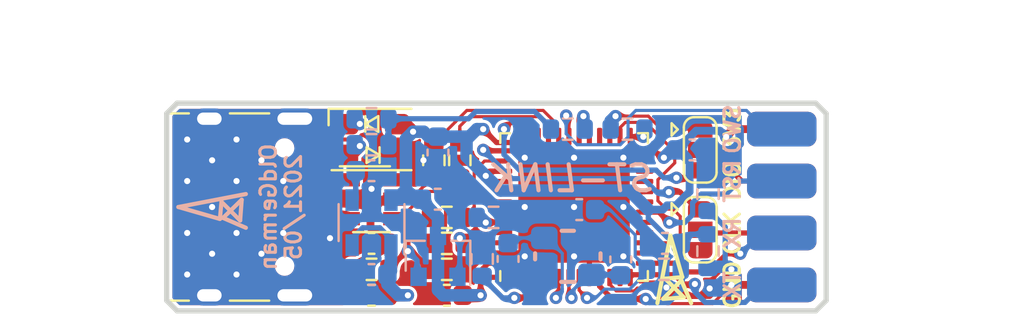
<source format=kicad_pcb>
(kicad_pcb (version 20171130) (host pcbnew "(5.1.9)-1")
  (layers (0 F.Cu signal) (31 B.Cu signal) (34 B.Paste user hide) (35 F.Paste user hide) (36 B.SilkS user) (37 F.SilkS user) (38 B.Mask user hide) (39 F.Mask user hide) (44 Edge.Cuts user))
  (net 0 "")
  (net 1 "Net-(U1-Pad46)")
  (net 2 "Net-(U1-Pad45)")
  (net 3 "Net-(U1-Pad43)")
  (net 4 "Net-(U1-Pad42)")
  (net 5 "Net-(U1-Pad41)")
  (net 6 "Net-(U1-Pad40)")
  (net 7 "Net-(U1-Pad28)")
  (net 8 "Net-(U1-Pad22)")
  (net 9 "Net-(U1-Pad21)")
  (net 10 "Net-(U1-Pad19)")
  (net 11 "Net-(U1-Pad14)")
  (net 12 "Net-(U1-Pad11)")
  (net 13 "Net-(U1-Pad4)")
  (net 14 "Net-(U1-Pad3)")
  (net 15 "Net-(D1-Pad2)")
  (net 16 "Net-(D1-Pad1)")
  (net 17 GND)
  (net 18 +3V3)
  (net 19 OSC_IN)
  (net 20 OSC_OUT)
  (net 21 /D-)
  (net 22 /D+)
  (net 23 +5V)
  (net 24 ST_SWCLK)
  (net 25 ST_SWDIO)
  (net 26 "Net-(C9-Pad2)")
  (net 27 LED_STLINK)
  (net 28 "/MCO(unused)")
  (net 29 /STM_RST)
  (net 30 T_JTCK)
  (net 31 T_JTMS)
  (net 32 "Net-(Q1-Pad1)")
  (net 33 "Net-(Q1-Pad2)")
  (net 34 "Net-(R3-Pad1)")
  (net 35 "Net-(R6-Pad1)")
  (net 36 USB_RENUMn)
  (net 37 /AIN)
  (net 38 "Net-(R25-Pad1)")
  (net 39 "Net-(J3-PadB8)")
  (net 40 "Net-(J3-PadA5)")
  (net 41 "Net-(J3-PadA8)")
  (net 42 "Net-(J3-PadB5)")
  (net 43 /USB_P)
  (net 44 USB+)
  (net 45 /USB_N)
  (net 46 USB-)
  (net 47 T_NRST)
  (net 48 STLINK_TX)
  (net 49 STLINK_RX)
  (net 50 T_SWO)
  (net 51 "Net-(R1-Pad2)")
  (net 52 /SWCLK)
  (net 53 /SWDIO)
  (net 54 "Net-(F1-Pad2)")
  (net 55 T_JDI)
  (net 56 T_JDO)
  (module Fuse:Fuse_0603_1608Metric (layer F.Cu) (at 117.5258 103.759 180)
    (fp_text reference F1 hide)
    (fp_text value 6V/0.5A)
    (pad 2 smd roundrect (at 0.7875 0 180) (size 0.875 0.95) (layers F.Cu F.Paste F.Mask) (net 54 "Net-(F1-Pad2)"))
    (pad 1 smd roundrect (at -0.7875 0 180) (size 0.875 0.95) (layers F.Cu F.Paste F.Mask) (net 23 +5V))
  )
  (module Symbol:OldGerman (layer F.Cu) (at 132.1435 102.743)
    (fp_text reference REF** hide)
    (fp_text value OldGerman)
  )
  (module Symbol:OldGerman (layer B.Cu) (at 109.982 99.441 270)
    (fp_text reference REF** hide)
    (fp_text value OldGerman)
  )
  (module Package_DFN_QFN:QFN-48-1EP_7x7mm_P0.5mm_EP5.45x5.45mm (layer F.Cu) (at 127.4318 99.441 90)
    (fp_text reference U1 hide)
    (fp_text value STM32F103CBUx)
    (pad 1 smd roundrect (at -3.45 -2.75 90) (size 0.85 0.25) (layers F.Cu F.Paste F.Mask) (net 18 +3V3))
    (pad 2 smd roundrect (at -3.45 -2.25 90) (size 0.85 0.25) (layers F.Cu F.Paste F.Mask) (net 34 "Net-(R3-Pad1)"))
    (pad 3 smd roundrect (at -3.45 -1.75 90) (size 0.85 0.25) (layers F.Cu F.Paste F.Mask) (net 14 "Net-(U1-Pad3)"))
    (pad 4 smd roundrect (at -3.45 -1.25 90) (size 0.85 0.25) (layers F.Cu F.Paste F.Mask) (net 13 "Net-(U1-Pad4)"))
    (pad 5 smd roundrect (at -3.45 -0.75 90) (size 0.85 0.25) (layers F.Cu F.Paste F.Mask) (net 19 OSC_IN))
    (pad 6 smd roundrect (at -3.45 -0.25 90) (size 0.85 0.25) (layers F.Cu F.Paste F.Mask) (net 20 OSC_OUT))
    (pad 7 smd roundrect (at -3.45 0.25 90) (size 0.85 0.25) (layers F.Cu F.Paste F.Mask) (net 29 /STM_RST))
    (pad 8 smd roundrect (at -3.45 0.75 90) (size 0.85 0.25) (layers F.Cu F.Paste F.Mask) (net 17 GND))
    (pad 9 smd roundrect (at -3.45 1.25 90) (size 0.85 0.25) (layers F.Cu F.Paste F.Mask) (net 18 +3V3))
    (pad 10 smd roundrect (at -3.45 1.75 90) (size 0.85 0.25) (layers F.Cu F.Paste F.Mask) (net 37 /AIN))
    (pad 11 smd roundrect (at -3.45 2.25 90) (size 0.85 0.25) (layers F.Cu F.Paste F.Mask) (net 12 "Net-(U1-Pad11)"))
    (pad 12 smd roundrect (at -3.45 2.75 90) (size 0.85 0.25) (layers F.Cu F.Paste F.Mask) (net 48 STLINK_TX))
    (pad 13 smd roundrect (at -2.75 3.45 90) (size 0.25 0.85) (layers F.Cu F.Paste F.Mask) (net 49 STLINK_RX))
    (pad 14 smd roundrect (at -2.25 3.45 90) (size 0.25 0.85) (layers F.Cu F.Paste F.Mask) (net 11 "Net-(U1-Pad14)"))
    (pad 15 smd roundrect (at -1.75 3.45 90) (size 0.25 0.85) (layers F.Cu F.Paste F.Mask) (net 30 T_JTCK))
    (pad 16 smd roundrect (at -1.25 3.45 90) (size 0.25 0.85) (layers F.Cu F.Paste F.Mask) (net 56 T_JDO))
    (pad 17 smd roundrect (at -0.75 3.45 90) (size 0.25 0.85) (layers F.Cu F.Paste F.Mask) (net 55 T_JDI))
    (pad 18 smd roundrect (at -0.25 3.45 90) (size 0.25 0.85) (layers F.Cu F.Paste F.Mask) (net 47 T_NRST))
    (pad 19 smd roundrect (at 0.25 3.45 90) (size 0.25 0.85) (layers F.Cu F.Paste F.Mask) (net 10 "Net-(U1-Pad19)"))
    (pad 20 smd roundrect (at 0.75 3.45 90) (size 0.25 0.85) (layers F.Cu F.Paste F.Mask) (net 17 GND))
    (pad 21 smd roundrect (at 1.25 3.45 90) (size 0.25 0.85) (layers F.Cu F.Paste F.Mask) (net 9 "Net-(U1-Pad21)"))
    (pad 22 smd roundrect (at 1.75 3.45 90) (size 0.25 0.85) (layers F.Cu F.Paste F.Mask) (net 8 "Net-(U1-Pad22)"))
    (pad 23 smd roundrect (at 2.25 3.45 90) (size 0.25 0.85) (layers F.Cu F.Paste F.Mask) (net 17 GND))
    (pad 24 smd roundrect (at 2.75 3.45 90) (size 0.25 0.85) (layers F.Cu F.Paste F.Mask) (net 18 +3V3))
    (pad 25 smd roundrect (at 3.45 2.75 90) (size 0.85 0.25) (layers F.Cu F.Paste F.Mask) (net 38 "Net-(R25-Pad1)"))
    (pad 26 smd roundrect (at 3.45 2.25 90) (size 0.85 0.25) (layers F.Cu F.Paste F.Mask) (net 30 T_JTCK))
    (pad 27 smd roundrect (at 3.45 1.75 90) (size 0.85 0.25) (layers F.Cu F.Paste F.Mask) (net 31 T_JTMS))
    (pad 28 smd roundrect (at 3.45 1.25 90) (size 0.85 0.25) (layers F.Cu F.Paste F.Mask) (net 7 "Net-(U1-Pad28)"))
    (pad 29 smd roundrect (at 3.45 0.75 90) (size 0.85 0.25) (layers F.Cu F.Paste F.Mask) (net 28 "/MCO(unused)"))
    (pad 30 smd roundrect (at 3.45 0.25 90) (size 0.85 0.25) (layers F.Cu F.Paste F.Mask) (net 51 "Net-(R1-Pad2)"))
    (pad 31 smd roundrect (at 3.45 -0.25 90) (size 0.85 0.25) (layers F.Cu F.Paste F.Mask) (net 50 T_SWO))
    (pad 32 smd roundrect (at 3.45 -0.75 90) (size 0.85 0.25) (layers F.Cu F.Paste F.Mask) (net 46 USB-))
    (pad 33 smd roundrect (at 3.45 -1.25 90) (size 0.85 0.25) (layers F.Cu F.Paste F.Mask) (net 44 USB+))
    (pad 34 smd roundrect (at 3.45 -1.75 90) (size 0.85 0.25) (layers F.Cu F.Paste F.Mask) (net 25 ST_SWDIO))
    (pad 35 smd roundrect (at 3.45 -2.25 90) (size 0.85 0.25) (layers F.Cu F.Paste F.Mask) (net 17 GND))
    (pad 36 smd roundrect (at 3.45 -2.75 90) (size 0.85 0.25) (layers F.Cu F.Paste F.Mask) (net 18 +3V3))
    (pad 37 smd roundrect (at 2.75 -3.45 90) (size 0.25 0.85) (layers F.Cu F.Paste F.Mask) (net 24 ST_SWCLK))
    (pad 38 smd roundrect (at 2.25 -3.45 90) (size 0.25 0.85) (layers F.Cu F.Paste F.Mask) (net 36 USB_RENUMn))
    (pad 39 smd roundrect (at 1.75 -3.45 90) (size 0.25 0.85) (layers F.Cu F.Paste F.Mask) (net 18 +3V3))
    (pad 40 smd roundrect (at 1.25 -3.45 90) (size 0.25 0.85) (layers F.Cu F.Paste F.Mask) (net 6 "Net-(U1-Pad40)"))
    (pad 41 smd roundrect (at 0.75 -3.45 90) (size 0.25 0.85) (layers F.Cu F.Paste F.Mask) (net 5 "Net-(U1-Pad41)"))
    (pad 42 smd roundrect (at 0.25 -3.45 90) (size 0.25 0.85) (layers F.Cu F.Paste F.Mask) (net 4 "Net-(U1-Pad42)"))
    (pad 43 smd roundrect (at -0.25 -3.45 90) (size 0.25 0.85) (layers F.Cu F.Paste F.Mask) (net 3 "Net-(U1-Pad43)"))
    (pad 44 smd roundrect (at -0.75 -3.45 90) (size 0.25 0.85) (layers F.Cu F.Paste F.Mask) (net 35 "Net-(R6-Pad1)"))
    (pad 45 smd roundrect (at -1.25 -3.45 90) (size 0.25 0.85) (layers F.Cu F.Paste F.Mask) (net 2 "Net-(U1-Pad45)"))
    (pad 46 smd roundrect (at -1.75 -3.45 90) (size 0.25 0.85) (layers F.Cu F.Paste F.Mask) (net 1 "Net-(U1-Pad46)"))
    (pad 47 smd roundrect (at -2.25 -3.45 90) (size 0.25 0.85) (layers F.Cu F.Paste F.Mask) (net 17 GND))
    (pad 48 smd roundrect (at -2.75 -3.45 90) (size 0.25 0.85) (layers F.Cu F.Paste F.Mask) (net 18 +3V3))
    (pad 49 smd roundrect (at 0 0 90) (size 5.45 5.45) (layers F.Cu F.Mask) (roundrect_rratio 0.05548587155963303) (net 17 GND))
  )
  (module LED_SMD:LED_Cree-PLCC4_3.2x2.8mm_CCW (layer F.Cu) (at 117.5258 96.139)
    (fp_text reference D1 hide)
    (fp_text value LED_Dual_CACA)
    (pad 1 smd roundrect (at -1.25 -0.75) (size 1.2 1) (layers F.Cu F.Paste F.Mask) (net 16 "Net-(D1-Pad1)"))
    (pad 4 smd roundrect (at 1.25 -0.75) (size 1.2 1) (layers F.Cu F.Paste F.Mask) (net 18 +3V3))
    (pad 3 smd roundrect (at 1.25 0.75) (size 1.2 1) (layers F.Cu F.Paste F.Mask) (net 17 GND))
    (pad 2 smd roundrect (at -1.25 0.75) (size 1.2 1) (layers F.Cu F.Paste F.Mask) (net 15 "Net-(D1-Pad2)"))
  )
  (module Connector_USB:USB_C_Receptacle_XKB_U262-16XN-4BVC11_less_Slik (layer F.Cu) (at 110.6678 99.441 270)
    (fp_text reference J3 hide)
    (fp_text value USB_C_Receptacle_USB2.0)
    (pad S1 thru_hole oval (at -4.32 -3.105 270) (size 1 2.1) (drill oval 0.6 1.7) (layers *.Cu *.Mask) (net 17 GND))
    (pad S1 thru_hole oval (at 4.32 -3.105 270) (size 1 2.1) (drill oval 0.6 1.7) (layers *.Cu *.Mask) (net 17 GND))
    (pad S1 thru_hole oval (at -4.32 1.075 270) (size 1 1.6) (drill oval 0.6 1.2) (layers *.Cu *.Mask) (net 17 GND))
    (pad S1 thru_hole oval (at 4.32 1.075 270) (size 1 1.6) (drill oval 0.6 1.2) (layers *.Cu *.Mask) (net 17 GND))
    (pad "" np_thru_hole circle (at 2.89 -2.605 270) (size 0.65 0.65) (drill 0.65) (layers *.Cu *.Mask))
    (pad "" np_thru_hole circle (at -2.89 -2.605 270) (size 0.65 0.65) (drill 0.65) (layers *.Cu *.Mask))
    (pad B1 smd rect (at 3.05 -3.67 270) (size 0.3 1.15) (layers F.Cu F.Paste F.Mask) (net 17 GND))
    (pad B4 smd rect (at 2.25 -3.67 270) (size 0.3 1.15) (layers F.Cu F.Paste F.Mask) (net 54 "Net-(F1-Pad2)"))
    (pad B5 smd rect (at 1.75 -3.67 270) (size 0.3 1.15) (layers F.Cu F.Paste F.Mask) (net 42 "Net-(J3-PadB5)"))
    (pad A8 smd rect (at 1.25 -3.67 270) (size 0.3 1.15) (layers F.Cu F.Paste F.Mask) (net 41 "Net-(J3-PadA8)"))
    (pad B6 smd rect (at 0.75 -3.67 270) (size 0.3 1.15) (layers F.Cu F.Paste F.Mask) (net 22 /D+))
    (pad A7 smd rect (at 0.25 -3.67 270) (size 0.3 1.15) (layers F.Cu F.Paste F.Mask) (net 21 /D-))
    (pad A6 smd rect (at -0.25 -3.67 270) (size 0.3 1.15) (layers F.Cu F.Paste F.Mask) (net 22 /D+))
    (pad B7 smd rect (at -0.75 -3.67 270) (size 0.3 1.15) (layers F.Cu F.Paste F.Mask) (net 21 /D-))
    (pad A5 smd rect (at -1.25 -3.67 270) (size 0.3 1.15) (layers F.Cu F.Paste F.Mask) (net 40 "Net-(J3-PadA5)"))
    (pad B8 smd rect (at -1.75 -3.67 270) (size 0.3 1.15) (layers F.Cu F.Paste F.Mask) (net 39 "Net-(J3-PadB8)"))
    (pad A4 smd rect (at -2.55 -3.67 270) (size 0.3 1.15) (layers F.Cu F.Paste F.Mask) (net 54 "Net-(F1-Pad2)"))
    (pad A1 smd rect (at -3.35 -3.67 270) (size 0.3 1.15) (layers F.Cu F.Paste F.Mask) (net 17 GND))
    (pad B12 smd rect (at -3.05 -3.67 270) (size 0.3 1.15) (layers F.Cu F.Paste F.Mask) (net 17 GND))
    (pad B9 smd rect (at -2.25 -3.67 270) (size 0.3 1.15) (layers F.Cu F.Paste F.Mask) (net 54 "Net-(F1-Pad2)"))
    (pad A9 smd rect (at 2.55 -3.67 270) (size 0.3 1.15) (layers F.Cu F.Paste F.Mask) (net 54 "Net-(F1-Pad2)"))
    (pad A12 smd rect (at 3.35 -3.67 270) (size 0.3 1.15) (layers F.Cu F.Paste F.Mask) (net 17 GND))
  )
  (module Connector_PinHeader_2.54mm:PinHeader_1x04_P2.54mm_Horizontal_SMD_PAD_No_Slik (layer B.Cu) (at 137.5918 103.251)
    (fp_text reference J2 hide)
    (fp_text value Conn_01x04)
    (pad 1 smd roundrect (at 0 0) (size 3.4 1.7) (layers B.Cu B.Paste B.Mask) (net 48 STLINK_TX))
    (pad 2 smd roundrect (at 0 -2.54) (size 3.4 1.7) (layers B.Cu B.Paste B.Mask) (net 49 STLINK_RX))
    (pad 3 smd roundrect (at 0 -5.08) (size 3.4 1.7) (layers B.Cu B.Paste B.Mask) (net 47 T_NRST))
    (pad 4 smd roundrect (at 0 -7.62) (size 3.4 1.7) (layers B.Cu B.Paste B.Mask) (net 50 T_SWO))
  )
  (module Connector_PinHeader_2.54mm:PinHeader_1x04_P2.54mm_Horizontal_SMD_PAD_No_Slik (layer F.Cu) (at 137.5918 95.631)
    (fp_text reference J1 hide)
    (fp_text value Conn_01x04)
    (pad 1 smd roundrect (at 0 0) (size 3.4 1.7) (layers F.Cu F.Paste F.Mask) (net 18 +3V3))
    (pad 2 smd roundrect (at 0 2.54) (size 3.4 1.7) (layers F.Cu F.Paste F.Mask) (net 53 /SWDIO))
    (pad 3 smd roundrect (at 0 5.08) (size 3.4 1.7) (layers F.Cu F.Paste F.Mask) (net 52 /SWCLK))
    (pad 4 smd roundrect (at 0 7.62) (size 3.4 1.7) (layers F.Cu F.Paste F.Mask) (net 17 GND))
  )
  (module Jumper:SolderJumper-3_Mini_Open_RoundedPad (layer F.Cu) (at 133.604 96.647 270)
    (fp_text reference JP2 hide)
    (fp_text value SolderJumper_3_Open)
    (pad 3 smd custom (at 1.1 0 270) (size 0.6 0.6) (layers F.Cu F.Mask) (net 25 ST_SWDIO) (options (clearance outline) (anchor rect)) (primitives (gr_circle (center 0 0.3) (end 0.3 0.3) (width 0)) (gr_circle (center 0 -0.3) (end 0.3 -0.3) (width 0)) (gr_poly (pts (xy -0.5 -0.6) (xy 0 -0.6) (xy 0 0.6) (xy -0.5 0.6)) (width 0))))
    (pad 2 smd rect (at 0 0 270) (size 0.8 1.2) (layers F.Cu F.Mask) (net 53 /SWDIO))
    (pad 1 smd custom (at -1.1 0 90) (size 0.6 0.6) (layers F.Cu F.Mask) (net 31 T_JTMS) (options (clearance outline) (anchor rect)) (primitives (gr_circle (center 0 0.3) (end 0.3 0.3) (width 0)) (gr_circle (center 0 -0.3) (end 0.3 -0.3) (width 0)) (gr_poly (pts (xy -0.5 -0.6) (xy 0 -0.6) (xy 0 0.6) (xy -0.5 0.6)) (width 0))))
  )
  (module Jumper:SolderJumper-3_Mini_Open_RoundedPad (layer F.Cu) (at 133.604 100.554 270)
    (fp_text reference JP1 hide)
    (fp_text value SolderJumper_3_Open)
    (pad 3 smd custom (at 1.1 0 270) (size 0.6 0.6) (layers F.Cu F.Mask) (net 30 T_JTCK) (options (clearance outline) (anchor rect)) (primitives (gr_circle (center 0 0.3) (end 0.3 0.3) (width 0)) (gr_circle (center 0 -0.3) (end 0.3 -0.3) (width 0)) (gr_poly (pts (xy -0.5 -0.6) (xy 0 -0.6) (xy 0 0.6) (xy -0.5 0.6)) (width 0))))
    (pad 2 smd rect (at 0 0 270) (size 0.8 1.2) (layers F.Cu F.Mask) (net 52 /SWCLK))
    (pad 1 smd custom (at -1.1 0 90) (size 0.6 0.6) (layers F.Cu F.Mask) (net 24 ST_SWCLK) (options (clearance outline) (anchor rect)) (primitives (gr_circle (center 0 0.3) (end 0.3 0.3) (width 0)) (gr_circle (center 0 -0.3) (end 0.3 -0.3) (width 0)) (gr_poly (pts (xy -0.5 -0.6) (xy 0 -0.6) (xy 0 0.6) (xy -0.5 0.6)) (width 0))))
  )
  (module Oscillator:3.2X2.5_KX-7 (layer B.Cu) (at 127.127 101.854)
    (fp_text reference Y1 hide)
    (fp_text value Crystal_GND24 hide)
    (pad 4 smd roundrect (at -1.15 0.9) (size 1.3 1.1) (layers B.Cu B.Paste B.Mask) (net 17 GND))
    (pad 2 smd roundrect (at 1.15 -0.9) (size 1.3 1.1) (layers B.Cu B.Paste B.Mask) (net 17 GND))
    (pad 3 smd roundrect (at 1.15 0.9) (size 1.3 1.1) (layers B.Cu B.Paste B.Mask) (net 20 OSC_OUT))
    (pad 1 smd roundrect (at -1.15 -0.9) (size 1.3 1.1) (layers B.Cu B.Paste B.Mask) (net 19 OSC_IN))
  )
  (module Capacitor_SMD:C_0603_1608Metric (layer B.Cu) (at 129.7178 102.0064 270)
    (fp_text reference C5 hide)
    (fp_text value 10pF)
    (pad 1 smd roundrect (at -0.775 0 270) (size 0.9 0.95) (layers B.Cu B.Paste B.Mask) (net 17 GND))
    (pad 2 smd roundrect (at 0.775 0 270) (size 0.9 0.95) (layers B.Cu B.Paste B.Mask) (net 20 OSC_OUT))
  )
  (module Capacitor_SMD:C_0603_1608Metric (layer B.Cu) (at 131.8768 101.219 180)
    (fp_text reference C7 hide)
    (fp_text value 100nF)
    (pad 1 smd roundrect (at -0.775 0 180) (size 0.9 0.95) (layers B.Cu B.Paste B.Mask) (net 18 +3V3))
    (pad 2 smd roundrect (at 0.775 0 180) (size 0.9 0.95) (layers B.Cu B.Paste B.Mask) (net 17 GND))
  )
  (module Resistor_SMD:R_0603_1608Metric (layer B.Cu) (at 131.826 102.489)
    (fp_text reference R14 hide)
    (fp_text value 100K)
    (pad 1 smd roundrect (at -0.825 0) (size 0.8 0.95) (layers B.Cu B.Paste B.Mask) (net 29 /STM_RST))
    (pad 2 smd roundrect (at 0.825 0) (size 0.8 0.95) (layers B.Cu B.Paste B.Mask) (net 18 +3V3))
  )
  (module Capacitor_SMD:C_0603_1608Metric (layer B.Cu) (at 120.777 96.774 270)
    (fp_text reference C4 hide)
    (fp_text value 100nF)
    (pad 1 smd roundrect (at -0.775 0 270) (size 0.9 0.95) (layers B.Cu B.Paste B.Mask) (net 18 +3V3))
    (pad 2 smd roundrect (at 0.775 0 270) (size 0.9 0.95) (layers B.Cu B.Paste B.Mask) (net 17 GND))
  )
  (module Package_TO_SOT_SMD:SOT-23-5 (layer B.Cu) (at 117.5258 100.203 90)
    (fp_text reference U2 hide)
    (fp_text value LP2985-3.3)
    (pad 1 smd rect (at -1.1 0.95 90) (size 1.06 0.65) (layers B.Cu B.Paste B.Mask) (net 23 +5V))
    (pad 2 smd rect (at -1.1 0 90) (size 1.06 0.65) (layers B.Cu B.Paste B.Mask) (net 17 GND))
    (pad 3 smd rect (at -1.1 -0.95 90) (size 1.06 0.65) (layers B.Cu B.Paste B.Mask) (net 23 +5V))
    (pad 4 smd rect (at 1.1 -0.95 90) (size 1.06 0.65) (layers B.Cu B.Paste B.Mask) (net 26 "Net-(C9-Pad2)"))
    (pad 5 smd rect (at 1.1 0.95 90) (size 1.06 0.65) (layers B.Cu B.Paste B.Mask) (net 18 +3V3))
  )
  (module Resistor_SMD:R_0603_1608Metric (layer B.Cu) (at 127.127 95.631)
    (fp_text reference R1 hide)
    (fp_text value 0R)
    (pad 1 smd roundrect (at -0.825 0) (size 0.8 0.95) (layers B.Cu B.Paste B.Mask) (net 27 LED_STLINK))
    (pad 2 smd roundrect (at 0.825 0) (size 0.8 0.95) (layers B.Cu B.Paste B.Mask) (net 51 "Net-(R1-Pad2)"))
  )
  (module Resistor_SMD:R_0603_1608Metric (layer F.Cu) (at 117.5258 102.489 180)
    (fp_text reference R12 hide)
    (fp_text value 10K)
    (pad 1 smd roundrect (at -0.825 0 180) (size 0.8 0.95) (layers F.Cu F.Paste F.Mask) (net 33 "Net-(Q1-Pad2)"))
    (pad 2 smd roundrect (at 0.825 0 180) (size 0.8 0.95) (layers F.Cu F.Paste F.Mask) (net 23 +5V))
  )
  (module Capacitor_SMD:C_0603_1608Metric (layer F.Cu) (at 117.5258 101.219 180)
    (fp_text reference C66 hide)
    (fp_text value 100nF)
    (pad 1 smd roundrect (at -0.775 0 180) (size 0.9 0.95) (layers F.Cu F.Paste F.Mask) (net 23 +5V))
    (pad 2 smd roundrect (at 0.775 0 180) (size 0.9 0.95) (layers F.Cu F.Paste F.Mask) (net 17 GND))
  )
  (module Resistor_SMD:R_0603_1608Metric (layer F.Cu) (at 121.2088 101.219)
    (fp_text reference R16 hide)
    (fp_text value 1.5K)
    (pad 1 smd roundrect (at -0.825 0) (size 0.8 0.95) (layers F.Cu F.Paste F.Mask) (net 43 /USB_P))
    (pad 2 smd roundrect (at 0.825 0) (size 0.8 0.95) (layers F.Cu F.Paste F.Mask) (net 32 "Net-(Q1-Pad1)"))
  )
  (module Package_TO_SOT_SMD:SOT-23-6 (layer F.Cu) (at 117.5258 99.06)
    (fp_text reference U3 hide)
    (fp_text value USBLC6-2SC6)
    (pad 1 smd rect (at -1.1 -0.95) (size 1.06 0.65) (layers F.Cu F.Paste F.Mask) (net 21 /D-))
    (pad 2 smd rect (at -1.1 0) (size 1.06 0.65) (layers F.Cu F.Paste F.Mask) (net 17 GND))
    (pad 3 smd rect (at -1.1 0.95) (size 1.06 0.65) (layers F.Cu F.Paste F.Mask) (net 22 /D+))
    (pad 4 smd rect (at 1.1 0.95) (size 1.06 0.65) (layers F.Cu F.Paste F.Mask) (net 43 /USB_P))
    (pad 6 smd rect (at 1.1 -0.95) (size 1.06 0.65) (layers F.Cu F.Paste F.Mask) (net 45 /USB_N))
    (pad 5 smd rect (at 1.1 0) (size 1.06 0.65) (layers F.Cu F.Paste F.Mask) (net 23 +5V))
  )
  (module Resistor_SMD:R_0603_1608Metric (layer F.Cu) (at 120.5738 97.155 270)
    (fp_text reference R18 hide)
    (fp_text value 22R)
    (pad 1 smd roundrect (at -0.825 0 270) (size 0.8 0.95) (layers F.Cu F.Paste F.Mask) (net 46 USB-))
    (pad 2 smd roundrect (at 0.825 0 270) (size 0.8 0.95) (layers F.Cu F.Paste F.Mask) (net 45 /USB_N))
  )
  (module Capacitor_SMD:C_0603_1608Metric (layer B.Cu) (at 117.5258 102.743 180)
    (fp_text reference C2 hide)
    (fp_text value 1uF)
    (pad 1 smd roundrect (at -0.775 0 180) (size 0.9 0.95) (layers B.Cu B.Paste B.Mask) (net 23 +5V))
    (pad 2 smd roundrect (at 0.775 0 180) (size 0.9 0.95) (layers B.Cu B.Paste B.Mask) (net 17 GND))
  )
  (module Package_TO_SOT_SMD:SOT-23 (layer B.Cu) (at 120.777 101.854 90)
    (fp_text reference Q1 hide)
    (fp_text value S8050)
    (pad 1 smd rect (at -1 0.95 90) (size 0.9 0.8) (layers B.Cu B.Paste B.Mask) (net 32 "Net-(Q1-Pad1)"))
    (pad 2 smd rect (at -1 -0.95 90) (size 0.9 0.8) (layers B.Cu B.Paste B.Mask) (net 33 "Net-(Q1-Pad2)"))
    (pad 3 smd rect (at 1 0 90) (size 0.9 0.8) (layers B.Cu B.Paste B.Mask) (net 18 +3V3))
  )
  (module Resistor_SMD:R_0603_1608Metric (layer B.Cu) (at 133.985 98.806 270)
    (fp_text reference R27 hide)
    (fp_text value 4K7)
    (pad 1 smd roundrect (at -0.825 0 270) (size 0.8 0.95) (layers B.Cu B.Paste B.Mask) (net 17 GND))
    (pad 2 smd roundrect (at 0.825 0 270) (size 0.8 0.95) (layers B.Cu B.Paste B.Mask) (net 37 /AIN))
  )
  (module Resistor_SMD:R_0603_1608Metric (layer B.Cu) (at 130.048 95.631 180)
    (fp_text reference R25 hide)
    (fp_text value 100R)
    (pad 1 smd roundrect (at -0.825 0 180) (size 0.8 0.95) (layers B.Cu B.Paste B.Mask) (net 38 "Net-(R25-Pad1)"))
    (pad 2 smd roundrect (at 0.825 0 180) (size 0.8 0.95) (layers B.Cu B.Paste B.Mask) (net 31 T_JTMS))
  )
  (module Resistor_SMD:R_0603_1608Metric (layer B.Cu) (at 133.985 101.6 270)
    (fp_text reference R23 hide)
    (fp_text value 4K7)
    (pad 1 smd roundrect (at -0.825 0 270) (size 0.8 0.95) (layers B.Cu B.Paste B.Mask) (net 18 +3V3))
    (pad 2 smd roundrect (at 0.825 0 270) (size 0.8 0.95) (layers B.Cu B.Paste B.Mask) (net 37 /AIN))
  )
  (module Resistor_SMD:R_0603_1608Metric (layer F.Cu) (at 121.2088 99.949 180)
    (fp_text reference R11 hide)
    (fp_text value 100R)
    (pad 1 smd roundrect (at -0.825 0 180) (size 0.8 0.95) (layers F.Cu F.Paste F.Mask) (net 36 USB_RENUMn))
    (pad 2 smd roundrect (at 0.825 0 180) (size 0.8 0.95) (layers F.Cu F.Paste F.Mask) (net 33 "Net-(Q1-Pad2)"))
  )
  (module Resistor_SMD:R_0603_1608Metric (layer F.Cu) (at 121.2088 102.489 180)
    (fp_text reference R10 hide)
    (fp_text value 36K)
    (pad 1 smd roundrect (at -0.825 0 180) (size 0.8 0.95) (layers F.Cu F.Paste F.Mask) (net 17 GND))
    (pad 2 smd roundrect (at 0.825 0 180) (size 0.8 0.95) (layers F.Cu F.Paste F.Mask) (net 33 "Net-(Q1-Pad2)"))
  )
  (module Resistor_SMD:R_0603_1608Metric (layer B.Cu) (at 123.4948 99.949)
    (fp_text reference R6 hide)
    (fp_text value 100K)
    (pad 1 smd roundrect (at -0.825 0) (size 0.8 0.95) (layers B.Cu B.Paste B.Mask) (net 35 "Net-(R6-Pad1)"))
    (pad 2 smd roundrect (at 0.825 0) (size 0.8 0.95) (layers B.Cu B.Paste B.Mask) (net 17 GND))
  )
  (module Resistor_SMD:R_0603_1608Metric (layer B.Cu) (at 122.936 101.981 90)
    (fp_text reference R3 hide)
    (fp_text value 10K)
    (pad 1 smd roundrect (at -0.825 0 90) (size 0.8 0.95) (layers B.Cu B.Paste B.Mask) (net 34 "Net-(R3-Pad1)"))
    (pad 2 smd roundrect (at 0.825 0 90) (size 0.8 0.95) (layers B.Cu B.Paste B.Mask) (net 17 GND))
  )
  (module Capacitor_SMD:C_0603_1608Metric (layer B.Cu) (at 127.6858 99.568 180)
    (fp_text reference C3 hide)
    (fp_text value 100nF)
    (pad 1 smd roundrect (at -0.775 0 180) (size 0.9 0.95) (layers B.Cu B.Paste B.Mask) (net 29 /STM_RST))
    (pad 2 smd roundrect (at 0.775 0 180) (size 0.9 0.95) (layers B.Cu B.Paste B.Mask) (net 17 GND))
  )
  (module Resistor_SMD:R_0603_1608Metric (layer B.Cu) (at 117.5258 95.123)
    (fp_text reference R5 hide)
    (fp_text value 100R)
    (pad 1 smd roundrect (at -0.825 0) (size 0.8 0.95) (layers B.Cu B.Paste B.Mask) (net 16 "Net-(D1-Pad1)"))
    (pad 2 smd roundrect (at 0.825 0) (size 0.8 0.95) (layers B.Cu B.Paste B.Mask) (net 27 LED_STLINK))
  )
  (module Resistor_SMD:R_0603_1608Metric (layer B.Cu) (at 117.5258 96.393)
    (fp_text reference R4 hide)
    (fp_text value 100R)
    (pad 1 smd roundrect (at -0.825 0) (size 0.8 0.95) (layers B.Cu B.Paste B.Mask) (net 15 "Net-(D1-Pad2)"))
    (pad 2 smd roundrect (at 0.825 0) (size 0.8 0.95) (layers B.Cu B.Paste B.Mask) (net 27 LED_STLINK))
  )
  (module Capacitor_SMD:C_0603_1608Metric (layer B.Cu) (at 133.223 96.647)
    (fp_text reference C11 hide)
    (fp_text value 100nF)
    (pad 1 smd roundrect (at -0.775 0) (size 0.9 0.95) (layers B.Cu B.Paste B.Mask) (net 18 +3V3))
    (pad 2 smd roundrect (at 0.775 0) (size 0.9 0.95) (layers B.Cu B.Paste B.Mask) (net 17 GND))
  )
  (module Capacitor_SMD:C_0603_1608Metric (layer F.Cu) (at 121.2088 103.759 180)
    (fp_text reference C1 hide)
    (fp_text value 100nF)
    (pad 1 smd roundrect (at -0.775 0 180) (size 0.9 0.95) (layers F.Cu F.Paste F.Mask) (net 18 +3V3))
    (pad 2 smd roundrect (at 0.775 0 180) (size 0.9 0.95) (layers F.Cu F.Paste F.Mask) (net 17 GND))
  )
  (module Capacitor_SMD:C_0603_1608Metric (layer B.Cu) (at 124.206 101.981 90)
    (fp_text reference C14 hide)
    (fp_text value 10pF)
    (pad 1 smd roundrect (at -0.775 0 90) (size 0.9 0.95) (layers B.Cu B.Paste B.Mask) (net 17 GND))
    (pad 2 smd roundrect (at 0.775 0 90) (size 0.9 0.95) (layers B.Cu B.Paste B.Mask) (net 19 OSC_IN))
  )
  (module Capacitor_SMD:C_0603_1608Metric (layer B.Cu) (at 120.764 99.06 180)
    (fp_text reference C13 hide)
    (fp_text value 1uF)
    (pad 1 smd roundrect (at -0.775 0 180) (size 0.9 0.95) (layers B.Cu B.Paste B.Mask) (net 17 GND))
    (pad 2 smd roundrect (at 0.775 0 180) (size 0.9 0.95) (layers B.Cu B.Paste B.Mask) (net 18 +3V3))
  )
  (module Capacitor_SMD:C_0603_1608Metric (layer B.Cu) (at 117.5258 97.663 180)
    (fp_text reference C9 hide)
    (fp_text value 10nF)
    (pad 1 smd roundrect (at -0.775 0 180) (size 0.9 0.95) (layers B.Cu B.Paste B.Mask) (net 17 GND))
    (pad 2 smd roundrect (at 0.775 0 180) (size 0.9 0.95) (layers B.Cu B.Paste B.Mask) (net 26 "Net-(C9-Pad2)"))
  )
  (module Resistor_SMD:R_0603_1608Metric (layer F.Cu) (at 121.8438 97.155 270)
    (fp_text reference R17 hide)
    (fp_text value 22R)
    (pad 1 smd roundrect (at -0.825 0 270) (size 0.8 0.95) (layers F.Cu F.Paste F.Mask) (net 44 USB+))
    (pad 2 smd roundrect (at 0.825 0 270) (size 0.8 0.95) (layers F.Cu F.Paste F.Mask) (net 43 /USB_P))
  )
  (gr_line (start 117.2845 96.52) (end 117.2845 97.282) (layer F.SilkS) (width 0.12))
  (gr_line (start 117.2845 97.282) (end 117.9195 96.901) (layer F.SilkS) (width 0.12))
  (gr_line (start 117.9195 97.282) (end 117.9195 96.52) (layer F.SilkS) (width 0.12))
  (gr_line (start 117.9195 96.901) (end 117.2845 96.52) (layer F.SilkS) (width 0.12))
  (gr_line (start 117.221 94.996) (end 117.221 95.758) (layer F.SilkS) (width 0.12))
  (gr_line (start 117.221 95.377) (end 117.856 95.758) (layer F.SilkS) (width 0.12))
  (gr_line (start 117.856 94.996) (end 117.221 95.377) (layer F.SilkS) (width 0.12))
  (gr_line (start 117.856 95.758) (end 117.856 94.996) (layer F.SilkS) (width 0.12))
  (gr_text ST-LINK (at 127.381 98.044) (layer B.SilkS) (effects (font (size 1.27 1.27) (thickness 0.2032) italic) (justify mirror)))
  (gr_text "OldGerman\n2021/05" (at 113.0935 99.441 90) (layer B.SilkS) (effects (font (size 0.762 0.762)) (justify mirror)))
  (gr_line (start 139.2555 104.521) (end 139.7635 104.013) (layer Edge.Cuts) (width 0.254))
  (gr_line (start 139.7635 94.869) (end 139.2555 94.361) (layer Edge.Cuts) (width 0.254))
  (gr_line (start 107.5055 104.013) (end 108.0135 104.521) (layer Edge.Cuts) (width 0.254))
  (gr_line (start 107.5055 94.869) (end 108.0135 94.361) (layer Edge.Cuts) (width 0.254))
  (gr_text SWO (at 135.1788 95.631 90) (layer B.SilkS) (effects (font (size 0.762 0.762)) (justify mirror)))
  (gr_text RST (at 135.1788 98.171 90) (layer B.SilkS) (effects (font (size 0.762 0.762)) (justify mirror)))
  (gr_text RX (at 135.1788 100.711 90) (layer B.SilkS) (effects (font (size 0.762 0.762)) (justify mirror)))
  (gr_text TX (at 135.1788 103.251 90) (layer B.SilkS) (effects (font (size 0.762 0.762)) (justify mirror)))
  (gr_text GND (at 135.1788 103.251 90) (layer F.SilkS) (effects (font (size 0.762 0.762))))
  (gr_text CLK (at 135.1788 100.711 90) (layer F.SilkS) (effects (font (size 0.762 0.762))))
  (gr_text DIO (at 135.1788 98.171 90) (layer F.SilkS) (effects (font (size 0.762 0.762))))
  (gr_text 3V3 (at 135.1788 95.631 90) (layer F.SilkS) (effects (font (size 0.762 0.762))))
  (gr_line (start 108.0135 94.361) (end 139.2555 94.361) (layer Edge.Cuts) (width 0.254))
  (gr_line (start 107.5055 104.013) (end 107.5055 94.869) (layer Edge.Cuts) (width 0.254))
  (gr_line (start 139.2555 104.521) (end 108.0135 104.521) (layer Edge.Cuts) (width 0.254))
  (gr_line (start 139.7635 94.869) (end 139.7635 104.013) (layer Edge.Cuts) (width 0.254))
  (via (at 116.9543 96.4565) (size 0.6048) (drill 0.3) (layers F.Cu B.Cu) (net 15))
  (segment (start 116.7643 96.4565) (end 116.7008 96.393) (width 0.6096) (layer B.Cu) (net 15))
  (segment (start 116.9543 96.4565) (end 116.7643 96.4565) (width 0.6096) (layer B.Cu) (net 15))
  (segment (start 116.5718 96.839) (end 116.9543 96.4565) (width 0.6096) (layer F.Cu) (net 15))
  (segment (start 116.2758 96.839) (end 116.5718 96.839) (width 0.6096) (layer F.Cu) (net 15))
  (via (at 116.9543 95.377) (size 0.6048) (drill 0.3) (layers F.Cu B.Cu) (net 16))
  (segment (start 116.7008 95.1235) (end 116.9543 95.377) (width 0.6096) (layer B.Cu) (net 16))
  (segment (start 116.7008 95.123) (end 116.7008 95.1235) (width 0.6096) (layer B.Cu) (net 16))
  (segment (start 116.3378 95.377) (end 116.2758 95.439) (width 0.6096) (layer F.Cu) (net 16))
  (segment (start 116.9543 95.377) (end 116.3378 95.377) (width 0.6096) (layer F.Cu) (net 16))
  (via (at 109.728 101.727) (size 0.6048) (drill 0.3) (layers F.Cu B.Cu) (net 17))
  (via (at 109.728 99.441) (size 0.6048) (drill 0.3) (layers F.Cu B.Cu) (net 17))
  (via (at 112.141 97.155) (size 0.6048) (drill 0.3) (layers F.Cu B.Cu) (net 17))
  (via (at 112.141 101.727) (size 0.6048) (drill 0.3) (layers F.Cu B.Cu) (net 17))
  (via (at 109.728 97.155) (size 0.6048) (drill 0.3) (layers F.Cu B.Cu) (net 17))
  (via (at 113.2078 98.171) (size 0.6048) (drill 0.3) (layers F.Cu B.Cu) (net 17))
  (via (at 113.2078 100.711) (size 0.6048) (drill 0.3) (layers F.Cu B.Cu) (net 17))
  (via (at 115.4938 100.965) (size 0.6048) (drill 0.3) (layers F.Cu B.Cu) (net 17))
  (via (at 117.5258 98.552) (size 0.6048) (drill 0.3) (layers F.Cu B.Cu) (net 17))
  (via (at 129.8448 101.854) (size 0.6048) (drill 0.3) (layers F.Cu B.Cu) (net 17))
  (via (at 125.0188 101.854) (size 0.6048) (drill 0.3) (layers F.Cu B.Cu) (net 17))
  (via (at 129.8448 97.028) (size 0.6048) (drill 0.3) (layers F.Cu B.Cu) (net 17))
  (via (at 127.4318 99.441) (size 0.6048) (drill 0.3) (layers F.Cu B.Cu) (net 17))
  (via (at 127.4318 101.854) (size 0.6048) (drill 0.3) (layers F.Cu B.Cu) (net 17))
  (via (at 129.8448 99.441) (size 0.6048) (drill 0.3) (layers F.Cu B.Cu) (net 17))
  (via (at 127.4318 97.028) (size 0.6048) (drill 0.3) (layers F.Cu B.Cu) (net 17))
  (via (at 125.0188 97.028) (size 0.6048) (drill 0.3) (layers F.Cu B.Cu) (net 17))
  (via (at 125.0188 99.441) (size 0.6048) (drill 0.3) (layers F.Cu B.Cu) (net 17))
  (via (at 108.5088 98.171) (size 0.6048) (drill 0.3) (layers F.Cu B.Cu) (net 17))
  (via (at 108.5088 96.139) (size 0.6048) (drill 0.3) (layers F.Cu B.Cu) (net 17))
  (via (at 108.5088 102.743) (size 0.6048) (drill 0.3) (layers F.Cu B.Cu) (net 17))
  (via (at 108.5088 100.711) (size 0.6048) (drill 0.3) (layers F.Cu B.Cu) (net 17))
  (via (at 110.9218 96.139) (size 0.6048) (drill 0.3) (layers F.Cu B.Cu) (net 17))
  (via (at 110.9218 98.171) (size 0.6048) (drill 0.3) (layers F.Cu B.Cu) (net 17))
  (via (at 110.9218 100.711) (size 0.6048) (drill 0.3) (layers F.Cu B.Cu) (net 17))
  (via (at 110.9218 102.743) (size 0.6048) (drill 0.3) (layers F.Cu B.Cu) (net 17))
  (segment (start 129.8448 101.3584) (end 129.7178 101.2314) (width 0.6096) (layer B.Cu) (net 17))
  (segment (start 129.8448 101.854) (end 129.8448 101.3584) (width 0.6096) (layer B.Cu) (net 17))
  (segment (start 131.1018 100.698) (end 129.8448 99.441) (width 0.381) (layer B.Cu) (net 17))
  (segment (start 131.1018 100.838) (end 131.1018 100.698) (width 0.381) (layer B.Cu) (net 17))
  (segment (start 130.788852 97.028) (end 130.767208 97.028) (width 0.381) (layer B.Cu) (net 17))
  (segment (start 132.668442 95.14841) (end 130.788852 97.028) (width 0.381) (layer B.Cu) (net 17))
  (segment (start 135.54889 95.62009) (end 135.07721 95.14841) (width 0.381) (layer B.Cu) (net 17))
  (segment (start 135.54889 96.35311) (end 135.54889 95.62009) (width 0.381) (layer B.Cu) (net 17))
  (segment (start 135.244699 96.657301) (end 135.54889 96.35311) (width 0.381) (layer B.Cu) (net 17))
  (segment (start 134.564255 96.657301) (end 135.244699 96.657301) (width 0.381) (layer B.Cu) (net 17))
  (segment (start 134.553954 96.647) (end 134.564255 96.657301) (width 0.381) (layer B.Cu) (net 17))
  (segment (start 135.07721 95.14841) (end 132.668442 95.14841) (width 0.381) (layer B.Cu) (net 17))
  (segment (start 133.998 96.647) (end 134.553954 96.647) (width 0.381) (layer B.Cu) (net 17))
  (segment (start 133.998 97.968) (end 133.985 97.981) (width 0.381) (layer B.Cu) (net 17))
  (segment (start 133.998 96.647) (end 133.998 97.968) (width 0.381) (layer B.Cu) (net 17))
  (segment (start 128.2008 100.954) (end 128.2008 100.858) (width 0.6096) (layer B.Cu) (net 17))
  (segment (start 124.1318 102.754) (end 124.1298 102.756) (width 0.6096) (layer B.Cu) (net 17))
  (segment (start 125.9008 102.754) (end 124.1318 102.754) (width 0.6096) (layer B.Cu) (net 17))
  (segment (start 129.4404 100.954) (end 129.7178 101.2314) (width 0.6096) (layer B.Cu) (net 17))
  (segment (start 128.2008 100.954) (end 129.4404 100.954) (width 0.6096) (layer B.Cu) (net 17))
  (segment (start 130.788852 97.028) (end 129.8448 97.028) (width 0.381) (layer B.Cu) (net 17))
  (segment (start 127.4318 97.028) (end 129.8448 97.028) (width 0.381) (layer B.Cu) (net 17))
  (segment (start 125.0188 97.028) (end 127.4318 97.028) (width 0.381) (layer B.Cu) (net 17))
  (segment (start 125.1818 96.865) (end 125.0188 97.028) (width 0.254) (layer F.Cu) (net 17))
  (segment (start 125.1818 96.0035) (end 125.1818 96.865) (width 0.254) (layer F.Cu) (net 17))
  (segment (start 124.8558 101.691) (end 125.0188 101.854) (width 0.254) (layer F.Cu) (net 17))
  (segment (start 123.9943 101.691) (end 124.8558 101.691) (width 0.254) (layer F.Cu) (net 17))
  (segment (start 130.0078 97.191) (end 129.8448 97.028) (width 0.254) (layer F.Cu) (net 17))
  (segment (start 130.8693 97.191) (end 130.0078 97.191) (width 0.254) (layer F.Cu) (net 17))
  (segment (start 122.8318 101.691) (end 122.0338 102.489) (width 0.254) (layer F.Cu) (net 17))
  (segment (start 123.9943 101.691) (end 122.8318 101.691) (width 0.254) (layer F.Cu) (net 17))
  (via (at 131.953 103.378) (size 0.6048) (drill 0.3) (layers F.Cu B.Cu) (net 17))
  (segment (start 122.0338 102.489) (end 122.0338 102.5022) (width 0.254) (layer F.Cu) (net 17))
  (segment (start 122.0338 102.5022) (end 121.412 103.124) (width 0.254) (layer F.Cu) (net 17))
  (segment (start 121.0688 103.124) (end 120.4338 103.759) (width 0.254) (layer F.Cu) (net 17))
  (segment (start 121.412 103.124) (end 121.0688 103.124) (width 0.254) (layer F.Cu) (net 17))
  (segment (start 115.7478 101.219) (end 115.4938 100.965) (width 0.6096) (layer F.Cu) (net 17))
  (segment (start 116.7508 101.219) (end 115.7478 101.219) (width 0.6096) (layer F.Cu) (net 17))
  (segment (start 117.868 96.889) (end 119.0258 96.889) (width 0.6096) (layer F.Cu) (net 17))
  (segment (start 117.5258 97.2312) (end 117.868 96.889) (width 0.6096) (layer F.Cu) (net 17))
  (segment (start 117.5258 98.552) (end 117.5258 97.2312) (width 0.6096) (layer F.Cu) (net 17))
  (segment (start 117.0178 99.06) (end 116.4258 99.06) (width 0.6096) (layer F.Cu) (net 17))
  (segment (start 117.5258 98.552) (end 117.0178 99.06) (width 0.6096) (layer F.Cu) (net 17))
  (segment (start 113.7728 103.761) (end 109.5928 103.761) (width 0.6096) (layer F.Cu) (net 17))
  (segment (start 109.5928 103.761) (end 109.5928 95.121) (width 0.6096) (layer F.Cu) (net 17))
  (segment (start 109.5928 95.121) (end 113.7728 95.121) (width 0.6096) (layer F.Cu) (net 17))
  (segment (start 131.826 103.251) (end 131.953 103.378) (width 0.381) (layer B.Cu) (net 17))
  (segment (start 131.826 101.6892) (end 131.826 103.251) (width 0.381) (layer B.Cu) (net 17))
  (segment (start 131.1018 100.965) (end 131.826 101.6892) (width 0.381) (layer B.Cu) (net 17))
  (via (at 120.0658 97.155) (size 0.6048) (drill 0.3) (layers F.Cu B.Cu) (net 17))
  (segment (start 119.2918 97.155) (end 119.0258 96.889) (width 0.6096) (layer F.Cu) (net 17))
  (segment (start 120.0658 97.155) (end 119.2918 97.155) (width 0.6096) (layer F.Cu) (net 17))
  (segment (start 117.5258 101.968) (end 116.7508 102.743) (width 0.6096) (layer B.Cu) (net 17))
  (segment (start 117.5258 101.303) (end 117.5258 101.968) (width 0.6096) (layer B.Cu) (net 17))
  (segment (start 116.3008 102.743) (end 115.4938 101.936) (width 0.6096) (layer B.Cu) (net 17))
  (segment (start 115.4938 101.936) (end 115.4938 100.965) (width 0.6096) (layer B.Cu) (net 17))
  (segment (start 116.7508 102.743) (end 116.3008 102.743) (width 0.6096) (layer B.Cu) (net 17))
  (segment (start 115.4938 102.04) (end 115.4938 101.936) (width 0.6096) (layer B.Cu) (net 17))
  (segment (start 113.7728 103.761) (end 115.4938 102.04) (width 0.6096) (layer B.Cu) (net 17))
  (segment (start 132.32128 103.74628) (end 132.958307 103.74628) (width 0.381) (layer F.Cu) (net 17))
  (segment (start 131.953 103.378) (end 132.32128 103.74628) (width 0.381) (layer F.Cu) (net 17))
  (via (at 135.128 103.251) (size 0.6048) (drill 0.3) (layers F.Cu B.Cu) (net 17))
  (segment (start 133.681267 103.809779) (end 134.065989 103.425057) (width 0.254) (layer F.Cu) (net 17))
  (via (at 134.065989 103.425057) (size 0.6048) (drill 0.3) (layers F.Cu B.Cu) (net 17))
  (segment (start 135.128 103.251) (end 134.240046 103.251) (width 0.254) (layer B.Cu) (net 17))
  (segment (start 134.240046 103.251) (end 134.065989 103.425057) (width 0.254) (layer B.Cu) (net 17))
  (segment (start 131.953 103.378) (end 132.384779 103.809779) (width 0.254) (layer F.Cu) (net 17))
  (segment (start 132.384779 103.809779) (end 133.681267 103.809779) (width 0.254) (layer F.Cu) (net 17))
  (segment (start 137.5918 103.251) (end 135.128 103.251) (width 0.381) (layer F.Cu) (net 17))
  (segment (start 120.4279 97.5171) (end 120.0658 97.155) (width 0.6096) (layer B.Cu) (net 17))
  (segment (start 120.6311 97.5171) (end 120.4279 97.5171) (width 0.6096) (layer B.Cu) (net 17))
  (segment (start 120.777 97.663) (end 120.6311 97.5171) (width 0.6096) (layer B.Cu) (net 17))
  (segment (start 121.49579 99.01679) (end 120.777 98.298) (width 0.6096) (layer B.Cu) (net 17))
  (segment (start 120.777 98.298) (end 120.777 97.663) (width 0.6096) (layer B.Cu) (net 17))
  (segment (start 123.142026 99.01679) (end 121.49579 99.01679) (width 0.6096) (layer B.Cu) (net 17))
  (segment (start 124.074236 99.949) (end 123.142026 99.01679) (width 0.6096) (layer B.Cu) (net 17))
  (segment (start 124.3198 99.949) (end 124.074236 99.949) (width 0.6096) (layer B.Cu) (net 17))
  (segment (start 117.5258 98.5012) (end 117.5258 98.552) (width 0.6096) (layer B.Cu) (net 17))
  (segment (start 118.3008 97.7262) (end 117.5258 98.5012) (width 0.6096) (layer B.Cu) (net 17))
  (segment (start 118.3008 97.663) (end 118.3008 97.7262) (width 0.6096) (layer B.Cu) (net 17))
  (segment (start 128.1818 98.691) (end 130.8818 98.691) (width 0.254) (layer F.Cu) (net 17))
  (segment (start 127.4318 99.441) (end 128.1818 98.691) (width 0.254) (layer F.Cu) (net 17))
  (segment (start 128.1818 100.191) (end 128.1818 102.891) (width 0.254) (layer F.Cu) (net 17))
  (segment (start 127.4318 99.441) (end 128.1818 100.191) (width 0.254) (layer F.Cu) (net 17))
  (via (at 123.11379 97.917) (size 0.6048) (drill 0.3) (layers F.Cu B.Cu) (net 18))
  (via (at 119.5578 95.758) (size 0.6048) (drill 0.3) (layers F.Cu B.Cu) (net 18))
  (via (at 122.9868 95.631) (size 0.6048) (drill 0.3) (layers F.Cu B.Cu) (net 18))
  (via (at 122.8598 103.759) (size 0.6048) (drill 0.3) (layers F.Cu B.Cu) (net 18))
  (segment (start 130.683 99.187) (end 130.683 99.314) (width 0.381) (layer B.Cu) (net 18))
  (segment (start 130.683 99.187) (end 131.064 99.568) (width 0.6096) (layer B.Cu) (net 18))
  (segment (start 123.9943 102.191) (end 123.234 102.191) (width 0.254) (layer F.Cu) (net 18))
  (segment (start 123.234 102.191) (end 122.8598 102.5652) (width 0.254) (layer F.Cu) (net 18))
  (segment (start 122.9275 102.8785) (end 122.8598 102.9462) (width 0.254) (layer F.Cu) (net 18))
  (segment (start 124.6818 102.8785) (end 122.9275 102.8785) (width 0.254) (layer F.Cu) (net 18))
  (segment (start 122.8598 102.9462) (end 122.8598 103.759) (width 0.254) (layer F.Cu) (net 18))
  (segment (start 122.8598 102.5652) (end 122.8598 102.9462) (width 0.254) (layer F.Cu) (net 18))
  (segment (start 122.8598 103.759) (end 121.9838 103.759) (width 0.6096) (layer F.Cu) (net 18))
  (segment (start 132.588 96.647) (end 132.588 96.52) (width 0.381) (layer B.Cu) (net 18))
  (segment (start 134.571601 95.709601) (end 134.874 96.012) (width 0.381) (layer B.Cu) (net 18))
  (segment (start 133.398399 95.709601) (end 134.571601 95.709601) (width 0.381) (layer B.Cu) (net 18))
  (segment (start 132.588 96.52) (end 133.398399 95.709601) (width 0.381) (layer B.Cu) (net 18))
  (segment (start 135.255 95.631) (end 137.5918 95.631) (width 0.381) (layer F.Cu) (net 18))
  (segment (start 134.874 96.012) (end 135.255 95.631) (width 0.381) (layer F.Cu) (net 18))
  (via (at 134.874 96.012) (size 0.6048) (drill 0.3) (layers F.Cu B.Cu) (net 18))
  (via (at 131.826 97.028) (size 0.6048) (drill 0.3) (layers F.Cu B.Cu) (net 18))
  (segment (start 130.8693 96.691) (end 131.362012 96.691) (width 0.254) (layer F.Cu) (net 18))
  (segment (start 131.362012 96.691) (end 131.826005 97.154993) (width 0.254) (layer F.Cu) (net 18))
  (via (at 130.93699 103.9392) (size 0.6048) (drill 0.3) (layers F.Cu B.Cu) (net 18))
  (segment (start 132.7018 102.489) (end 132.7018 103.472916) (width 0.254) (layer B.Cu) (net 18))
  (segment (start 128.6818 102.8785) (end 128.6818 103.316) (width 0.254) (layer F.Cu) (net 18))
  (segment (start 129.305 103.9392) (end 130.93699 103.9392) (width 0.254) (layer F.Cu) (net 18))
  (segment (start 128.6818 103.316) (end 129.305 103.9392) (width 0.254) (layer F.Cu) (net 18))
  (segment (start 132.7018 103.472916) (end 132.060126 104.11459) (width 0.254) (layer B.Cu) (net 18))
  (segment (start 132.060126 104.11459) (end 131.11238 104.11459) (width 0.254) (layer B.Cu) (net 18))
  (segment (start 131.11238 104.11459) (end 130.93699 103.9392) (width 0.254) (layer B.Cu) (net 18))
  (segment (start 123.33979 97.691) (end 123.11379 97.917) (width 0.254) (layer F.Cu) (net 18))
  (segment (start 123.9943 97.691) (end 123.33979 97.691) (width 0.254) (layer F.Cu) (net 18))
  (segment (start 121.679 95.999) (end 120.3198 95.999) (width 0.6096) (layer B.Cu) (net 18))
  (segment (start 123.400779 98.203989) (end 123.11379 97.917) (width 0.6096) (layer B.Cu) (net 18))
  (segment (start 130.13179 98.63579) (end 130.683 99.187) (width 0.6096) (layer B.Cu) (net 18))
  (segment (start 123.838672 98.63579) (end 130.13179 98.63579) (width 0.6096) (layer B.Cu) (net 18))
  (segment (start 123.457662 98.25478) (end 123.838672 98.63579) (width 0.6096) (layer B.Cu) (net 18))
  (segment (start 133.0958 100.775) (end 132.6518 101.219) (width 0.254) (layer B.Cu) (net 18))
  (segment (start 133.985 100.775) (end 133.0958 100.775) (width 0.254) (layer B.Cu) (net 18))
  (segment (start 131.064 99.992854) (end 131.064 99.568) (width 0.254) (layer B.Cu) (net 18))
  (segment (start 133.083995 97.269995) (end 132.461 96.647) (width 0.381) (layer B.Cu) (net 18))
  (segment (start 131.981744 99.358055) (end 132.416945 99.358055) (width 0.381) (layer B.Cu) (net 18))
  (segment (start 133.083995 98.691005) (end 133.083995 97.269995) (width 0.381) (layer B.Cu) (net 18))
  (segment (start 131.771799 99.568) (end 131.981744 99.358055) (width 0.381) (layer B.Cu) (net 18))
  (segment (start 132.416945 99.358055) (end 133.083995 98.691005) (width 0.381) (layer B.Cu) (net 18))
  (segment (start 131.064 99.568) (end 131.771799 99.568) (width 0.381) (layer B.Cu) (net 18))
  (segment (start 124.6818 96.28659) (end 124.6818 96.0035) (width 0.254) (layer F.Cu) (net 18))
  (segment (start 123.64239 96.28659) (end 124.6818 96.28659) (width 0.254) (layer F.Cu) (net 18))
  (segment (start 122.9868 95.631) (end 123.64239 96.28659) (width 0.254) (layer F.Cu) (net 18))
  (segment (start 119.5578 95.758) (end 119.20801 96.10779) (width 0.6096) (layer B.Cu) (net 18))
  (segment (start 119.20801 98.59621) (end 119.6718 99.06) (width 0.6096) (layer B.Cu) (net 18))
  (segment (start 119.20801 96.10779) (end 119.20801 98.59621) (width 0.6096) (layer B.Cu) (net 18))
  (segment (start 118.70122 99.103) (end 119.20801 98.59621) (width 0.6096) (layer B.Cu) (net 18))
  (segment (start 118.4758 99.103) (end 118.70122 99.103) (width 0.6096) (layer B.Cu) (net 18))
  (segment (start 118.5188 99.06) (end 118.4758 99.103) (width 0.6096) (layer B.Cu) (net 18))
  (segment (start 119.6718 99.06) (end 118.5188 99.06) (width 0.6096) (layer B.Cu) (net 18))
  (segment (start 120.0788 95.758) (end 120.3198 95.999) (width 0.6096) (layer B.Cu) (net 18))
  (segment (start 119.5578 95.758) (end 120.0788 95.758) (width 0.6096) (layer B.Cu) (net 18))
  (segment (start 132.651 101.2198) (end 132.6518 101.219) (width 0.254) (layer B.Cu) (net 18))
  (segment (start 132.651 102.489) (end 132.651 101.2198) (width 0.254) (layer B.Cu) (net 18))
  (segment (start 132.356227 100.923427) (end 132.6518 101.219) (width 0.254) (layer B.Cu) (net 18))
  (segment (start 131.994573 100.923427) (end 132.356227 100.923427) (width 0.254) (layer B.Cu) (net 18))
  (segment (start 131.994573 100.923427) (end 131.064 99.992854) (width 0.254) (layer B.Cu) (net 18))
  (segment (start 132.207 96.647) (end 131.826 97.028) (width 0.6096) (layer B.Cu) (net 18))
  (segment (start 132.588 96.647) (end 132.207 96.647) (width 0.6096) (layer B.Cu) (net 18))
  (segment (start 120.777 99.949) (end 119.888 99.06) (width 0.6096) (layer B.Cu) (net 18))
  (segment (start 120.777 103.505) (end 120.777 99.949) (width 0.6096) (layer B.Cu) (net 18))
  (segment (start 121.033201 103.761201) (end 120.777 103.505) (width 0.6096) (layer B.Cu) (net 18))
  (segment (start 122.416561 103.761201) (end 121.033201 103.761201) (width 0.6096) (layer B.Cu) (net 18))
  (segment (start 122.418762 103.759) (end 122.416561 103.761201) (width 0.6096) (layer B.Cu) (net 18))
  (segment (start 119.888 99.06) (end 119.6718 99.06) (width 0.6096) (layer B.Cu) (net 18))
  (segment (start 122.8598 103.759) (end 122.418762 103.759) (width 0.6096) (layer B.Cu) (net 18))
  (segment (start 119.2388 95.439) (end 119.5578 95.758) (width 0.6096) (layer F.Cu) (net 18))
  (segment (start 118.7758 95.439) (end 119.2388 95.439) (width 0.6096) (layer F.Cu) (net 18))
  (segment (start 122.682 95.631) (end 122.301 96.012) (width 0.6096) (layer B.Cu) (net 18))
  (segment (start 122.9868 95.631) (end 122.682 95.631) (width 0.6096) (layer B.Cu) (net 18))
  (segment (start 122.174 96.012) (end 122.161 95.999) (width 0.6096) (layer B.Cu) (net 18))
  (segment (start 122.161 95.999) (end 121.679 95.999) (width 0.6096) (layer B.Cu) (net 18))
  (segment (start 122.174 96.97721) (end 122.174 96.012) (width 0.6096) (layer B.Cu) (net 18))
  (segment (start 123.11379 97.917) (end 122.174 96.97721) (width 0.6096) (layer B.Cu) (net 18))
  (via (at 126.5428 103.886) (size 0.6048) (drill 0.3) (layers F.Cu B.Cu) (net 19))
  (segment (start 126.1 100.954) (end 125.977 100.954) (width 0.1524) (layer B.Cu) (net 19))
  (segment (start 126.85561 101.70961) (end 126.1 100.954) (width 0.1524) (layer B.Cu) (net 19))
  (segment (start 126.85561 103.57319) (end 126.85561 101.70961) (width 0.1524) (layer B.Cu) (net 19))
  (segment (start 126.5428 103.886) (end 126.85561 103.57319) (width 0.1524) (layer B.Cu) (net 19))
  (segment (start 126.6818 103.747) (end 126.5428 103.886) (width 0.1524) (layer F.Cu) (net 19))
  (segment (start 124.3818 100.954) (end 124.1298 101.206) (width 0.1524) (layer B.Cu) (net 19))
  (segment (start 125.977 100.954) (end 124.3818 100.954) (width 0.1524) (layer B.Cu) (net 19))
  (segment (start 126.6818 102.8785) (end 126.6818 103.747) (width 0.1524) (layer F.Cu) (net 19))
  (via (at 127.3048 103.886006) (size 0.6048) (drill 0.3) (layers F.Cu B.Cu) (net 20))
  (segment (start 128.277 102.754) (end 128.132 102.754) (width 0.1524) (layer B.Cu) (net 20))
  (segment (start 127.3048 103.5812) (end 127.3048 103.886006) (width 0.1524) (layer B.Cu) (net 20))
  (segment (start 128.132 102.754) (end 127.3048 103.5812) (width 0.1524) (layer B.Cu) (net 20))
  (segment (start 129.6904 102.754) (end 129.7178 102.7814) (width 0.1524) (layer B.Cu) (net 20))
  (segment (start 128.277 102.754) (end 129.6904 102.754) (width 0.1524) (layer B.Cu) (net 20))
  (segment (start 127.1818 103.763006) (end 127.3048 103.886006) (width 0.1524) (layer F.Cu) (net 20))
  (segment (start 127.1818 102.8785) (end 127.1818 103.763006) (width 0.1524) (layer F.Cu) (net 20))
  (segment (start 113.585 99.691) (end 113.411 99.517) (width 0.1524) (layer F.Cu) (net 21))
  (segment (start 114.3378 99.691) (end 113.585 99.691) (width 0.1524) (layer F.Cu) (net 21))
  (segment (start 113.411 99.517) (end 113.411 98.933) (width 0.1524) (layer F.Cu) (net 21))
  (segment (start 113.653 98.691) (end 113.411 98.933) (width 0.1524) (layer F.Cu) (net 21))
  (segment (start 114.3378 98.691) (end 113.653 98.691) (width 0.1524) (layer F.Cu) (net 21))
  (segment (start 116.176229 98.11) (end 116.4258 98.11) (width 0.1524) (layer F.Cu) (net 21))
  (segment (start 115.595229 98.691) (end 116.176229 98.11) (width 0.1524) (layer F.Cu) (net 21))
  (segment (start 114.3378 98.691) (end 115.595229 98.691) (width 0.1524) (layer F.Cu) (net 21))
  (segment (start 115.0906 99.191) (end 114.3378 99.191) (width 0.1524) (layer F.Cu) (net 22))
  (segment (start 115.5823 99.6993) (end 115.5823 99.6827) (width 0.1524) (layer F.Cu) (net 22))
  (segment (start 115.0906 100.191) (end 115.5823 99.6993) (width 0.1524) (layer F.Cu) (net 22))
  (segment (start 114.3378 100.191) (end 115.0906 100.191) (width 0.1524) (layer F.Cu) (net 22))
  (segment (start 115.5823 99.6827) (end 115.0906 99.191) (width 0.1524) (layer F.Cu) (net 22))
  (segment (start 116.1108 99.695) (end 116.4258 100.01) (width 0.1524) (layer F.Cu) (net 22))
  (segment (start 115.5946 99.695) (end 116.1108 99.695) (width 0.1524) (layer F.Cu) (net 22))
  (segment (start 115.5823 99.6827) (end 115.5946 99.695) (width 0.1524) (layer F.Cu) (net 22))
  (via (at 119.3038 103.759) (size 0.6048) (drill 0.3) (layers F.Cu B.Cu) (net 23))
  (segment (start 119.3038 103.759) (end 118.3133 103.759) (width 0.6096) (layer F.Cu) (net 23))
  (segment (start 116.713 102.489) (end 116.7008 102.489) (width 0.381) (layer F.Cu) (net 23))
  (segment (start 117.16509 102.94109) (end 116.713 102.489) (width 0.381) (layer F.Cu) (net 23))
  (segment (start 117.1897 102.94109) (end 117.16509 102.94109) (width 0.381) (layer F.Cu) (net 23))
  (segment (start 117.42331 103.1747) (end 117.1897 102.94109) (width 0.381) (layer F.Cu) (net 23))
  (segment (start 117.729 103.1747) (end 117.42331 103.1747) (width 0.381) (layer F.Cu) (net 23))
  (segment (start 118.3133 103.759) (end 117.729 103.1747) (width 0.381) (layer F.Cu) (net 23))
  (segment (start 118.3008 101.219) (end 117.6658 101.854) (width 0.381) (layer F.Cu) (net 23))
  (segment (start 117.48289 102.03691) (end 117.6658 101.854) (width 0.381) (layer F.Cu) (net 23))
  (segment (start 117.16509 102.03691) (end 117.48289 102.03691) (width 0.381) (layer F.Cu) (net 23))
  (segment (start 116.713 102.489) (end 117.16509 102.03691) (width 0.381) (layer F.Cu) (net 23))
  (segment (start 118.11 99.06) (end 118.6258 99.06) (width 0.381) (layer F.Cu) (net 23))
  (segment (start 117.475 99.695) (end 118.11 99.06) (width 0.381) (layer F.Cu) (net 23))
  (segment (start 117.475 100.457) (end 117.475 99.695) (width 0.381) (layer F.Cu) (net 23))
  (segment (start 118.237 101.219) (end 117.475 100.457) (width 0.381) (layer F.Cu) (net 23))
  (segment (start 118.3008 101.219) (end 118.237 101.219) (width 0.381) (layer F.Cu) (net 23))
  (segment (start 116.5758 100.9752) (end 116.5758 101.303) (width 0.254) (layer B.Cu) (net 23))
  (segment (start 117.094 100.457) (end 116.5758 100.9752) (width 0.254) (layer B.Cu) (net 23))
  (segment (start 117.933181 100.457) (end 117.094 100.457) (width 0.254) (layer B.Cu) (net 23))
  (segment (start 118.4758 100.999619) (end 117.933181 100.457) (width 0.254) (layer B.Cu) (net 23))
  (segment (start 118.4758 101.303) (end 118.4758 100.999619) (width 0.254) (layer B.Cu) (net 23))
  (segment (start 118.4758 102.568) (end 118.3008 102.743) (width 0.6096) (layer B.Cu) (net 23))
  (segment (start 118.4758 101.303) (end 118.4758 102.568) (width 0.6096) (layer B.Cu) (net 23))
  (segment (start 118.8418 103.759) (end 119.3038 103.759) (width 0.6096) (layer B.Cu) (net 23))
  (segment (start 118.3008 103.218) (end 118.8418 103.759) (width 0.6096) (layer B.Cu) (net 23))
  (segment (start 118.3008 102.743) (end 118.3008 103.218) (width 0.6096) (layer B.Cu) (net 23))
  (via (at 122.9868 96.647) (size 0.6048) (drill 0.3) (layers F.Cu B.Cu) (net 24))
  (via (at 132.066444 98.712754) (size 0.6048) (drill 0.3) (layers F.Cu B.Cu) (net 24))
  (segment (start 123.0328 96.693) (end 123.9943 96.693) (width 0.254) (layer F.Cu) (net 24))
  (segment (start 122.9868 96.647) (end 123.0328 96.693) (width 0.254) (layer F.Cu) (net 24))
  (segment (start 131.478754 98.712754) (end 132.066444 98.712754) (width 0.254) (layer B.Cu) (net 24))
  (segment (start 130.81758 98.05158) (end 131.478754 98.712754) (width 0.254) (layer B.Cu) (net 24))
  (segment (start 124.39138 98.05158) (end 130.81758 98.05158) (width 0.254) (layer B.Cu) (net 24))
  (segment (start 122.9868 96.647) (end 124.39138 98.05158) (width 0.254) (layer B.Cu) (net 24))
  (segment (start 133.604 99.441) (end 133.604 99.454) (width 0.254) (layer F.Cu) (net 24))
  (segment (start 132.621754 98.712754) (end 132.066444 98.712754) (width 0.254) (layer F.Cu) (net 24))
  (segment (start 133.363 99.454) (end 132.621754 98.712754) (width 0.254) (layer F.Cu) (net 24))
  (segment (start 133.604 99.454) (end 133.363 99.454) (width 0.254) (layer F.Cu) (net 24))
  (via (at 132.438694 98.012135) (size 0.6048) (drill 0.3) (layers F.Cu B.Cu) (net 25))
  (segment (start 131.445117 97.635185) (end 131.822067 98.012135) (width 0.254) (layer B.Cu) (net 25))
  (segment (start 131.822067 98.012135) (end 132.438694 98.012135) (width 0.254) (layer B.Cu) (net 25))
  (segment (start 124.0028 95.631) (end 124.0028 96.873066) (width 0.254) (layer B.Cu) (net 25))
  (via (at 124.0028 95.631) (size 0.6048) (drill 0.3) (layers F.Cu B.Cu) (net 25))
  (segment (start 124.764919 97.635185) (end 131.445117 97.635185) (width 0.254) (layer B.Cu) (net 25))
  (segment (start 124.0028 96.873066) (end 124.764919 97.635185) (width 0.254) (layer B.Cu) (net 25))
  (segment (start 125.6818 95.654306) (end 125.6818 96.0035) (width 0.1524) (layer F.Cu) (net 25))
  (segment (start 125.356095 95.328601) (end 125.6818 95.654306) (width 0.1524) (layer F.Cu) (net 25))
  (segment (start 124.305199 95.328601) (end 125.356095 95.328601) (width 0.1524) (layer F.Cu) (net 25))
  (segment (start 124.0028 95.631) (end 124.305199 95.328601) (width 0.1524) (layer F.Cu) (net 25))
  (segment (start 133.000865 98.012135) (end 132.438694 98.012135) (width 0.254) (layer F.Cu) (net 25))
  (segment (start 133.266 97.747) (end 133.000865 98.012135) (width 0.254) (layer F.Cu) (net 25))
  (segment (start 133.604 97.747) (end 133.266 97.747) (width 0.254) (layer F.Cu) (net 25))
  (segment (start 116.7508 98.928) (end 116.5758 99.103) (width 0.254) (layer B.Cu) (net 26))
  (segment (start 116.7508 97.663) (end 116.7508 98.928) (width 0.254) (layer B.Cu) (net 26))
  (segment (start 118.3508 96.393) (end 118.3508 95.123) (width 0.254) (layer B.Cu) (net 27))
  (segment (start 122.26925 95.123) (end 118.3508 95.123) (width 0.254) (layer B.Cu) (net 27))
  (segment (start 122.62484 94.76741) (end 122.26925 95.123) (width 0.254) (layer B.Cu) (net 27))
  (segment (start 125.50141 94.76741) (end 122.62484 94.76741) (width 0.254) (layer B.Cu) (net 27))
  (segment (start 126.4798 95.7458) (end 125.50141 94.76741) (width 0.254) (layer B.Cu) (net 27))
  (segment (start 126.4798 95.885) (end 126.4798 95.7458) (width 0.254) (layer B.Cu) (net 27))
  (via (at 128.0668 103.886) (size 0.6048) (drill 0.3) (layers F.Cu B.Cu) (net 29))
  (segment (start 130.42319 101.86039) (end 130.42319 100.80679) (width 0.1524) (layer B.Cu) (net 29))
  (segment (start 131.0518 102.489) (end 130.42319 101.86039) (width 0.1524) (layer B.Cu) (net 29))
  (segment (start 129.1844 99.568) (end 128.4608 99.568) (width 0.1524) (layer B.Cu) (net 29))
  (segment (start 130.42319 100.80679) (end 129.1844 99.568) (width 0.1524) (layer B.Cu) (net 29))
  (segment (start 128.494458 103.886) (end 128.920448 103.46001) (width 0.1524) (layer B.Cu) (net 29))
  (segment (start 128.920448 103.46001) (end 130.155692 103.46001) (width 0.1524) (layer B.Cu) (net 29))
  (segment (start 130.155692 103.46001) (end 131.0518 102.563902) (width 0.1524) (layer B.Cu) (net 29))
  (segment (start 128.0668 103.886) (end 128.494458 103.886) (width 0.1524) (layer B.Cu) (net 29))
  (segment (start 127.6818 103.501) (end 128.0668 103.886) (width 0.1524) (layer F.Cu) (net 29))
  (segment (start 127.6818 102.8785) (end 127.6818 103.501) (width 0.1524) (layer F.Cu) (net 29))
  (segment (start 133.4008 101.473) (end 133.4008 101.884) (width 0.1524) (layer F.Cu) (net 30))
  (segment (start 132.625399 101.256399) (end 132.842 101.473) (width 0.1524) (layer F.Cu) (net 30))
  (segment (start 132.842 101.473) (end 133.4008 101.473) (width 0.1524) (layer F.Cu) (net 30))
  (segment (start 132.56 101.191) (end 132.625399 101.256399) (width 0.1524) (layer F.Cu) (net 30))
  (segment (start 130.8693 101.191) (end 132.56 101.191) (width 0.1524) (layer F.Cu) (net 30))
  (segment (start 131.94186 99.544999) (end 132.271695 99.544999) (width 0.1524) (layer F.Cu) (net 30))
  (segment (start 131.53541 98.104472) (end 131.53541 99.138549) (width 0.1524) (layer F.Cu) (net 30))
  (segment (start 129.940785 95.300811) (end 130.924311 95.300811) (width 0.1524) (layer F.Cu) (net 30))
  (segment (start 132.357007 97.282875) (end 131.53541 98.104472) (width 0.1524) (layer F.Cu) (net 30))
  (segment (start 131.53541 99.138549) (end 131.94186 99.544999) (width 0.1524) (layer F.Cu) (net 30))
  (segment (start 132.271695 99.544999) (end 132.625399 99.898703) (width 0.1524) (layer F.Cu) (net 30))
  (segment (start 132.357007 96.733507) (end 132.357007 97.282875) (width 0.1524) (layer F.Cu) (net 30))
  (segment (start 129.6818 96.0035) (end 129.6818 95.559796) (width 0.1524) (layer F.Cu) (net 30))
  (segment (start 130.924311 95.300811) (end 132.357007 96.733507) (width 0.1524) (layer F.Cu) (net 30))
  (segment (start 129.6818 95.559796) (end 129.940785 95.300811) (width 0.1524) (layer F.Cu) (net 30))
  (segment (start 132.625399 99.898703) (end 132.625399 101.256399) (width 0.1524) (layer F.Cu) (net 30))
  (via (at 129.459714 94.996) (size 0.6048) (drill 0.3) (layers F.Cu B.Cu) (net 31))
  (segment (start 129.1818 95.273914) (end 129.459714 94.996) (width 0.1524) (layer F.Cu) (net 31))
  (segment (start 129.1818 96.0035) (end 129.1818 95.273914) (width 0.1524) (layer F.Cu) (net 31))
  (segment (start 129.223 95.232714) (end 129.459714 94.996) (width 0.6096) (layer B.Cu) (net 31))
  (segment (start 129.223 95.504) (end 129.223 95.232714) (width 0.6096) (layer B.Cu) (net 31))
  (segment (start 131.699 95.631) (end 131.064 94.996) (width 0.1524) (layer F.Cu) (net 31))
  (segment (start 133.604 95.347) (end 133.32 95.631) (width 0.1524) (layer F.Cu) (net 31))
  (segment (start 131.064 94.996) (end 129.459714 94.996) (width 0.1524) (layer F.Cu) (net 31))
  (segment (start 133.32 95.631) (end 131.699 95.631) (width 0.1524) (layer F.Cu) (net 31))
  (via (at 121.8438 100.965) (size 0.6048) (drill 0.3) (layers F.Cu B.Cu) (net 32))
  (segment (start 121.8438 102.661) (end 121.6508 102.854) (width 0.254) (layer B.Cu) (net 32))
  (segment (start 121.8438 100.965) (end 121.8438 102.661) (width 0.254) (layer B.Cu) (net 32))
  (segment (start 122.0338 101.155) (end 121.8438 100.965) (width 0.6096) (layer F.Cu) (net 32))
  (segment (start 122.0338 101.219) (end 122.0338 101.155) (width 0.6096) (layer F.Cu) (net 32))
  (via (at 119.3038 101.6) (size 0.6048) (drill 0.3) (layers F.Cu B.Cu) (net 33))
  (segment (start 119.4948 101.6) (end 120.3838 102.489) (width 0.254) (layer F.Cu) (net 33))
  (segment (start 119.3038 101.6) (end 119.4948 101.6) (width 0.254) (layer F.Cu) (net 33))
  (segment (start 119.2398 101.6) (end 118.3508 102.489) (width 0.254) (layer F.Cu) (net 33))
  (segment (start 119.3038 101.6) (end 119.2398 101.6) (width 0.254) (layer F.Cu) (net 33))
  (segment (start 119.3038 101.029) (end 120.3838 99.949) (width 0.254) (layer F.Cu) (net 33))
  (segment (start 119.3038 101.6) (end 119.3038 101.029) (width 0.254) (layer F.Cu) (net 33))
  (segment (start 119.7508 102.047) (end 119.3038 101.6) (width 0.254) (layer B.Cu) (net 33))
  (segment (start 119.7508 102.854) (end 119.7508 102.047) (width 0.254) (layer B.Cu) (net 33))
  (via (at 124.5108 103.886) (size 0.6048) (drill 0.3) (layers F.Cu B.Cu) (net 34))
  (segment (start 123.9398 103.886) (end 122.8598 102.806) (width 0.254) (layer B.Cu) (net 34))
  (segment (start 124.5108 103.886) (end 123.9398 103.886) (width 0.254) (layer B.Cu) (net 34))
  (segment (start 125.1818 103.642658) (end 125.1818 102.8785) (width 0.254) (layer F.Cu) (net 34))
  (segment (start 124.938458 103.886) (end 125.1818 103.642658) (width 0.254) (layer F.Cu) (net 34))
  (segment (start 124.5108 103.886) (end 124.938458 103.886) (width 0.254) (layer F.Cu) (net 34))
  (via (at 123.1138 100.203) (size 0.6048) (drill 0.3) (layers F.Cu B.Cu) (net 35))
  (segment (start 122.8598 99.949) (end 123.1138 100.203) (width 0.6096) (layer B.Cu) (net 35))
  (segment (start 122.6698 99.949) (end 122.8598 99.949) (width 0.6096) (layer B.Cu) (net 35))
  (segment (start 123.1258 100.191) (end 123.9943 100.191) (width 0.254) (layer F.Cu) (net 35))
  (segment (start 123.1138 100.203) (end 123.1258 100.191) (width 0.254) (layer F.Cu) (net 35))
  (segment (start 122.54741 99.43539) (end 122.0338 99.949) (width 0.1524) (layer F.Cu) (net 36))
  (segment (start 123.053908 97.191) (end 122.54741 97.697498) (width 0.1524) (layer F.Cu) (net 36))
  (segment (start 122.54741 97.697498) (end 122.54741 99.43539) (width 0.1524) (layer F.Cu) (net 36))
  (segment (start 123.9943 97.191) (end 123.053908 97.191) (width 0.1524) (layer F.Cu) (net 36))
  (segment (start 133.9088 99.504) (end 134.825601 100.420801) (width 0.254) (layer B.Cu) (net 37))
  (segment (start 134.366 102.362) (end 135.001 102.362) (width 0.6096) (layer B.Cu) (net 37))
  (via (at 135.128 102.489) (size 0.6048) (drill 0.3) (layers F.Cu B.Cu) (net 37))
  (segment (start 134.825601 100.420801) (end 134.825601 102.186601) (width 0.254) (layer B.Cu) (net 37))
  (segment (start 135.001 102.362) (end 135.128 102.489) (width 0.6096) (layer B.Cu) (net 37))
  (segment (start 134.825601 102.186601) (end 135.128 102.489) (width 0.254) (layer B.Cu) (net 37))
  (segment (start 134.596999 103.782001) (end 134.596999 103.020001) (width 0.1524) (layer F.Cu) (net 37))
  (segment (start 130.38939 103.54461) (end 130.525801 103.408199) (width 0.1524) (layer F.Cu) (net 37))
  (segment (start 129.498716 103.54461) (end 130.38939 103.54461) (width 0.1524) (layer F.Cu) (net 37))
  (segment (start 134.21361 104.16539) (end 134.596999 103.782001) (width 0.1524) (layer F.Cu) (net 37))
  (segment (start 129.1818 103.227694) (end 129.498716 103.54461) (width 0.1524) (layer F.Cu) (net 37))
  (segment (start 130.525801 103.408199) (end 131.221199 103.408199) (width 0.1524) (layer F.Cu) (net 37))
  (segment (start 131.97839 104.16539) (end 134.21361 104.16539) (width 0.1524) (layer F.Cu) (net 37))
  (segment (start 131.221199 103.408199) (end 131.97839 104.16539) (width 0.1524) (layer F.Cu) (net 37))
  (segment (start 134.596999 103.020001) (end 135.128 102.489) (width 0.1524) (layer F.Cu) (net 37))
  (segment (start 129.1818 102.8785) (end 129.1818 103.227694) (width 0.1524) (layer F.Cu) (net 37))
  (via (at 130.818498 96.003502) (size 0.6048) (drill 0.3) (layers F.Cu B.Cu) (net 38))
  (segment (start 130.1818 96.0035) (end 130.818496 96.0035) (width 0.254) (layer F.Cu) (net 38))
  (segment (start 130.818496 96.0035) (end 130.818498 96.003502) (width 0.254) (layer F.Cu) (net 38))
  (segment (start 130.818498 95.558502) (end 130.873 95.504) (width 0.6096) (layer B.Cu) (net 38))
  (segment (start 130.818498 96.003502) (end 130.818498 95.558502) (width 0.6096) (layer B.Cu) (net 38))
  (segment (start 121.8438 97.98) (end 121.1448 98.679) (width 0.1524) (layer F.Cu) (net 43))
  (segment (start 121.1448 100.458) (end 121.1448 98.679) (width 0.1524) (layer F.Cu) (net 43))
  (segment (start 120.3838 101.219) (end 121.1448 100.458) (width 0.1524) (layer F.Cu) (net 43))
  (segment (start 118.924684 100.01) (end 118.6258 100.01) (width 0.1524) (layer F.Cu) (net 43))
  (segment (start 120.255684 98.679) (end 118.924684 100.01) (width 0.1524) (layer F.Cu) (net 43))
  (segment (start 121.1448 98.679) (end 120.255684 98.679) (width 0.1524) (layer F.Cu) (net 43))
  (segment (start 126.2794 95.9059) (end 126.2794 95.506928) (width 0.1524) (layer F.Cu) (net 44))
  (segment (start 126.1818 96.0035) (end 126.2794 95.9059) (width 0.1524) (layer F.Cu) (net 44))
  (segment (start 126.2794 95.506928) (end 125.793872 95.0214) (width 0.1524) (layer F.Cu) (net 44))
  (segment (start 121.8438 95.491053) (end 121.8438 96.33) (width 0.1524) (layer F.Cu) (net 44))
  (segment (start 122.313453 95.0214) (end 121.8438 95.491053) (width 0.1524) (layer F.Cu) (net 44))
  (segment (start 125.793872 95.0214) (end 122.313453 95.0214) (width 0.1524) (layer F.Cu) (net 44))
  (segment (start 118.8745 98.11) (end 118.6258 98.11) (width 0.1524) (layer F.Cu) (net 45))
  (segment (start 119.4435 98.679) (end 118.8745 98.11) (width 0.1524) (layer F.Cu) (net 45))
  (segment (start 119.8245 98.679) (end 119.4435 98.679) (width 0.1524) (layer F.Cu) (net 45))
  (segment (start 120.5235 97.98) (end 119.8245 98.679) (width 0.1524) (layer F.Cu) (net 45))
  (segment (start 120.5738 97.98) (end 120.5235 97.98) (width 0.1524) (layer F.Cu) (net 45))
  (segment (start 126.6818 96.0035) (end 126.5842 95.9059) (width 0.1524) (layer F.Cu) (net 46))
  (segment (start 126.5842 95.9059) (end 126.5842 95.380672) (width 0.1524) (layer F.Cu) (net 46))
  (segment (start 126.5842 95.380672) (end 125.920128 94.7166) (width 0.1524) (layer F.Cu) (net 46))
  (segment (start 122.1872 94.7166) (end 121.628274 95.275526) (width 0.1524) (layer F.Cu) (net 46))
  (segment (start 121.628274 95.275526) (end 120.5738 96.33) (width 0.1524) (layer F.Cu) (net 46))
  (segment (start 125.920128 94.7166) (end 122.1872 94.7166) (width 0.1524) (layer F.Cu) (net 46))
  (via (at 132.094399 100.200446) (size 0.6048) (drill 0.3) (layers F.Cu B.Cu) (net 47))
  (segment (start 131.918719 100.024766) (end 131.916589 100.024766) (width 0.254) (layer F.Cu) (net 47))
  (segment (start 131.584953 99.691) (end 131.918719 100.024766) (width 0.254) (layer F.Cu) (net 47))
  (segment (start 130.8693 99.691) (end 131.584953 99.691) (width 0.254) (layer F.Cu) (net 47))
  (segment (start 132.844554 100.200446) (end 132.094399 100.200446) (width 0.254) (layer B.Cu) (net 47))
  (segment (start 133.23059 99.81441) (end 132.844554 100.200446) (width 0.254) (layer B.Cu) (net 47))
  (segment (start 133.23059 99.23242) (end 133.23059 99.81441) (width 0.254) (layer B.Cu) (net 47))
  (segment (start 133.65701 98.806) (end 133.23059 99.23242) (width 0.254) (layer B.Cu) (net 47))
  (segment (start 134.874 98.806) (end 133.65701 98.806) (width 0.254) (layer B.Cu) (net 47))
  (segment (start 135.509 98.171) (end 134.874 98.806) (width 0.254) (layer B.Cu) (net 47))
  (segment (start 137.5918 98.171) (end 135.509 98.171) (width 0.254) (layer B.Cu) (net 47))
  (segment (start 130.3068 102.7535) (end 132.3445 102.7535) (width 0.254) (layer F.Cu) (net 48))
  (via (at 133.341476 103.204942) (size 0.6048) (drill 0.3) (layers F.Cu B.Cu) (net 48))
  (segment (start 132.3445 102.7535) (end 132.795942 103.204942) (width 0.254) (layer F.Cu) (net 48))
  (segment (start 130.1818 102.8785) (end 130.3068 102.7535) (width 0.254) (layer F.Cu) (net 48))
  (segment (start 132.795942 103.204942) (end 133.341476 103.204942) (width 0.254) (layer F.Cu) (net 48))
  (segment (start 133.352339 103.606407) (end 133.352339 103.253339) (width 0.254) (layer B.Cu) (net 48))
  (segment (start 133.853817 104.107885) (end 133.352339 103.606407) (width 0.254) (layer B.Cu) (net 48))
  (segment (start 135.795115 104.107885) (end 133.853817 104.107885) (width 0.254) (layer B.Cu) (net 48))
  (segment (start 136.652 103.251) (end 135.795115 104.107885) (width 0.254) (layer B.Cu) (net 48))
  (segment (start 137.5918 103.251) (end 136.652 103.251) (width 0.254) (layer B.Cu) (net 48))
  (segment (start 134.906724 101.722206) (end 135.562878 101.722206) (width 0.254) (layer F.Cu) (net 49))
  (segment (start 134.01293 102.616) (end 134.906724 101.722206) (width 0.254) (layer F.Cu) (net 49))
  (segment (start 130.8693 102.191) (end 132.38895 102.191) (width 0.254) (layer F.Cu) (net 49))
  (segment (start 132.81395 102.616) (end 134.01293 102.616) (width 0.254) (layer F.Cu) (net 49))
  (segment (start 132.38895 102.191) (end 132.81395 102.616) (width 0.254) (layer F.Cu) (net 49))
  (via (at 135.562878 101.722206) (size 0.6048) (drill 0.3) (layers F.Cu B.Cu) (net 49))
  (segment (start 135.601836 101.722206) (end 135.562878 101.722206) (width 0.254) (layer B.Cu) (net 49))
  (segment (start 136.613042 100.711) (end 135.601836 101.722206) (width 0.254) (layer B.Cu) (net 49))
  (segment (start 137.668 100.711) (end 136.613042 100.711) (width 0.254) (layer B.Cu) (net 49))
  (via (at 127.046354 94.967274) (size 0.6048) (drill 0.3) (layers F.Cu B.Cu) (net 50))
  (segment (start 127.1818 95.10272) (end 127.046354 94.967274) (width 0.1524) (layer F.Cu) (net 50))
  (segment (start 127.1818 96.0035) (end 127.1818 95.10272) (width 0.1524) (layer F.Cu) (net 50))
  (segment (start 127.046354 95.857302) (end 127.046354 94.967274) (width 0.1524) (layer B.Cu) (net 50))
  (segment (start 127.582052 96.393) (end 127.046354 95.857302) (width 0.1524) (layer B.Cu) (net 50))
  (segment (start 129.693918 96.393) (end 127.582052 96.393) (width 0.1524) (layer B.Cu) (net 50))
  (segment (start 130.45439 94.71661) (end 130.0734 95.0976) (width 0.1524) (layer B.Cu) (net 50))
  (segment (start 130.0734 96.013518) (end 129.693918 96.393) (width 0.1524) (layer B.Cu) (net 50))
  (segment (start 135.86461 94.71661) (end 130.45439 94.71661) (width 0.1524) (layer B.Cu) (net 50))
  (segment (start 130.0734 95.0976) (end 130.0734 96.013518) (width 0.1524) (layer B.Cu) (net 50))
  (segment (start 136.779 95.631) (end 135.86461 94.71661) (width 0.1524) (layer B.Cu) (net 50))
  (segment (start 137.5918 95.631) (end 136.779 95.631) (width 0.1524) (layer B.Cu) (net 50))
  (via (at 127.889 94.996) (size 0.6048) (drill 0.3) (layers F.Cu B.Cu) (net 51))
  (segment (start 127.6818 95.2032) (end 127.6818 96.0035) (width 0.254) (layer F.Cu) (net 51))
  (segment (start 127.889 94.996) (end 127.6818 95.2032) (width 0.254) (layer F.Cu) (net 51))
  (segment (start 127.889 94.996) (end 127.889 95.631) (width 0.6096) (layer B.Cu) (net 51))
  (segment (start 133.5278 100.711) (end 133.4008 100.584) (width 0.254) (layer F.Cu) (net 52))
  (segment (start 137.5918 100.711) (end 133.5278 100.711) (width 0.254) (layer F.Cu) (net 52))
  (segment (start 134.112 96.647) (end 133.4008 96.647) (width 0.254) (layer F.Cu) (net 53))
  (segment (start 137.5918 98.171) (end 135.636 98.171) (width 0.254) (layer F.Cu) (net 53))
  (segment (start 135.636 98.171) (end 134.874 97.409) (width 0.254) (layer F.Cu) (net 53))
  (segment (start 134.874 97.409) (end 134.874 97.028) (width 0.254) (layer F.Cu) (net 53))
  (segment (start 134.493 96.647) (end 133.604 96.647) (width 0.254) (layer F.Cu) (net 53))
  (segment (start 134.874 97.028) (end 134.493 96.647) (width 0.254) (layer F.Cu) (net 53))
  (segment (start 115.57 102.175238) (end 115.248762 101.854) (width 0.6096) (layer F.Cu) (net 54))
  (segment (start 115.57 102.87) (end 115.57 102.175238) (width 0.6096) (layer F.Cu) (net 54))
  (segment (start 115.248762 101.854) (end 114.5008 101.854) (width 0.6096) (layer F.Cu) (net 54))
  (segment (start 116.459 103.759) (end 115.57 102.87) (width 0.6096) (layer F.Cu) (net 54))
  (segment (start 116.7383 103.759) (end 116.459 103.759) (width 0.6096) (layer F.Cu) (net 54))
  (segment (start 113.792 97.028) (end 114.1748 97.028) (width 0.381) (layer F.Cu) (net 54))
  (segment (start 113.593393 97.218901) (end 113.784294 97.028) (width 0.381) (layer F.Cu) (net 54))
  (segment (start 113.093099 97.218901) (end 113.593393 97.218901) (width 0.381) (layer F.Cu) (net 54))
  (segment (start 112.268 98.044) (end 113.093099 97.218901) (width 0.381) (layer F.Cu) (net 54))
  (segment (start 113.093099 101.663099) (end 112.268 100.838) (width 0.381) (layer F.Cu) (net 54))
  (segment (start 113.593393 101.663099) (end 113.093099 101.663099) (width 0.381) (layer F.Cu) (net 54))
  (segment (start 113.784294 97.028) (end 113.792 97.028) (width 0.381) (layer F.Cu) (net 54))
  (segment (start 112.268 100.838) (end 112.268 98.044) (width 0.381) (layer F.Cu) (net 54))
  (segment (start 113.784294 101.854) (end 113.593393 101.663099) (width 0.381) (layer F.Cu) (net 54))
  (segment (start 115.248762 101.854) (end 113.784294 101.854) (width 0.381) (layer F.Cu) (net 54))
  (segment (start 114.3378 97.191) (end 114.1748 97.028) (width 0.254) (layer F.Cu) (net 54))
  (zone (net 17) (net_name GND) (layer F.Cu) (connect_pads yes (clearance 0.1524)) (min_thickness 0.127) (fill yes (arc_segments 32) (thermal_gap 0.508) (thermal_bridge_width 0.508))
    (polygon (pts (xy 123.317 104.394) (xy 107.3658 104.394) (xy 107.3658 94.488) (xy 123.317 94.488)))
  )
  (zone (net 17) (net_name GND) (layer B.Cu) (connect_pads yes (clearance 0.1524)) (min_thickness 0.127) (fill yes (arc_segments 32) (thermal_gap 0.508) (thermal_bridge_width 0.508))
    (polygon (pts (xy 135.636 104.394) (xy 107.3658 104.394) (xy 107.3658 94.488) (xy 135.636 94.488)))
  )
  (zone (net 17) (net_name GND) (layer F.Cu) (connect_pads yes (clearance 0.1524)) (min_thickness 0.127) (fill yes (arc_segments 32) (thermal_gap 0.508) (thermal_bridge_width 0.508))
    (polygon (pts (xy 135.636 104.394) (xy 130.556 104.394) (xy 130.6068 101.092) (xy 135.636 101.092)))
  )
  (zone (net 15) (net_name "Net-(D1-Pad2)") (layer F.Cu) (priority 16962) (connect_pads yes (clearance 0.1524)) (min_thickness 0.0254) (fill yes (arc_segments 32) (thermal_gap 0.508) (thermal_bridge_width 0.508))
    (polygon (pts (xy 116.738773 96.240975) (xy 116.698113 96.279191) (xy 116.658181 96.312032) (xy 116.619166 96.33967) (xy 116.581257 96.362272) (xy 116.544642 96.38001) (xy 116.509512 96.393052) (xy 116.476056 96.401569) (xy 116.444462 96.40573) (xy 116.41492 96.405706) (xy 116.38762 96.401665) (xy 116.048991 96.994154) (xy 116.719989 97.118556) (xy 116.742889 97.080456) (xy 116.771104 97.043619) (xy 116.804481 97.007025) (xy 116.842868 96.969654) (xy 116.886111 96.930487) (xy 116.934058 96.888505) (xy 116.986556 96.842687) (xy 117.043451 96.792015) (xy 117.104592 96.735467) (xy 117.169825 96.672027)))
  )
  (zone (net 16) (net_name "Net-(D1-Pad1)") (layer F.Cu) (priority 16962) (connect_pads yes (clearance 0.1524)) (min_thickness 0.0254) (fill yes (arc_segments 32) (thermal_gap 0.508) (thermal_bridge_width 0.508))
    (polygon (pts (xy 116.9543 95.0722) (xy 116.904526 95.071692) (xy 116.857296 95.070185) (xy 116.813002 95.067698) (xy 116.772038 95.064254) (xy 116.734797 95.059873) (xy 116.701673 95.054576) (xy 116.673061 95.048385) (xy 116.649352 95.041321) (xy 116.630942 95.033405) (xy 116.618224 95.024658) (xy 116.025872 95.394974) (xy 116.635241 95.736565) (xy 116.646983 95.727607) (xy 116.664229 95.719136) (xy 116.686594 95.711261) (xy 116.713696 95.704088) (xy 116.745151 95.697724) (xy 116.780575 95.692277) (xy 116.819585 95.687854) (xy 116.861798 95.684562) (xy 116.906831 95.682508) (xy 116.9543 95.6818)))
  )
  (zone (net 17) (net_name GND) (layer F.Cu) (priority 16962) (connect_pads yes (clearance 0.1524)) (min_thickness 0.0254) (fill yes (arc_segments 32) (thermal_gap 0.508) (thermal_bridge_width 0.508))
    (polygon (pts (xy 125.0548 96.4626) (xy 125.052729 96.513763) (xy 125.046558 96.557628) (xy 125.036348 96.595251) (xy 125.022159 96.627689) (xy 125.004053 96.655997) (xy 124.982092 96.681234) (xy 124.956335 96.704454) (xy 124.926844 96.726715) (xy 124.893681 96.749074) (xy 124.856906 96.772587) (xy 124.939148 97.156518) (xy 125.319572 97.059334) (xy 125.325488 96.990992) (xy 125.328278 96.931596) (xy 125.32853 96.878513) (xy 125.326835 96.829111) (xy 125.323782 96.780758) (xy 125.319961 96.730822) (xy 125.315963 96.67667) (xy 125.312376 96.61567) (xy 125.309792 96.545191) (xy 125.3088 96.4626)))
  )
  (zone (net 17) (net_name GND) (layer F.Cu) (priority 16962) (connect_pads yes (clearance 0.1524)) (min_thickness 0.0254) (fill yes (arc_segments 32) (thermal_gap 0.508) (thermal_bridge_width 0.508))
    (polygon (pts (xy 124.4534 101.818) (xy 124.504563 101.82007) (xy 124.548428 101.826241) (xy 124.586051 101.836451) (xy 124.618489 101.85064) (xy 124.646797 101.868746) (xy 124.672034 101.890707) (xy 124.695254 101.916464) (xy 124.717515 101.945955) (xy 124.739874 101.979118) (xy 124.763387 102.015894) (xy 125.147318 101.933652) (xy 125.050134 101.553228) (xy 124.981792 101.547311) (xy 124.922396 101.544521) (xy 124.869313 101.544269) (xy 124.819911 101.545964) (xy 124.771558 101.549017) (xy 124.721622 101.552838) (xy 124.66747 101.556836) (xy 124.60647 101.560423) (xy 124.535991 101.563007) (xy 124.4534 101.564)))
  )
  (zone (net 17) (net_name GND) (layer F.Cu) (priority 16962) (connect_pads yes (clearance 0.1524)) (min_thickness 0.0254) (fill yes (arc_segments 32) (thermal_gap 0.508) (thermal_bridge_width 0.508))
    (polygon (pts (xy 130.4102 97.064) (xy 130.359036 97.061929) (xy 130.315171 97.055758) (xy 130.277548 97.045548) (xy 130.24511 97.031359) (xy 130.216802 97.013253) (xy 130.191565 96.991292) (xy 130.168345 96.965535) (xy 130.146084 96.936044) (xy 130.123725 96.902881) (xy 130.100213 96.866106) (xy 129.716282 96.948348) (xy 129.813466 97.328772) (xy 129.881807 97.334688) (xy 129.941203 97.337478) (xy 129.994286 97.33773) (xy 130.043688 97.336035) (xy 130.092041 97.332982) (xy 130.141977 97.329161) (xy 130.196129 97.325163) (xy 130.257129 97.321576) (xy 130.327608 97.318992) (xy 130.4102 97.318)))
  )
  (zone (net 17) (net_name GND) (layer F.Cu) (priority 16962) (connect_pads yes (clearance 0.1524)) (min_thickness 0.0254) (fill yes (arc_segments 32) (thermal_gap 0.508) (thermal_bridge_width 0.508))
    (polygon (pts (xy 135.9018 103.4415) (xy 136.098369 103.450208) (xy 136.261183 103.475018) (xy 136.397517 103.513952) (xy 136.514642 103.565034) (xy 136.619831 103.626289) (xy 136.720357 103.695741) (xy 136.823494 103.771414) (xy 136.936513 103.851332) (xy 137.066689 103.933519) (xy 137.221294 104.016) (xy 138.0168 103.251) (xy 137.221294 102.486) (xy 137.066689 102.56848) (xy 136.936513 102.650667) (xy 136.823494 102.730585) (xy 136.720357 102.806258) (xy 136.619831 102.87571) (xy 136.514642 102.936965) (xy 136.397517 102.988047) (xy 136.261183 103.026981) (xy 136.098369 103.051791) (xy 135.9018 103.0605)))
  )
  (zone (net 18) (net_name +3V3) (layer F.Cu) (priority 16962) (connect_pads yes (clearance 0.1524)) (min_thickness 0.0254) (fill yes (arc_segments 32) (thermal_gap 0.508) (thermal_bridge_width 0.508))
    (polygon (pts (xy 122.7328 103.1566) (xy 122.731133 103.224659) (xy 122.72623 103.282487) (xy 122.718233 103.332172) (xy 122.707285 103.375799) (xy 122.693529 103.415454) (xy 122.677109 103.453225) (xy 122.658166 103.491197) (xy 122.636845 103.531457) (xy 122.613289 103.576091) (xy 122.58764 103.627187) (xy 122.8598 103.9102) (xy 123.13196 103.627187) (xy 123.10631 103.576091) (xy 123.082754 103.531457) (xy 123.061433 103.491197) (xy 123.04249 103.453225) (xy 123.02607 103.415454) (xy 123.012314 103.375799) (xy 123.001366 103.332172) (xy 122.993369 103.282487) (xy 122.988466 103.224659) (xy 122.9868 103.1566)))
  )
  (zone (net 18) (net_name +3V3) (layer F.Cu) (priority 16962) (connect_pads yes (clearance 0.1524)) (min_thickness 0.0254) (fill yes (arc_segments 32) (thermal_gap 0.508) (thermal_bridge_width 0.508))
    (polygon (pts (xy 122.555 103.735) (xy 122.548981 103.791459) (xy 122.531932 103.805743) (xy 122.505367 103.785785) (xy 122.470796 103.739524) (xy 122.429732 103.674894) (xy 122.383688 103.599833) (xy 122.334175 103.522277) (xy 122.282707 103.450162) (xy 122.230794 103.391424) (xy 122.17995 103.354) (xy 121.7588 103.759) (xy 122.17995 104.164) (xy 122.288568 104.127234) (xy 122.410429 104.108908) (xy 122.539721 104.101595) (xy 122.670632 104.097871) (xy 122.797349 104.090307) (xy 122.91406 104.071479) (xy 123.014953 104.03396) (xy 123.094215 103.970325) (xy 123.146035 103.873147) (xy 123.1646 103.735)))
  )
  (zone (net 18) (net_name +3V3) (layer B.Cu) (priority 16962) (connect_pads yes (clearance 0.1524)) (min_thickness 0.0254) (fill yes (arc_segments 32) (thermal_gap 0.508) (thermal_bridge_width 0.508))
    (polygon (pts (xy 134.386858 95.900101) (xy 134.427016 95.903296) (xy 134.460493 95.912402) (xy 134.488128 95.926694) (xy 134.510757 95.945451) (xy 134.529219 95.967948) (xy 134.544352 95.993462) (xy 134.556994 96.021272) (xy 134.567982 96.050653) (xy 134.578154 96.080883) (xy 134.588348 96.11124) (xy 134.980914 96.118914) (xy 134.97324 95.726348) (xy 134.913127 95.702448) (xy 134.859794 95.676196) (xy 134.81082 95.64874) (xy 134.763787 95.621225) (xy 134.716275 95.594797) (xy 134.665865 95.570603) (xy 134.610137 95.549791) (xy 134.546673 95.533505) (xy 134.473053 95.522893) (xy 134.386858 95.519101)))
  )
  (zone (net 18) (net_name +3V3) (layer B.Cu) (priority 16962) (connect_pads yes (clearance 0.1524)) (min_thickness 0.0254) (fill yes (arc_segments 32) (thermal_gap 0.508) (thermal_bridge_width 0.508))
    (polygon (pts (xy 132.962412 95.876181) (xy 132.888538 95.946641) (xy 132.822092 96.002983) (xy 132.760999 96.047487) (xy 132.703183 96.082432) (xy 132.646568 96.110098) (xy 132.589078 96.132766) (xy 132.528639 96.152716) (xy 132.463174 96.172226) (xy 132.390608 96.193577) (xy 132.308866 96.21905) (xy 132.285746 96.80288) (xy 132.870033 96.803164) (xy 132.899156 96.721224) (xy 132.92352 96.648539) (xy 132.945498 96.582986) (xy 132.967463 96.522444) (xy 132.991785 96.464791) (xy 133.02084 96.407904) (xy 133.056997 96.349662) (xy 133.102631 96.287943) (xy 133.160114 96.220626) (xy 133.231819 96.145588)))
  )
  (zone (net 18) (net_name +3V3) (layer F.Cu) (priority 16962) (connect_pads yes (clearance 0.1524)) (min_thickness 0.0254) (fill yes (arc_segments 32) (thermal_gap 0.508) (thermal_bridge_width 0.508))
    (polygon (pts (xy 135.9018 95.8215) (xy 136.098369 95.830208) (xy 136.261183 95.855018) (xy 136.397517 95.893952) (xy 136.514642 95.945034) (xy 136.619831 96.006289) (xy 136.720357 96.075741) (xy 136.823494 96.151414) (xy 136.936513 96.231332) (xy 137.066689 96.313519) (xy 137.221294 96.396) (xy 138.0168 95.631) (xy 137.221294 94.866) (xy 137.066689 94.94848) (xy 136.936513 95.030667) (xy 136.823494 95.110585) (xy 136.720357 95.186258) (xy 136.619831 95.25571) (xy 136.514642 95.316965) (xy 136.397517 95.368047) (xy 136.261183 95.406981) (xy 136.098369 95.431791) (xy 135.9018 95.4405)))
  )
  (zone (net 18) (net_name +3V3) (layer F.Cu) (priority 16962) (connect_pads yes (clearance 0.1524)) (min_thickness 0.0254) (fill yes (arc_segments 32) (thermal_gap 0.508) (thermal_bridge_width 0.508))
    (polygon (pts (xy 135.328584 95.4405) (xy 135.243153 95.446488) (xy 135.171945 95.463063) (xy 135.112132 95.488138) (xy 135.060884 95.519625) (xy 135.015369 95.555437) (xy 134.972758 95.593489) (xy 134.930222 95.631693) (xy 134.88493 95.667962) (xy 134.834052 95.700209) (xy 134.77476 95.726348) (xy 134.767086 96.118914) (xy 135.159652 96.11124) (xy 135.169613 96.075036) (xy 135.176544 96.036716) (xy 135.182157 95.997676) (xy 135.188169 95.959312) (xy 135.196292 95.92302) (xy 135.208241 95.890195) (xy 135.225731 95.862235) (xy 135.250475 95.840535) (xy 135.284188 95.826491) (xy 135.328584 95.8215)))
  )
  (zone (net 18) (net_name +3V3) (layer F.Cu) (priority 16962) (connect_pads yes (clearance 0.1524)) (min_thickness 0.0254) (fill yes (arc_segments 32) (thermal_gap 0.508) (thermal_bridge_width 0.508))
    (polygon (pts (xy 131.310242 96.818835) (xy 131.358051 96.869643) (xy 131.395737 96.915528) (xy 131.425545 96.95754) (xy 131.44972 96.996731) (xy 131.470511 97.034151) (xy 131.490162 97.070851) (xy 131.51092 97.107883) (xy 131.535031 97.146297) (xy 131.564742 97.187145) (xy 131.602299 97.231478) (xy 131.966319 97.084318) (xy 131.805046 96.726327) (xy 131.766539 96.729288) (xy 131.731527 96.731968) (xy 131.699283 96.7335) (xy 131.669077 96.733016) (xy 131.64018 96.72965) (xy 131.611865 96.722534) (xy 131.583403 96.710801) (xy 131.554065 96.693584) (xy 131.523122 96.670016) (xy 131.489847 96.63923)))
  )
  (zone (net 18) (net_name +3V3) (layer B.Cu) (priority 16962) (connect_pads yes (clearance 0.1524)) (min_thickness 0.0254) (fill yes (arc_segments 32) (thermal_gap 0.508) (thermal_bridge_width 0.508))
    (polygon (pts (xy 132.8288 103.279) (xy 132.831922 103.18373) (xy 132.840798 103.103775) (xy 132.854691 103.0358) (xy 132.872864 102.976471) (xy 132.89458 102.922456) (xy 132.919101 102.870419) (xy 132.945691 102.817029) (xy 132.973613 102.75895) (xy 133.00213 102.69285) (xy 133.030505 102.615395) (xy 132.625167 102.290676) (xy 132.316537 102.708394) (xy 132.359392 102.770223) (xy 132.39969 102.823492) (xy 132.436972 102.871015) (xy 132.470776 102.915602) (xy 132.500643 102.960068) (xy 132.526112 103.007223) (xy 132.546722 103.059882) (xy 132.562014 103.120856) (xy 132.571526 103.192957) (xy 132.5748 103.279)))
  )
  (zone (net 18) (net_name +3V3) (layer F.Cu) (priority 16962) (connect_pads yes (clearance 0.1524)) (min_thickness 0.0254) (fill yes (arc_segments 32) (thermal_gap 0.508) (thermal_bridge_width 0.508))
    (polygon (pts (xy 130.33459 104.0662) (xy 130.402649 104.067866) (xy 130.460477 104.072769) (xy 130.510162 104.080766) (xy 130.553789 104.091714) (xy 130.593444 104.10547) (xy 130.631215 104.12189) (xy 130.669187 104.140833) (xy 130.709447 104.162154) (xy 130.754081 104.18571) (xy 130.805177 104.21136) (xy 131.08819 103.9392) (xy 130.805177 103.66704) (xy 130.754081 103.692689) (xy 130.709447 103.716245) (xy 130.669187 103.737566) (xy 130.631215 103.756509) (xy 130.593444 103.772929) (xy 130.553789 103.786685) (xy 130.510162 103.797633) (xy 130.460477 103.80563) (xy 130.402649 103.810533) (xy 130.33459 103.8122)))
  )
  (zone (net 18) (net_name +3V3) (layer B.Cu) (priority 16962) (connect_pads yes (clearance 0.1524)) (min_thickness 0.0254) (fill yes (arc_segments 32) (thermal_gap 0.508) (thermal_bridge_width 0.508))
    (polygon (pts (xy 131.49478 103.98759) (xy 131.445302 103.985492) (xy 131.402846 103.979251) (xy 131.366443 103.968945) (xy 131.335123 103.95465) (xy 131.307918 103.936445) (xy 131.283859 103.914407) (xy 131.261979 103.888612) (xy 131.241308 103.85914) (xy 131.220878 103.826067) (xy 131.19972 103.789472) (xy 130.812352 103.853605) (xy 130.891575 104.23817) (xy 130.960288 104.247375) (xy 131.020116 104.25292) (xy 131.073692 104.25544) (xy 131.123648 104.255568) (xy 131.172616 104.253937) (xy 131.223229 104.251182) (xy 131.278119 104.247936) (xy 131.33992 104.244833) (xy 131.411262 104.242506) (xy 131.49478 104.24159)))
  )
  (zone (net 18) (net_name +3V3) (layer F.Cu) (priority 16962) (connect_pads yes (clearance 0.1524)) (min_thickness 0.0254) (fill yes (arc_segments 32) (thermal_gap 0.508) (thermal_bridge_width 0.508))
    (polygon (pts (xy 123.632577 97.564) (xy 123.546298 97.563606) (xy 123.472266 97.562899) (xy 123.407929 97.562591) (xy 123.350732 97.563392) (xy 123.298123 97.566015) (xy 123.24755 97.57117) (xy 123.196459 97.57957) (xy 123.142297 97.591925) (xy 123.082512 97.608947) (xy 123.01455 97.631348) (xy 123.006876 98.023914) (xy 123.399442 98.01624) (xy 123.411936 97.981621) (xy 123.424956 97.949689) (xy 123.439206 97.920668) (xy 123.45539 97.894784) (xy 123.474213 97.872262) (xy 123.49638 97.85333) (xy 123.522595 97.838211) (xy 123.553563 97.827133) (xy 123.589989 97.820321) (xy 123.632577 97.818)))
  )
  (zone (net 18) (net_name +3V3) (layer B.Cu) (priority 16962) (connect_pads yes (clearance 0.1524)) (min_thickness 0.0254) (fill yes (arc_segments 32) (thermal_gap 0.508) (thermal_bridge_width 0.508))
    (polygon (pts (xy 133.367889 100.648) (xy 133.246883 100.648745) (xy 133.144049 100.651299) (xy 133.055459 100.656137) (xy 132.977183 100.663734) (xy 132.905292 100.674568) (xy 132.835859 100.689113) (xy 132.764954 100.707845) (xy 132.688648 100.73124) (xy 132.603014 100.759774) (xy 132.504122 100.793923) (xy 132.492701 101.378099) (xy 133.076877 101.366678) (xy 133.096439 101.299507) (xy 133.110558 101.232765) (xy 133.12207 101.168017) (xy 133.133811 101.106827) (xy 133.148617 101.050758) (xy 133.169324 101.001377) (xy 133.198768 100.960246) (xy 133.239786 100.92893) (xy 133.295215 100.908993) (xy 133.367889 100.902)))
  )
  (zone (net 18) (net_name +3V3) (layer B.Cu) (priority 16962) (connect_pads yes (clearance 0.1524)) (min_thickness 0.0254) (fill yes (arc_segments 32) (thermal_gap 0.508) (thermal_bridge_width 0.508))
    (polygon (pts (xy 133.195 100.902) (xy 133.28539 100.905218) (xy 133.361142 100.914477) (xy 133.425343 100.929186) (xy 133.48108 100.948752) (xy 133.53144 100.972583) (xy 133.579511 101.000088) (xy 133.628379 101.030674) (xy 133.681133 101.063749) (xy 133.740859 101.098722) (xy 133.810645 101.135) (xy 134.185 100.775) (xy 133.810645 100.415) (xy 133.740859 100.451277) (xy 133.681133 100.48625) (xy 133.628379 100.519325) (xy 133.579511 100.549911) (xy 133.53144 100.577416) (xy 133.48108 100.601247) (xy 133.425343 100.620813) (xy 133.361142 100.635522) (xy 133.28539 100.644781) (xy 133.195 100.648)))
  )
  (zone (net 18) (net_name +3V3) (layer B.Cu) (priority 16962) (connect_pads yes (clearance 0.1524)) (min_thickness 0.0254) (fill yes (arc_segments 32) (thermal_gap 0.508) (thermal_bridge_width 0.508))
    (polygon (pts (xy 133.274495 97.288947) (xy 133.266637 97.167224) (xy 133.24476 97.067392) (xy 133.211404 96.984733) (xy 133.16911 96.914529) (xy 133.12042 96.852062) (xy 133.067875 96.792614) (xy 133.014016 96.731467) (xy 132.961384 96.663903) (xy 132.91252 96.585205) (xy 132.869967 96.490655) (xy 132.28568 96.49119) (xy 132.30905 97.07501) (xy 132.384865 97.091898) (xy 132.463778 97.097884) (xy 132.543182 97.097432) (xy 132.620464 97.095005) (xy 132.693017 97.095068) (xy 132.75823 97.102083) (xy 132.813494 97.120515) (xy 132.856199 97.154827) (xy 132.883736 97.209483) (xy 132.893495 97.288947)))
  )
  (zone (net 18) (net_name +3V3) (layer F.Cu) (priority 16962) (connect_pads yes (clearance 0.1524)) (min_thickness 0.0254) (fill yes (arc_segments 32) (thermal_gap 0.508) (thermal_bridge_width 0.508))
    (polygon (pts (xy 123.502563 95.967158) (xy 123.455616 95.917854) (xy 123.418192 95.873496) (xy 123.388714 95.832709) (xy 123.365607 95.794119) (xy 123.347293 95.756352) (xy 123.332196 95.718033) (xy 123.31874 95.677788) (xy 123.305348 95.634244) (xy 123.290444 95.586026) (xy 123.272452 95.53176) (xy 122.879886 95.524086) (xy 122.88756 95.916652) (xy 122.941826 95.934644) (xy 122.990044 95.949548) (xy 123.033588 95.96294) (xy 123.073833 95.976396) (xy 123.112152 95.991493) (xy 123.149919 96.009807) (xy 123.188509 96.032914) (xy 123.229296 96.062392) (xy 123.273654 96.099816) (xy 123.322958 96.146763)))
  )
  (zone (net 18) (net_name +3V3) (layer B.Cu) (priority 16962) (connect_pads yes (clearance 0.1524)) (min_thickness 0.0254) (fill yes (arc_segments 32) (thermal_gap 0.508) (thermal_bridge_width 0.508))
    (polygon (pts (xy 119.017868 98.837121) (xy 119.106014 98.922861) (xy 119.185323 98.995517) (xy 119.257386 99.057529) (xy 119.323792 99.111337) (xy 119.386134 99.159382) (xy 119.446001 99.204102) (xy 119.504985 99.247938) (xy 119.564675 99.29333) (xy 119.626663 99.342718) (xy 119.69254 99.398542) (xy 120.205956 99.119623) (xy 119.907185 98.617501) (xy 119.857561 98.624092) (xy 119.8109 98.624799) (xy 119.766409 98.619517) (xy 119.723291 98.608142) (xy 119.680752 98.590569) (xy 119.637997 98.566694) (xy 119.594231 98.53641) (xy 119.54866 98.499615) (xy 119.500488 98.456202) (xy 119.448921 98.406068)))
  )
  (zone (net 18) (net_name +3V3) (layer B.Cu) (priority 16962) (connect_pads yes (clearance 0.1524)) (min_thickness 0.0254) (fill yes (arc_segments 32) (thermal_gap 0.508) (thermal_bridge_width 0.508))
    (polygon (pts (xy 119.0818 99.3648) (xy 119.182934 99.364689) (xy 119.272212 99.364852) (xy 119.351577 99.366031) (xy 119.422973 99.368966) (xy 119.488343 99.3744) (xy 119.549631 99.383074) (xy 119.608783 99.395729) (xy 119.66774 99.413107) (xy 119.728448 99.43595) (xy 119.79285 99.465) (xy 120.214 99.06) (xy 119.79285 98.655) (xy 119.728448 98.684049) (xy 119.66774 98.706892) (xy 119.608783 98.72427) (xy 119.549631 98.736925) (xy 119.488343 98.745599) (xy 119.422973 98.751033) (xy 119.351577 98.753968) (xy 119.272212 98.755147) (xy 119.182934 98.75531) (xy 119.0818 98.7552)))
  )
  (zone (net 18) (net_name +3V3) (layer B.Cu) (priority 16962) (connect_pads yes (clearance 0.1524)) (min_thickness 0.0254) (fill yes (arc_segments 32) (thermal_gap 0.508) (thermal_bridge_width 0.508))
    (polygon (pts (xy 132.778 102.1098) (xy 132.781995 102.007337) (xy 132.793443 101.921851) (xy 132.811536 101.849731) (xy 132.835467 101.787367) (xy 132.864429 101.731149) (xy 132.897614 101.677466) (xy 132.934215 101.622708) (xy 132.973425 101.563266) (xy 133.014437 101.495528) (xy 133.056443 101.415885) (xy 132.652208 100.994001) (xy 132.246445 101.414415) (xy 132.288217 101.494306) (xy 132.32904 101.562249) (xy 132.368102 101.62186) (xy 132.40459 101.676758) (xy 132.437692 101.730561) (xy 132.466597 101.786888) (xy 132.490493 101.849357) (xy 132.508566 101.921587) (xy 132.520006 102.007195) (xy 132.524 102.1098)))
  )
  (zone (net 18) (net_name +3V3) (layer B.Cu) (priority 16962) (connect_pads yes (clearance 0.1524)) (min_thickness 0.0254) (fill yes (arc_segments 32) (thermal_gap 0.508) (thermal_bridge_width 0.508))
    (polygon (pts (xy 132.524 101.699) (xy 132.520781 101.78939) (xy 132.511522 101.865142) (xy 132.496813 101.929343) (xy 132.477247 101.98508) (xy 132.453416 102.03544) (xy 132.425911 102.083511) (xy 132.395325 102.132379) (xy 132.36225 102.185133) (xy 132.327277 102.244859) (xy 132.291 102.314645) (xy 132.651 102.689) (xy 133.011 102.314645) (xy 132.974722 102.244859) (xy 132.939749 102.185133) (xy 132.906674 102.132379) (xy 132.876088 102.083511) (xy 132.848583 102.03544) (xy 132.824752 101.98508) (xy 132.805186 101.929343) (xy 132.790477 101.865142) (xy 132.781218 101.78939) (xy 132.778 101.699)))
  )
  (zone (net 18) (net_name +3V3) (layer B.Cu) (priority 16962) (connect_pads yes (clearance 0.1524)) (min_thickness 0.0254) (fill yes (arc_segments 32) (thermal_gap 0.508) (thermal_bridge_width 0.508))
    (polygon (pts (xy 131.806946 100.915405) (xy 131.871796 100.977803) (xy 131.929303 101.029275) (xy 131.980421 101.072749) (xy 132.026105 101.111156) (xy 132.067307 101.147427) (xy 132.104983 101.18449) (xy 132.140085 101.225277) (xy 132.173568 101.272718) (xy 132.206385 101.329742) (xy 132.239492 101.399281) (xy 132.822787 101.365247) (xy 132.765982 100.783728) (xy 132.672623 100.769119) (xy 132.586604 100.772504) (xy 132.506456 100.787952) (xy 132.430712 100.809535) (xy 132.357904 100.831321) (xy 132.286565 100.847384) (xy 132.215228 100.851792) (xy 132.142425 100.838617) (xy 132.066688 100.801929) (xy 131.986551 100.7358)))
  )
  (zone (net 18) (net_name +3V3) (layer B.Cu) (priority 16962) (connect_pads yes (clearance 0.1524)) (min_thickness 0.0254) (fill yes (arc_segments 32) (thermal_gap 0.508) (thermal_bridge_width 0.508))
    (polygon (pts (xy 132.041526 97.243525) (xy 132.078325 97.208639) (xy 132.114351 97.178201) (xy 132.149437 97.152148) (xy 132.183417 97.130417) (xy 132.216125 97.112945) (xy 132.247395 97.099667) (xy 132.277062 97.09052) (xy 132.304958 97.085442) (xy 132.330919 97.084369) (xy 132.354779 97.087238) (xy 132.655213 96.559321) (xy 132.067106 96.407378) (xy 132.042655 96.440697) (xy 132.012693 96.472726) (xy 131.977519 96.504548) (xy 131.93743 96.537245) (xy 131.892728 96.571902) (xy 131.843711 96.6096) (xy 131.790677 96.651423) (xy 131.733927 96.698454) (xy 131.67376 96.751777) (xy 131.610475 96.812474)))
  )
  (zone (net 18) (net_name +3V3) (layer B.Cu) (priority 16962) (connect_pads yes (clearance 0.1524)) (min_thickness 0.0254) (fill yes (arc_segments 32) (thermal_gap 0.508) (thermal_bridge_width 0.508))
    (polygon (pts (xy 120.73285 99.473797) (xy 120.676833 99.417203) (xy 120.627975 99.36607) (xy 120.585771 99.319084) (xy 120.549718 99.274931) (xy 120.519313 99.232295) (xy 120.494054 99.189863) (xy 120.473437 99.146319) (xy 120.456959 99.100351) (xy 120.444117 99.050642) (xy 120.434408 98.995879) (xy 119.863071 98.873542) (xy 119.763157 99.449223) (xy 119.822667 99.484933) (xy 119.876081 99.519575) (xy 119.925212 99.554372) (xy 119.971879 99.590544) (xy 120.017896 99.629313) (xy 120.065079 99.671899) (xy 120.115245 99.719525) (xy 120.170209 99.773411) (xy 120.231788 99.834779) (xy 120.301797 99.90485)))
  )
  (zone (net 18) (net_name +3V3) (layer F.Cu) (priority 16962) (connect_pads yes (clearance 0.1524)) (min_thickness 0.0254) (fill yes (arc_segments 32) (thermal_gap 0.508) (thermal_bridge_width 0.508))
    (polygon (pts (xy 119.773325 95.542473) (xy 119.687412 95.459965) (xy 119.607988 95.389854) (xy 119.53427 95.330007) (xy 119.465476 95.278288) (xy 119.400825 95.232566) (xy 119.339534 95.190705) (xy 119.280822 95.150574) (xy 119.223907 95.110037) (xy 119.168007 95.066963) (xy 119.112341 95.019217) (xy 118.529389 95.346797) (xy 118.970101 95.849702) (xy 119.002981 95.838373) (xy 119.036903 95.831802) (xy 119.071836 95.830181) (xy 119.107752 95.833702) (xy 119.144622 95.842555) (xy 119.182418 95.856933) (xy 119.221109 95.877028) (xy 119.260668 95.90303) (xy 119.301065 95.935132) (xy 119.342273 95.973525)))
  )
  (zone (net 19) (net_name OSC_IN) (layer B.Cu) (priority 16962) (connect_pads yes (clearance 0.1524)) (min_thickness 0.0254) (fill yes (arc_segments 32) (thermal_gap 0.508) (thermal_bridge_width 0.508))
    (polygon (pts (xy 126.868059 101.614296) (xy 126.775936 101.512694) (xy 126.709405 101.419655) (xy 126.66316 101.332767) (xy 126.631894 101.249617) (xy 126.610303 101.167794) (xy 126.593079 101.084886) (xy 126.574918 100.99848) (xy 126.550513 100.906164) (xy 126.514558 100.805527) (xy 126.461748 100.694157) (xy 125.754422 100.792495) (xy 125.88033 101.495437) (xy 125.992363 101.51026) (xy 126.092817 101.515269) (xy 126.18403 101.514796) (xy 126.268342 101.513176) (xy 126.348092 101.514742) (xy 126.42562 101.523829) (xy 126.503265 101.54477) (xy 126.583366 101.5819) (xy 126.668263 101.639551) (xy 126.760296 101.722059)))
  )
  (zone (net 19) (net_name OSC_IN) (layer B.Cu) (priority 16962) (connect_pads yes (clearance 0.1524)) (min_thickness 0.0254) (fill yes (arc_segments 32) (thermal_gap 0.508) (thermal_bridge_width 0.508))
    (polygon (pts (xy 126.77941 103.403171) (xy 126.774308 103.454515) (xy 126.759779 103.493137) (xy 126.736983 103.521172) (xy 126.707084 103.540755) (xy 126.671241 103.554021) (xy 126.630619 103.563106) (xy 126.586377 103.570146) (xy 126.539679 103.577276) (xy 126.491686 103.586631) (xy 126.44356 103.600348) (xy 126.435886 103.992914) (xy 126.828452 103.98524) (xy 126.851766 103.918143) (xy 126.871471 103.860195) (xy 126.887837 103.808706) (xy 126.901137 103.760984) (xy 126.911644 103.714342) (xy 126.91963 103.666088) (xy 126.925367 103.613534) (xy 126.929128 103.55399) (xy 126.931184 103.484765) (xy 126.93181 103.403171)))
  )
  (zone (net 19) (net_name OSC_IN) (layer B.Cu) (priority 16962) (connect_pads yes (clearance 0.1524)) (min_thickness 0.0254) (fill yes (arc_segments 32) (thermal_gap 0.508) (thermal_bridge_width 0.508))
    (polygon (pts (xy 124.887 101.0302) (xy 125.015786 101.036996) (xy 125.121213 101.056226) (xy 125.208394 101.086151) (xy 125.282441 101.125031) (xy 125.348468 101.171128) (xy 125.411588 101.222703) (xy 125.476914 101.278016) (xy 125.549559 101.33533) (xy 125.634637 101.392904) (xy 125.737261 101.449) (xy 126.252 100.954) (xy 125.737261 100.459) (xy 125.634637 100.515095) (xy 125.549559 100.572669) (xy 125.476914 100.629983) (xy 125.411588 100.685296) (xy 125.348468 100.736871) (xy 125.282441 100.782968) (xy 125.208394 100.821848) (xy 125.121213 100.851773) (xy 125.015786 100.871003) (xy 124.887 100.8778)))
  )
  (zone (net 19) (net_name OSC_IN) (layer B.Cu) (priority 16962) (connect_pads yes (clearance 0.1524)) (min_thickness 0.0254) (fill yes (arc_segments 32) (thermal_gap 0.508) (thermal_bridge_width 0.508))
    (polygon (pts (xy 125.0318 100.8778) (xy 124.908576 100.87303) (xy 124.804805 100.86032) (xy 124.716056 100.842067) (xy 124.6379 100.820666) (xy 124.565907 100.798514) (xy 124.495648 100.778009) (xy 124.422692 100.761546) (xy 124.342611 100.751523) (xy 124.250974 100.750336) (xy 124.143352 100.760383) (xy 124.019126 101.331312) (xy 124.594474 101.433128) (xy 124.630767 101.366983) (xy 124.662101 101.304526) (xy 124.690955 101.246529) (xy 124.719808 101.193763) (xy 124.751141 101.146999) (xy 124.787434 101.107008) (xy 124.831166 101.074561) (xy 124.884818 101.05043) (xy 124.950869 101.035386) (xy 125.0318 101.0302)))
  )
  (zone (net 19) (net_name OSC_IN) (layer F.Cu) (priority 16962) (connect_pads yes (clearance 0.1524)) (min_thickness 0.0254) (fill yes (arc_segments 32) (thermal_gap 0.508) (thermal_bridge_width 0.508))
    (polygon (pts (xy 126.6056 103.3146) (xy 126.602603 103.370755) (xy 126.59386 103.417343) (xy 126.579741 103.456015) (xy 126.560617 103.488425) (xy 126.536858 103.516226) (xy 126.508836 103.541071) (xy 126.476921 103.564614) (xy 126.441483 103.588507) (xy 126.402893 103.614404) (xy 126.361523 103.643959) (xy 126.47339 104.020326) (xy 126.845098 103.893835) (xy 126.844256 103.82389) (xy 126.838564 103.764314) (xy 126.829183 103.71222) (xy 126.817279 103.664721) (xy 126.804014 103.618932) (xy 126.790551 103.571965) (xy 126.778055 103.520935) (xy 126.767689 103.462954) (xy 126.760616 103.395138) (xy 126.758 103.3146)))
  )
  (zone (net 19) (net_name OSC_IN) (layer F.Cu) (priority 16962) (connect_pads yes (clearance 0.1524)) (min_thickness 0.0254) (fill yes (arc_segments 32) (thermal_gap 0.508) (thermal_bridge_width 0.508))
    (polygon (pts (xy 126.758 103.1235) (xy 126.758221 103.098083) (xy 126.758947 103.075942) (xy 126.760274 103.056482) (xy 126.762295 103.039111) (xy 126.765105 103.023233) (xy 126.768798 103.008256) (xy 126.77347 102.993587) (xy 126.779214 102.978631) (xy 126.786126 102.962795) (xy 126.7943 102.945486) (xy 126.6818 102.8285) (xy 126.5693 102.945486) (xy 126.577473 102.962795) (xy 126.584385 102.978631) (xy 126.590129 102.993587) (xy 126.594801 103.008256) (xy 126.598494 103.023233) (xy 126.601304 103.039111) (xy 126.603325 103.056482) (xy 126.604652 103.075942) (xy 126.605378 103.098083) (xy 126.6056 103.1235)))
  )
  (zone (net 20) (net_name OSC_OUT) (layer B.Cu) (priority 16962) (connect_pads yes (clearance 0.1524)) (min_thickness 0.0254) (fill yes (arc_segments 32) (thermal_gap 0.508) (thermal_bridge_width 0.508))
    (polygon (pts (xy 127.46842 103.309817) (xy 127.405918 103.36918) (xy 127.349881 103.417238) (xy 127.299459 103.456986) (xy 127.253807 103.491419) (xy 127.212078 103.523535) (xy 127.173426 103.556328) (xy 127.137002 103.592795) (xy 127.101961 103.63593) (xy 127.067456 103.688731) (xy 127.03264 103.754193) (xy 127.3048 104.037206) (xy 127.57696 103.754193) (xy 127.55828 103.716093) (xy 127.541048 103.680219) (xy 127.526271 103.646107) (xy 127.514955 103.61329) (xy 127.508109 103.581305) (xy 127.506739 103.549687) (xy 127.511854 103.51797) (xy 127.524462 103.48569) (xy 127.545569 103.452381) (xy 127.576183 103.41758)))
  )
  (zone (net 20) (net_name OSC_OUT) (layer B.Cu) (priority 16962) (connect_pads yes (clearance 0.1524)) (min_thickness 0.0254) (fill yes (arc_segments 32) (thermal_gap 0.508) (thermal_bridge_width 0.508))
    (polygon (pts (xy 127.485847 103.507916) (xy 127.576736 103.426553) (xy 127.660669 103.36991) (xy 127.739946 103.333748) (xy 127.816871 103.313827) (xy 127.893744 103.305909) (xy 127.972866 103.305756) (xy 128.056539 103.30913) (xy 128.147064 103.31179) (xy 128.246744 103.3095) (xy 128.357879 103.29802) (xy 128.504182 102.599038) (xy 127.800016 102.480166) (xy 127.743744 102.590531) (xy 127.704966 102.690458) (xy 127.678295 102.78233) (xy 127.658343 102.86853) (xy 127.639723 102.951444) (xy 127.61705 103.033455) (xy 127.584936 103.116947) (xy 127.537995 103.204305) (xy 127.47084 103.297912) (xy 127.378084 103.400153)))
  )
  (zone (net 20) (net_name OSC_OUT) (layer B.Cu) (priority 16962) (connect_pads yes (clearance 0.1524)) (min_thickness 0.0254) (fill yes (arc_segments 32) (thermal_gap 0.508) (thermal_bridge_width 0.508))
    (polygon (pts (xy 129.367 102.6778) (xy 129.238213 102.671003) (xy 129.132786 102.651773) (xy 129.045605 102.621848) (xy 128.971558 102.582968) (xy 128.905531 102.536871) (xy 128.842411 102.485296) (xy 128.777085 102.429983) (xy 128.70444 102.372669) (xy 128.619362 102.315095) (xy 128.516739 102.259) (xy 128.002 102.754) (xy 128.516739 103.249) (xy 128.619362 103.192904) (xy 128.70444 103.13533) (xy 128.777085 103.078016) (xy 128.842411 103.022703) (xy 128.905531 102.971128) (xy 128.971558 102.925031) (xy 129.045605 102.886151) (xy 129.132786 102.856226) (xy 129.238213 102.836996) (xy 129.367 102.8302)))
  )
  (zone (net 20) (net_name OSC_OUT) (layer B.Cu) (priority 16962) (connect_pads yes (clearance 0.1524)) (min_thickness 0.0254) (fill yes (arc_segments 32) (thermal_gap 0.508) (thermal_bridge_width 0.508))
    (polygon (pts (xy 128.8104 102.8302) (xy 128.915063 102.835362) (xy 129.001141 102.850084) (xy 129.07261 102.873214) (xy 129.133445 102.903603) (xy 129.187622 102.940099) (xy 129.239116 102.981554) (xy 129.291904 103.026816) (xy 129.34996 103.074735) (xy 129.417261 103.124162) (xy 129.497783 103.173946) (xy 129.942397 102.794854) (xy 129.546219 102.365396) (xy 129.457428 102.406718) (xy 129.383257 102.449362) (xy 129.319491 102.491992) (xy 129.261915 102.533273) (xy 129.206313 102.571868) (xy 129.148471 102.606441) (xy 129.084174 102.635656) (xy 129.009206 102.658179) (xy 128.919353 102.672672) (xy 128.8104 102.6778)))
  )
  (zone (net 20) (net_name OSC_OUT) (layer F.Cu) (priority 16962) (connect_pads yes (clearance 0.1524)) (min_thickness 0.0254) (fill yes (arc_segments 32) (thermal_gap 0.508) (thermal_bridge_width 0.508))
    (polygon (pts (xy 127.1056 103.300606) (xy 127.102996 103.38058) (xy 127.095886 103.447786) (xy 127.085318 103.505121) (xy 127.072342 103.555485) (xy 127.058006 103.601777) (xy 127.043359 103.646894) (xy 127.029452 103.693737) (xy 127.017332 103.745203) (xy 127.00805 103.804192) (xy 127.002655 103.873603) (xy 127.365069 104.024674) (xy 127.501862 103.656633) (xy 127.46058 103.62289) (xy 127.422055 103.593544) (xy 127.386661 103.566793) (xy 127.354772 103.54083) (xy 127.326762 103.513853) (xy 127.303006 103.484058) (xy 127.283877 103.449639) (xy 127.26975 103.408794) (xy 127.261 103.359717) (xy 127.258 103.300606)))
  )
  (zone (net 20) (net_name OSC_OUT) (layer F.Cu) (priority 16962) (connect_pads yes (clearance 0.1524)) (min_thickness 0.0254) (fill yes (arc_segments 32) (thermal_gap 0.508) (thermal_bridge_width 0.508))
    (polygon (pts (xy 127.258 103.1235) (xy 127.258221 103.098083) (xy 127.258947 103.075942) (xy 127.260274 103.056482) (xy 127.262295 103.039111) (xy 127.265105 103.023233) (xy 127.268798 103.008256) (xy 127.27347 102.993587) (xy 127.279214 102.978631) (xy 127.286126 102.962795) (xy 127.2943 102.945486) (xy 127.1818 102.8285) (xy 127.0693 102.945486) (xy 127.077473 102.962795) (xy 127.084385 102.978631) (xy 127.090129 102.993587) (xy 127.094801 103.008256) (xy 127.098494 103.023233) (xy 127.101304 103.039111) (xy 127.103325 103.056482) (xy 127.104652 103.075942) (xy 127.105378 103.098083) (xy 127.1056 103.1235)))
  )
  (zone (net 21) (net_name /D-) (layer F.Cu) (priority 16962) (connect_pads yes (clearance 0.1524)) (min_thickness 0.0254) (fill yes (arc_segments 32) (thermal_gap 0.508) (thermal_bridge_width 0.508))
    (polygon (pts (xy 114.0478 99.7672) (xy 114.080052 99.767757) (xy 114.107748 99.769444) (xy 114.13178 99.77228) (xy 114.153042 99.776285) (xy 114.172425 99.78148) (xy 114.190823 99.787884) (xy 114.209129 99.795518) (xy 114.228234 99.804402) (xy 114.249033 99.814556) (xy 114.272417 99.826) (xy 114.4128 99.691) (xy 114.272417 99.556) (xy 114.249033 99.567443) (xy 114.228234 99.577597) (xy 114.209129 99.586481) (xy 114.190823 99.594115) (xy 114.172425 99.600519) (xy 114.153042 99.605714) (xy 114.13178 99.609719) (xy 114.107748 99.612555) (xy 114.080052 99.614242) (xy 114.0478 99.6148)))
  )
  (zone (net 21) (net_name /D-) (layer F.Cu) (priority 16962) (connect_pads yes (clearance 0.1524)) (min_thickness 0.0254) (fill yes (arc_segments 32) (thermal_gap 0.508) (thermal_bridge_width 0.508))
    (polygon (pts (xy 114.0478 98.7672) (xy 114.080052 98.767757) (xy 114.107748 98.769444) (xy 114.13178 98.77228) (xy 114.153042 98.776285) (xy 114.172425 98.78148) (xy 114.190823 98.787884) (xy 114.209129 98.795518) (xy 114.228234 98.804402) (xy 114.249033 98.814556) (xy 114.272417 98.826) (xy 114.4128 98.691) (xy 114.272417 98.556) (xy 114.249033 98.567443) (xy 114.228234 98.577597) (xy 114.209129 98.586481) (xy 114.190823 98.594115) (xy 114.172425 98.600519) (xy 114.153042 98.605714) (xy 114.13178 98.609719) (xy 114.107748 98.612555) (xy 114.080052 98.614242) (xy 114.0478 98.6148)))
  )
  (zone (net 21) (net_name /D-) (layer F.Cu) (priority 16962) (connect_pads yes (clearance 0.1524)) (min_thickness 0.0254) (fill yes (arc_segments 32) (thermal_gap 0.508) (thermal_bridge_width 0.508))
    (polygon (pts (xy 115.929591 98.464401) (xy 115.972864 98.425868) (xy 116.013593 98.398955) (xy 116.052633 98.382197) (xy 116.090841 98.374129) (xy 116.129072 98.373285) (xy 116.168182 98.378201) (xy 116.209026 98.387412) (xy 116.252461 98.399452) (xy 116.299342 98.412857) (xy 116.350526 98.426162) (xy 116.584478 98.074968) (xy 116.224409 97.854919) (xy 116.165947 97.904931) (xy 116.120099 97.9518) (xy 116.083652 97.996718) (xy 116.053391 98.040877) (xy 116.026105 98.085468) (xy 115.99858 98.131685) (xy 115.967603 98.180718) (xy 115.92996 98.23376) (xy 115.88244 98.292002) (xy 115.821828 98.356638)))
  )
  (zone (net 21) (net_name /D-) (layer F.Cu) (priority 16962) (connect_pads yes (clearance 0.1524)) (min_thickness 0.0254) (fill yes (arc_segments 32) (thermal_gap 0.508) (thermal_bridge_width 0.508))
    (polygon (pts (xy 114.6278 98.6148) (xy 114.595547 98.614242) (xy 114.567851 98.612555) (xy 114.543819 98.609719) (xy 114.522557 98.605714) (xy 114.503174 98.600519) (xy 114.484776 98.594115) (xy 114.46647 98.586481) (xy 114.447365 98.577597) (xy 114.426566 98.567443) (xy 114.403183 98.556) (xy 114.2628 98.691) (xy 114.403183 98.826) (xy 114.426566 98.814556) (xy 114.447365 98.804402) (xy 114.46647 98.795518) (xy 114.484776 98.787884) (xy 114.503174 98.78148) (xy 114.522557 98.776285) (xy 114.543819 98.77228) (xy 114.567851 98.769444) (xy 114.595547 98.767757) (xy 114.6278 98.7672)))
  )
  (zone (net 22) (net_name /D+) (layer F.Cu) (priority 16962) (connect_pads yes (clearance 0.1524)) (min_thickness 0.0254) (fill yes (arc_segments 32) (thermal_gap 0.508) (thermal_bridge_width 0.508))
    (polygon (pts (xy 114.6278 99.1148) (xy 114.595547 99.114242) (xy 114.567851 99.112555) (xy 114.543819 99.109719) (xy 114.522557 99.105714) (xy 114.503174 99.100519) (xy 114.484776 99.094115) (xy 114.46647 99.086481) (xy 114.447365 99.077597) (xy 114.426566 99.067443) (xy 114.403183 99.056) (xy 114.2628 99.191) (xy 114.403183 99.326) (xy 114.426566 99.314556) (xy 114.447365 99.304402) (xy 114.46647 99.295518) (xy 114.484776 99.287884) (xy 114.503174 99.28148) (xy 114.522557 99.276285) (xy 114.543819 99.27228) (xy 114.567851 99.269444) (xy 114.595547 99.267757) (xy 114.6278 99.2672)))
  )
  (zone (net 22) (net_name /D+) (layer F.Cu) (priority 16962) (connect_pads yes (clearance 0.1524)) (min_thickness 0.0254) (fill yes (arc_segments 32) (thermal_gap 0.508) (thermal_bridge_width 0.508))
    (polygon (pts (xy 114.6278 100.1148) (xy 114.595547 100.114242) (xy 114.567851 100.112555) (xy 114.543819 100.109719) (xy 114.522557 100.105714) (xy 114.503174 100.100519) (xy 114.484776 100.094115) (xy 114.46647 100.086481) (xy 114.447365 100.077597) (xy 114.426566 100.067443) (xy 114.403183 100.056) (xy 114.2628 100.191) (xy 114.403183 100.326) (xy 114.426566 100.314556) (xy 114.447365 100.304402) (xy 114.46647 100.295518) (xy 114.484776 100.287884) (xy 114.503174 100.28148) (xy 114.522557 100.276285) (xy 114.543819 100.27228) (xy 114.567851 100.269444) (xy 114.595547 100.267757) (xy 114.6278 100.2672)))
  )
  (zone (net 22) (net_name /D+) (layer F.Cu) (priority 16962) (connect_pads yes (clearance 0.1524)) (min_thickness 0.0254) (fill yes (arc_segments 32) (thermal_gap 0.508) (thermal_bridge_width 0.508))
    (polygon (pts (xy 115.901278 99.7712) (xy 115.955396 99.776346) (xy 115.99669 99.791035) (xy 116.027272 99.814137) (xy 116.049252 99.844524) (xy 116.064744 99.881068) (xy 116.07586 99.922641) (xy 116.084711 99.968115) (xy 116.09341 100.01636) (xy 116.104069 100.066251) (xy 116.1188 100.116657) (xy 116.540704 100.124904) (xy 116.532457 99.703) (xy 116.459844 99.678568) (xy 116.396976 99.659361) (xy 116.34099 99.644753) (xy 116.289023 99.634119) (xy 116.238212 99.626835) (xy 116.185693 99.622277) (xy 116.128603 99.619818) (xy 116.064079 99.618836) (xy 115.989259 99.618704) (xy 115.901278 99.6188)))
  )
  (zone (net 23) (net_name +5V) (layer F.Cu) (priority 16962) (connect_pads yes (clearance 0.1524)) (min_thickness 0.0254) (fill yes (arc_segments 32) (thermal_gap 0.508) (thermal_bridge_width 0.508))
    (polygon (pts (xy 119.1808 103.4542) (xy 119.08447 103.454401) (xy 118.999116 103.454522) (xy 118.923009 103.453834) (xy 118.854421 103.45161) (xy 118.791623 103.447121) (xy 118.732887 103.439641) (xy 118.676485 103.428441) (xy 118.620689 103.412794) (xy 118.56377 103.391973) (xy 118.504001 103.36525) (xy 118.09455 103.759) (xy 118.504001 104.15275) (xy 118.56377 104.126026) (xy 118.620689 104.105205) (xy 118.676485 104.089558) (xy 118.732887 104.078358) (xy 118.791623 104.070878) (xy 118.854421 104.066389) (xy 118.923009 104.064165) (xy 118.999116 104.063477) (xy 119.08447 104.063598) (xy 119.1808 104.0638)))
  )
  (zone (net 23) (net_name +5V) (layer F.Cu) (priority 16962) (connect_pads yes (clearance 0.1524)) (min_thickness 0.0254) (fill yes (arc_segments 32) (thermal_gap 0.508) (thermal_bridge_width 0.508))
    (polygon (pts (xy 117.420597 102.90258) (xy 117.357429 102.837776) (xy 117.30507 102.78031) (xy 117.261855 102.728222) (xy 117.226122 102.679553) (xy 117.196208 102.632343) (xy 117.17045 102.584631) (xy 117.147185 102.53446) (xy 117.12475 102.479868) (xy 117.101482 102.418896) (xy 117.075718 102.349586) (xy 116.556352 102.350672) (xy 116.577736 102.869598) (xy 116.648241 102.891483) (xy 116.711193 102.910026) (xy 116.768327 102.927176) (xy 116.82138 102.944883) (xy 116.872086 102.965097) (xy 116.922183 102.989766) (xy 116.973406 103.02084) (xy 117.02749 103.060268) (xy 117.086173 103.110001) (xy 117.15119 103.171987)))
  )
  (zone (net 23) (net_name +5V) (layer F.Cu) (priority 16962) (connect_pads yes (clearance 0.1524)) (min_thickness 0.0254) (fill yes (arc_segments 32) (thermal_gap 0.508) (thermal_bridge_width 0.508))
    (polygon (pts (xy 117.677825 103.3652) (xy 117.752579 103.374144) (xy 117.805045 103.39939) (xy 117.839203 103.438558) (xy 117.859033 103.489267) (xy 117.868516 103.549137) (xy 117.871632 103.615786) (xy 117.87236 103.686835) (xy 117.874683 103.759904) (xy 117.88258 103.832611) (xy 117.900031 103.902576) (xy 118.467979 103.913679) (xy 118.456876 103.345731) (xy 118.365545 103.307428) (xy 118.288903 103.263601) (xy 118.22256 103.216499) (xy 118.162126 103.168375) (xy 118.103212 103.121478) (xy 118.04143 103.078061) (xy 117.972389 103.040373) (xy 117.891701 103.010666) (xy 117.794976 102.991191) (xy 117.677825 102.9842)))
  )
  (zone (net 23) (net_name +5V) (layer F.Cu) (priority 16962) (connect_pads yes (clearance 0.1524)) (min_thickness 0.0254) (fill yes (arc_segments 32) (thermal_gap 0.508) (thermal_bridge_width 0.508))
    (polygon (pts (xy 117.799107 101.990099) (xy 117.872749 101.919889) (xy 117.93896 101.863796) (xy 117.999803 101.819495) (xy 118.057337 101.784657) (xy 118.113624 101.756957) (xy 118.170724 101.734067) (xy 118.230698 101.713661) (xy 118.295608 101.693412) (xy 118.367514 101.670992) (xy 118.448478 101.644077) (xy 118.459899 101.059901) (xy 117.875723 101.071322) (xy 117.848807 101.152285) (xy 117.826387 101.224191) (xy 117.806138 101.289101) (xy 117.785732 101.349075) (xy 117.762842 101.406175) (xy 117.735142 101.462462) (xy 117.700304 101.519996) (xy 117.656003 101.580839) (xy 117.59991 101.64705) (xy 117.529701 101.720693)))
  )
  (zone (net 23) (net_name +5V) (layer F.Cu) (priority 16962) (connect_pads yes (clearance 0.1524)) (min_thickness 0.0254) (fill yes (arc_segments 32) (thermal_gap 0.508) (thermal_bridge_width 0.508))
    (polygon (pts (xy 117.325738 101.84641) (xy 117.216735 101.851082) (xy 117.125061 101.864187) (xy 117.047068 101.884357) (xy 116.979107 101.910222) (xy 116.917532 101.940415) (xy 116.858692 101.973567) (xy 116.798941 102.008311) (xy 116.73463 102.043276) (xy 116.662111 102.077096) (xy 116.577736 102.108402) (xy 116.556352 102.627328) (xy 117.075718 102.628414) (xy 117.092529 102.573645) (xy 117.104622 102.517904) (xy 117.114448 102.462778) (xy 117.124459 102.409854) (xy 117.137108 102.360719) (xy 117.154846 102.316959) (xy 117.180126 102.280161) (xy 117.2154 102.251913) (xy 117.26312 102.2338) (xy 117.325738 102.22741)))
  )
  (zone (net 23) (net_name +5V) (layer F.Cu) (priority 16962) (connect_pads yes (clearance 0.1524)) (min_thickness 0.0254) (fill yes (arc_segments 32) (thermal_gap 0.508) (thermal_bridge_width 0.508))
    (polygon (pts (xy 118.146274 99.293133) (xy 118.182044 99.263792) (xy 118.216745 99.247291) (xy 118.250612 99.241754) (xy 118.28388 99.245307) (xy 118.316785 99.256073) (xy 118.349565 99.27218) (xy 118.382453 99.29175) (xy 118.415687 99.31291) (xy 118.449503 99.333785) (xy 118.484136 99.3525) (xy 118.7883 99.06) (xy 118.484136 98.7675) (xy 118.418766 98.794854) (xy 118.356977 98.813609) (xy 118.297814 98.826843) (xy 118.24032 98.83764) (xy 118.183539 98.849078) (xy 118.126514 98.864239) (xy 118.068291 98.886203) (xy 118.007913 98.918052) (xy 117.944423 98.962866) (xy 117.876867 99.023726)))
  )
  (zone (net 23) (net_name +5V) (layer F.Cu) (priority 16962) (connect_pads yes (clearance 0.1524)) (min_thickness 0.0254) (fill yes (arc_segments 32) (thermal_gap 0.508) (thermal_bridge_width 0.508))
    (polygon (pts (xy 117.494186 100.745593) (xy 117.568107 100.822702) (xy 117.627641 100.891558) (xy 117.675343 100.954349) (xy 117.713764 101.013264) (xy 117.745457 101.07049) (xy 117.772976 101.128217) (xy 117.798873 101.188631) (xy 117.825701 101.253923) (xy 117.856013 101.326279) (xy 117.892363 101.407889) (xy 118.474817 101.361629) (xy 118.405828 100.781429) (xy 118.325191 100.763002) (xy 118.253434 100.747479) (xy 118.188596 100.732763) (xy 118.128713 100.716756) (xy 118.071824 100.697362) (xy 118.015965 100.672484) (xy 117.959175 100.640024) (xy 117.899491 100.597886) (xy 117.834951 100.543972) (xy 117.763593 100.476186)))
  )
  (zone (net 23) (net_name +5V) (layer B.Cu) (priority 16962) (connect_pads yes (clearance 0.1524)) (min_thickness 0.0254) (fill yes (arc_segments 32) (thermal_gap 0.508) (thermal_bridge_width 0.508))
    (polygon (pts (xy 116.717362 100.654033) (xy 116.651131 100.718817) (xy 116.593251 100.773328) (xy 116.542493 100.820245) (xy 116.497626 100.862252) (xy 116.457421 100.90203) (xy 116.420649 100.94226) (xy 116.386081 100.985624) (xy 116.352486 101.034803) (xy 116.318635 101.09248) (xy 116.2833 101.161336) (xy 116.5758 101.4655) (xy 116.8683 101.161336) (xy 116.8514 101.125234) (xy 116.837105 101.090908) (xy 116.826084 101.057969) (xy 116.819008 101.026029) (xy 116.816548 100.994701) (xy 116.819375 100.963595) (xy 116.82816 100.932324) (xy 116.843573 100.9005) (xy 116.866285 100.867734) (xy 116.896967 100.833638)))
  )
  (zone (net 23) (net_name +5V) (layer B.Cu) (priority 16962) (connect_pads yes (clearance 0.1524)) (min_thickness 0.0254) (fill yes (arc_segments 32) (thermal_gap 0.508) (thermal_bridge_width 0.508))
    (polygon (pts (xy 118.134975 100.838399) (xy 118.167156 100.873987) (xy 118.191092 100.907975) (xy 118.207524 100.940849) (xy 118.217193 100.973097) (xy 118.22084 101.005205) (xy 118.219206 101.037662) (xy 118.213033 101.070954) (xy 118.20306 101.105568) (xy 118.190031 101.141992) (xy 118.174685 101.180713) (xy 118.486397 101.465154) (xy 118.758438 101.142563) (xy 118.719362 101.077299) (xy 118.682547 101.022903) (xy 118.646701 100.976707) (xy 118.610535 100.936042) (xy 118.57276 100.89824) (xy 118.532084 100.860634) (xy 118.487218 100.820554) (xy 118.436872 100.775332) (xy 118.379756 100.722302) (xy 118.31458 100.658794)))
  )
  (zone (net 23) (net_name +5V) (layer B.Cu) (priority 16962) (connect_pads yes (clearance 0.1524)) (min_thickness 0.0254) (fill yes (arc_segments 32) (thermal_gap 0.508) (thermal_bridge_width 0.508))
    (polygon (pts (xy 118.171 101.878) (xy 118.170188 101.956517) (xy 118.167372 102.026847) (xy 118.161977 102.089908) (xy 118.15343 102.146618) (xy 118.141157 102.197895) (xy 118.124586 102.244655) (xy 118.103141 102.287818) (xy 118.076251 102.328301) (xy 118.043341 102.367021) (xy 118.003838 102.404898) (xy 118.213376 102.95032) (xy 118.750192 102.719626) (xy 118.747375 102.636913) (xy 118.747558 102.561087) (xy 118.750103 102.489445) (xy 118.754375 102.419283) (xy 118.759735 102.347898) (xy 118.765549 102.272586) (xy 118.771179 102.190644) (xy 118.775988 102.099368) (xy 118.779341 101.996054) (xy 118.7806 101.878)))
  )
  (zone (net 23) (net_name +5V) (layer B.Cu) (priority 16962) (connect_pads yes (clearance 0.1524)) (min_thickness 0.0254) (fill yes (arc_segments 32) (thermal_gap 0.508) (thermal_bridge_width 0.508))
    (polygon (pts (xy 118.816846 103.302994) (xy 118.779509 103.263313) (xy 118.748158 103.224848) (xy 118.722733 103.187417) (xy 118.703177 103.15084) (xy 118.689431 103.114935) (xy 118.681436 103.079521) (xy 118.679134 103.044416) (xy 118.682467 103.00944) (xy 118.691374 102.974412) (xy 118.7058 102.93915) (xy 118.3008 102.518) (xy 117.8958 102.93915) (xy 117.934733 103.022957) (xy 117.968994 103.101475) (xy 118.001176 103.176329) (xy 118.033867 103.249141) (xy 118.069658 103.321535) (xy 118.111141 103.395133) (xy 118.160905 103.47156) (xy 118.221542 103.552439) (xy 118.295641 103.639393) (xy 118.385794 103.734046)))
  )
  (zone (net 24) (net_name ST_SWCLK) (layer F.Cu) (priority 16962) (connect_pads yes (clearance 0.1524)) (min_thickness 0.0254) (fill yes (arc_segments 32) (thermal_gap 0.508) (thermal_bridge_width 0.508))
    (polygon (pts (xy 123.5952 96.566) (xy 123.530295 96.56424) (xy 123.475027 96.558993) (xy 123.427544 96.550309) (xy 123.385993 96.538238) (xy 123.348525 96.52283) (xy 123.313286 96.504133) (xy 123.278426 96.482198) (xy 123.242094 96.457074) (xy 123.202438 96.428811) (xy 123.157606 96.397459) (xy 122.83728 96.624524) (xy 123.07669 96.93573) (xy 123.135041 96.91661) (xy 123.185715 96.8986) (xy 123.231048 96.881913) (xy 123.273379 96.866762) (xy 123.315044 96.853359) (xy 123.358381 96.841916) (xy 123.405728 96.832646) (xy 123.459421 96.825762) (xy 123.521799 96.821476) (xy 123.5952 96.82)))
  )
  (zone (net 24) (net_name ST_SWCLK) (layer B.Cu) (priority 16962) (connect_pads yes (clearance 0.1524)) (min_thickness 0.0254) (fill yes (arc_segments 32) (thermal_gap 0.508) (thermal_bridge_width 0.508))
    (polygon (pts (xy 131.371479 98.785083) (xy 131.432576 98.839106) (xy 131.489809 98.876645) (xy 131.544228 98.901044) (xy 131.596884 98.91565) (xy 131.648827 98.923806) (xy 131.701109 98.928857) (xy 131.754779 98.934148) (xy 131.810889 98.943025) (xy 131.870489 98.958832) (xy 131.934631 98.984914) (xy 132.217644 98.712754) (xy 131.934631 98.440594) (xy 131.890095 98.467494) (xy 131.849207 98.500828) (xy 131.811115 98.537314) (xy 131.774964 98.573674) (xy 131.739903 98.606626) (xy 131.705078 98.632891) (xy 131.669637 98.649189) (xy 131.632725 98.65224) (xy 131.593492 98.638763) (xy 131.551083 98.605479)))
  )
  (zone (net 24) (net_name ST_SWCLK) (layer B.Cu) (priority 16962) (connect_pads yes (clearance 0.1524)) (min_thickness 0.0254) (fill yes (arc_segments 32) (thermal_gap 0.508) (thermal_bridge_width 0.508))
    (polygon (pts (xy 123.502563 96.983158) (xy 123.455616 96.933854) (xy 123.418192 96.889496) (xy 123.388714 96.848709) (xy 123.365607 96.810119) (xy 123.347293 96.772352) (xy 123.332196 96.734033) (xy 123.31874 96.693788) (xy 123.305348 96.650244) (xy 123.290444 96.602026) (xy 123.272452 96.54776) (xy 122.879886 96.540086) (xy 122.88756 96.932652) (xy 122.941826 96.950644) (xy 122.990044 96.965548) (xy 123.033588 96.97894) (xy 123.073833 96.992396) (xy 123.112152 97.007493) (xy 123.149919 97.025807) (xy 123.188509 97.048914) (xy 123.229296 97.078392) (xy 123.273654 97.115816) (xy 123.322958 97.162763)))
  )
  (zone (net 24) (net_name ST_SWCLK) (layer F.Cu) (priority 16962) (connect_pads yes (clearance 0.1524)) (min_thickness 0.0254) (fill yes (arc_segments 32) (thermal_gap 0.508) (thermal_bridge_width 0.508))
    (polygon (pts (xy 132.751925 98.663321) (xy 132.691151 98.608718) (xy 132.634657 98.569468) (xy 132.581289 98.542507) (xy 132.529892 98.524771) (xy 132.479312 98.513199) (xy 132.428394 98.504728) (xy 132.375985 98.496295) (xy 132.320928 98.484836) (xy 132.26207 98.46729) (xy 132.198257 98.440594) (xy 131.915244 98.712754) (xy 132.198257 98.984914) (xy 132.241119 98.959582) (xy 132.280798 98.928854) (xy 132.31803 98.895683) (xy 132.353558 98.863017) (xy 132.388119 98.833809) (xy 132.422454 98.81101) (xy 132.457302 98.797571) (xy 132.493402 98.796443) (xy 132.531495 98.810577) (xy 132.572321 98.842925)))
  )
  (zone (net 24) (net_name ST_SWCLK) (layer F.Cu) (priority 16962) (connect_pads yes (clearance 0.1524)) (min_thickness 0.0254) (fill yes (arc_segments 32) (thermal_gap 0.508) (thermal_bridge_width 0.508))
    (polygon (pts (xy 133.004498 99.275103) (xy 133.062002 99.333951) (xy 133.109988 99.385368) (xy 133.150737 99.430733) (xy 133.186532 99.471427) (xy 133.219656 99.508831) (xy 133.252392 99.544326) (xy 133.287023 99.579292) (xy 133.325831 99.615111) (xy 133.371099 99.653162) (xy 133.42511 99.694828) (xy 133.75136 99.482013) (xy 133.525958 99.164329) (xy 133.485898 99.174841) (xy 133.448803 99.183403) (xy 133.414049 99.189297) (xy 133.381015 99.191804) (xy 133.349079 99.190206) (xy 133.317618 99.183785) (xy 133.286013 99.171822) (xy 133.253639 99.153598) (xy 133.219876 99.128396) (xy 133.184103 99.095498)))
  )
  (zone (net 25) (net_name ST_SWDIO) (layer B.Cu) (priority 16962) (connect_pads yes (clearance 0.1524)) (min_thickness 0.0254) (fill yes (arc_segments 32) (thermal_gap 0.508) (thermal_bridge_width 0.508))
    (polygon (pts (xy 131.836294 98.139135) (xy 131.904353 98.140801) (xy 131.962181 98.145704) (xy 132.011866 98.153701) (xy 132.055493 98.164649) (xy 132.095148 98.178405) (xy 132.132919 98.194825) (xy 132.170891 98.213768) (xy 132.211151 98.235089) (xy 132.255785 98.258645) (xy 132.306881 98.284295) (xy 132.589894 98.012135) (xy 132.306881 97.739975) (xy 132.255785 97.765624) (xy 132.211151 97.78918) (xy 132.170891 97.810501) (xy 132.132919 97.829444) (xy 132.095148 97.845864) (xy 132.055493 97.85962) (xy 132.011866 97.870568) (xy 131.962181 97.878565) (xy 131.904353 97.883468) (xy 131.836294 97.885135)))
  )
  (zone (net 25) (net_name ST_SWDIO) (layer B.Cu) (priority 16962) (connect_pads yes (clearance 0.1524)) (min_thickness 0.0254) (fill yes (arc_segments 32) (thermal_gap 0.508) (thermal_bridge_width 0.508))
    (polygon (pts (xy 124.1298 96.2334) (xy 124.131466 96.16534) (xy 124.136369 96.107512) (xy 124.144366 96.057827) (xy 124.155314 96.0142) (xy 124.16907 95.974545) (xy 124.18549 95.936774) (xy 124.204433 95.898802) (xy 124.225754 95.858542) (xy 124.24931 95.813908) (xy 124.27496 95.762813) (xy 124.0028 95.4798) (xy 123.73064 95.762813) (xy 123.756289 95.813908) (xy 123.779845 95.858542) (xy 123.801166 95.898802) (xy 123.820109 95.936774) (xy 123.836529 95.974545) (xy 123.850285 96.0142) (xy 123.861233 96.057827) (xy 123.86923 96.107512) (xy 123.874133 96.16534) (xy 123.8758 96.2334)))
  )
  (zone (net 25) (net_name ST_SWDIO) (layer F.Cu) (priority 16962) (connect_pads yes (clearance 0.1524)) (min_thickness 0.0254) (fill yes (arc_segments 32) (thermal_gap 0.508) (thermal_bridge_width 0.508))
    (polygon (pts (xy 125.6056 95.7585) (xy 125.605378 95.783916) (xy 125.604652 95.806057) (xy 125.603325 95.825517) (xy 125.601304 95.842888) (xy 125.598494 95.858766) (xy 125.594801 95.873743) (xy 125.590129 95.888412) (xy 125.584385 95.903368) (xy 125.577473 95.919204) (xy 125.5693 95.936514) (xy 125.6818 96.0535) (xy 125.7943 95.936514) (xy 125.786126 95.919204) (xy 125.779214 95.903368) (xy 125.77347 95.888412) (xy 125.768798 95.873743) (xy 125.765105 95.858766) (xy 125.762295 95.842888) (xy 125.760274 95.825517) (xy 125.758947 95.806057) (xy 125.758221 95.783916) (xy 125.758 95.7585)))
  )
  (zone (net 25) (net_name ST_SWDIO) (layer F.Cu) (priority 16962) (connect_pads yes (clearance 0.1524)) (min_thickness 0.0254) (fill yes (arc_segments 32) (thermal_gap 0.508) (thermal_bridge_width 0.508))
    (polygon (pts (xy 124.489942 95.252401) (xy 124.407947 95.252724) (xy 124.338287 95.253965) (xy 124.278284 95.256526) (xy 124.225257 95.260812) (xy 124.176528 95.267226) (xy 124.129416 95.276171) (xy 124.081242 95.288053) (xy 124.029328 95.303273) (xy 123.970994 95.322237) (xy 123.90356 95.345348) (xy 123.895886 95.737914) (xy 124.288452 95.73024) (xy 124.302148 95.68307) (xy 124.311927 95.636254) (xy 124.319797 95.590878) (xy 124.327763 95.548027) (xy 124.337832 95.50879) (xy 124.35201 95.47425) (xy 124.372304 95.445495) (xy 124.400719 95.423611) (xy 124.439263 95.409684) (xy 124.489942 95.404801)))
  )
  (zone (net 25) (net_name ST_SWDIO) (layer F.Cu) (priority 16962) (connect_pads yes (clearance 0.1524)) (min_thickness 0.0254) (fill yes (arc_segments 32) (thermal_gap 0.508) (thermal_bridge_width 0.508))
    (polygon (pts (xy 132.94658 97.886816) (xy 132.905424 97.919355) (xy 132.86709 97.933346) (xy 132.830817 97.931808) (xy 132.795841 97.917762) (xy 132.761399 97.894229) (xy 132.726729 97.864229) (xy 132.691067 97.830783) (xy 132.653651 97.796912) (xy 132.613719 97.765635) (xy 132.570507 97.739975) (xy 132.287494 98.012135) (xy 132.570507 98.284295) (xy 132.634382 98.257731) (xy 132.693395 98.240554) (xy 132.748676 98.229641) (xy 132.801356 98.22187) (xy 132.852567 98.21412) (xy 132.903441 98.203269) (xy 132.955107 98.186195) (xy 133.008699 98.159776) (xy 133.065348 98.120892) (xy 133.126184 98.06642)))
  )
  (zone (net 25) (net_name ST_SWDIO) (layer F.Cu) (priority 16962) (connect_pads yes (clearance 0.1524)) (min_thickness 0.0254) (fill yes (arc_segments 32) (thermal_gap 0.508) (thermal_bridge_width 0.508))
    (polygon (pts (xy 133.170541 98.022064) (xy 133.201985 97.99444) (xy 133.232311 97.975201) (xy 133.261841 97.96346) (xy 133.290896 97.958336) (xy 133.319797 97.958942) (xy 133.348865 97.964396) (xy 133.378421 97.973813) (xy 133.408787 97.986309) (xy 133.440284 98.000999) (xy 133.473234 98.017) (xy 133.754 97.747) (xy 133.473234 97.477) (xy 133.41081 97.507946) (xy 133.357181 97.53633) (xy 133.31023 97.563578) (xy 133.267844 97.591119) (xy 133.227906 97.62038) (xy 133.188303 97.652789) (xy 133.14692 97.689774) (xy 133.10164 97.732762) (xy 133.050351 97.783181) (xy 132.990936 97.842459)))
  )
  (zone (net 26) (net_name "Net-(C9-Pad2)") (layer B.Cu) (priority 16962) (connect_pads yes (clearance 0.1524)) (min_thickness 0.0254) (fill yes (arc_segments 32) (thermal_gap 0.508) (thermal_bridge_width 0.508))
    (polygon (pts (xy 116.6238 98.503) (xy 116.621425 98.557182) (xy 116.614383 98.603377) (xy 116.602801 98.642759) (xy 116.586803 98.676505) (xy 116.566514 98.70579) (xy 116.542059 98.73179) (xy 116.513563 98.75568) (xy 116.481153 98.778636) (xy 116.444952 98.801833) (xy 116.405086 98.826448) (xy 116.488558 99.240094) (xy 116.898627 99.140519) (xy 116.905522 99.066933) (xy 116.908278 99.003151) (xy 116.9077 98.946316) (xy 116.90459 98.893571) (xy 116.899754 98.842058) (xy 116.893994 98.788922) (xy 116.888115 98.731305) (xy 116.88292 98.66635) (xy 116.879214 98.5912) (xy 116.8778 98.503)))
  )
  (zone (net 26) (net_name "Net-(C9-Pad2)") (layer B.Cu) (priority 16962) (connect_pads yes (clearance 0.1524)) (min_thickness 0.0254) (fill yes (arc_segments 32) (thermal_gap 0.508) (thermal_bridge_width 0.508))
    (polygon (pts (xy 116.8778 98.553) (xy 116.881798 98.450571) (xy 116.893251 98.365117) (xy 116.911348 98.293026) (xy 116.935275 98.230687) (xy 116.96422 98.174486) (xy 116.997372 98.120813) (xy 117.033918 98.066055) (xy 117.073046 98.006599) (xy 117.113944 97.938835) (xy 117.1558 97.85915) (xy 116.7508 97.438) (xy 116.3458 97.85915) (xy 116.387655 97.938835) (xy 116.428553 98.006599) (xy 116.467681 98.066055) (xy 116.504227 98.120813) (xy 116.537379 98.174486) (xy 116.566324 98.230687) (xy 116.590251 98.293026) (xy 116.608348 98.365117) (xy 116.619801 98.450571) (xy 116.6238 98.553)))
  )
  (zone (net 27) (net_name LED_STLINK) (layer B.Cu) (priority 16962) (connect_pads yes (clearance 0.1524)) (min_thickness 0.0254) (fill yes (arc_segments 32) (thermal_gap 0.508) (thermal_bridge_width 0.508))
    (polygon (pts (xy 118.4778 95.913) (xy 118.481018 95.822609) (xy 118.490277 95.746857) (xy 118.504986 95.682656) (xy 118.524552 95.626919) (xy 118.548383 95.576559) (xy 118.575888 95.528488) (xy 118.606474 95.47962) (xy 118.639549 95.426866) (xy 118.674522 95.36714) (xy 118.7108 95.297355) (xy 118.3508 94.923) (xy 117.9908 95.297355) (xy 118.027077 95.36714) (xy 118.06205 95.426866) (xy 118.095125 95.47962) (xy 118.125711 95.528488) (xy 118.153216 95.576559) (xy 118.177047 95.626919) (xy 118.196613 95.682656) (xy 118.211322 95.746857) (xy 118.220581 95.822609) (xy 118.2238 95.913)))
  )
  (zone (net 27) (net_name LED_STLINK) (layer B.Cu) (priority 16962) (connect_pads yes (clearance 0.1524)) (min_thickness 0.0254) (fill yes (arc_segments 32) (thermal_gap 0.508) (thermal_bridge_width 0.508))
    (polygon (pts (xy 118.2238 95.603) (xy 118.220581 95.69339) (xy 118.211322 95.769142) (xy 118.196613 95.833343) (xy 118.177047 95.88908) (xy 118.153216 95.93944) (xy 118.125711 95.987511) (xy 118.095125 96.036379) (xy 118.06205 96.089133) (xy 118.027077 96.148859) (xy 117.9908 96.218645) (xy 118.3508 96.593) (xy 118.7108 96.218645) (xy 118.674522 96.148859) (xy 118.639549 96.089133) (xy 118.606474 96.036379) (xy 118.575888 95.987511) (xy 118.548383 95.93944) (xy 118.524552 95.88908) (xy 118.504986 95.833343) (xy 118.490277 95.769142) (xy 118.481018 95.69339) (xy 118.4778 95.603)))
  )
  (zone (net 27) (net_name LED_STLINK) (layer B.Cu) (priority 16962) (connect_pads yes (clearance 0.1524)) (min_thickness 0.0254) (fill yes (arc_segments 32) (thermal_gap 0.508) (thermal_bridge_width 0.508))
    (polygon (pts (xy 119.1408 94.996) (xy 119.050409 94.992781) (xy 118.974657 94.983522) (xy 118.910456 94.968813) (xy 118.854719 94.949247) (xy 118.804359 94.925416) (xy 118.756288 94.897911) (xy 118.70742 94.867325) (xy 118.654666 94.83425) (xy 118.59494 94.799277) (xy 118.525155 94.763) (xy 118.1508 95.123) (xy 118.525155 95.483) (xy 118.59494 95.446722) (xy 118.654666 95.411749) (xy 118.70742 95.378674) (xy 118.756288 95.348088) (xy 118.804359 95.320583) (xy 118.854719 95.296752) (xy 118.910456 95.277186) (xy 118.974657 95.262477) (xy 119.050409 95.253218) (xy 119.1408 95.25)))
  )
  (zone (net 27) (net_name LED_STLINK) (layer B.Cu) (priority 16962) (connect_pads yes (clearance 0.1524)) (min_thickness 0.0254) (fill yes (arc_segments 32) (thermal_gap 0.508) (thermal_bridge_width 0.508))
    (polygon (pts (xy 125.831384 95.276989) (xy 125.867241 95.317665) (xy 125.891509 95.355668) (xy 125.906148 95.391879) (xy 125.913122 95.42718) (xy 125.91439 95.462452) (xy 125.911917 95.498576) (xy 125.907662 95.536434) (xy 125.903588 95.576907) (xy 125.901657 95.620877) (xy 125.903831 95.669225) (xy 126.40598 95.801845) (xy 126.518872 95.294896) (xy 126.462371 95.263929) (xy 126.409514 95.244435) (xy 126.359411 95.233044) (xy 126.311171 95.226391) (xy 126.263904 95.221108) (xy 126.216719 95.213827) (xy 126.168726 95.201182) (xy 126.119033 95.179804) (xy 126.066751 95.146327) (xy 126.010989 95.097384)))
  )
  (zone (net 29) (net_name /STM_RST) (layer B.Cu) (priority 16962) (connect_pads yes (clearance 0.1524)) (min_thickness 0.0254) (fill yes (arc_segments 32) (thermal_gap 0.508) (thermal_bridge_width 0.508))
    (polygon (pts (xy 130.439305 101.984268) (xy 130.49584 102.047238) (xy 130.535596 102.105326) (xy 130.56159 102.160091) (xy 130.576842 102.213093) (xy 130.584371 102.265892) (xy 130.587195 102.32005) (xy 130.588335 102.377125) (xy 130.590808 102.438679) (xy 130.597635 102.506271) (xy 130.611834 102.581463) (xy 131.127425 102.643973) (xy 131.169736 102.126333) (xy 131.093927 102.095603) (xy 131.025384 102.075495) (xy 130.962511 102.062505) (xy 130.90371 102.053128) (xy 130.847387 102.04386) (xy 130.791945 102.031196) (xy 130.735788 102.011633) (xy 130.67732 101.981667) (xy 130.614945 101.937792) (xy 130.547068 101.876505)))
  )
  (zone (net 29) (net_name /STM_RST) (layer B.Cu) (priority 16962) (connect_pads yes (clearance 0.1524)) (min_thickness 0.0254) (fill yes (arc_segments 32) (thermal_gap 0.508) (thermal_bridge_width 0.508))
    (polygon (pts (xy 129.363015 99.638852) (xy 129.279194 99.556784) (xy 129.206342 99.489436) (xy 129.141447 99.434162) (xy 129.081497 99.388316) (xy 129.02348 99.349249) (xy 128.964382 99.314317) (xy 128.901193 99.280872) (xy 128.830899 99.246269) (xy 128.750489 99.20786) (xy 128.65695 99.163) (xy 128.2358 99.568) (xy 128.65695 99.973) (xy 128.729125 99.930754) (xy 128.794693 99.880652) (xy 128.855103 99.827273) (xy 128.911802 99.775197) (xy 128.966241 99.729006) (xy 129.019869 99.693279) (xy 129.074135 99.672596) (xy 129.130488 99.671537) (xy 129.190377 99.694683) (xy 129.255252 99.746615)))
  )
  (zone (net 29) (net_name /STM_RST) (layer B.Cu) (priority 16962) (connect_pads yes (clearance 0.1524)) (min_thickness 0.0254) (fill yes (arc_segments 32) (thermal_gap 0.508) (thermal_bridge_width 0.508))
    (polygon (pts (xy 130.554139 103.169326) (xy 130.628707 103.100805) (xy 130.696553 103.049826) (xy 130.759463 103.012684) (xy 130.819223 102.985675) (xy 130.877618 102.965097) (xy 130.936435 102.947246) (xy 130.99746 102.928419) (xy 131.062479 102.904911) (xy 131.133278 102.87302) (xy 131.211643 102.829042) (xy 131.10811 102.3201) (xy 130.603603 102.443445) (xy 130.597553 102.522141) (xy 130.596675 102.592713) (xy 130.598222 102.656799) (xy 130.59945 102.71604) (xy 130.597613 102.772075) (xy 130.589966 102.826544) (xy 130.573764 102.881088) (xy 130.546262 102.937345) (xy 130.504714 102.996957) (xy 130.446376 103.061563)))
  )
  (zone (net 29) (net_name /STM_RST) (layer B.Cu) (priority 16962) (connect_pads yes (clearance 0.1524)) (min_thickness 0.0254) (fill yes (arc_segments 32) (thermal_gap 0.508) (thermal_bridge_width 0.508))
    (polygon (pts (xy 128.571208 103.701487) (xy 128.531919 103.733868) (xy 128.494817 103.751275) (xy 128.459249 103.755893) (xy 128.424567 103.74991) (xy 128.390119 103.735512) (xy 128.355253 103.714886) (xy 128.319321 103.690219) (xy 128.28167 103.663698) (xy 128.241651 103.637509) (xy 128.198613 103.61384) (xy 127.9156 103.886) (xy 128.198613 104.15816) (xy 128.262637 104.126818) (xy 128.317295 104.098979) (xy 128.364767 104.073033) (xy 128.407232 104.04737) (xy 128.44687 104.020383) (xy 128.485863 103.990461) (xy 128.526389 103.955996) (xy 128.570629 103.915379) (xy 128.620763 103.866999) (xy 128.678971 103.80925)))
  )
  (zone (net 29) (net_name /STM_RST) (layer F.Cu) (priority 16962) (connect_pads yes (clearance 0.1524)) (min_thickness 0.0254) (fill yes (arc_segments 32) (thermal_gap 0.508) (thermal_bridge_width 0.508))
    (polygon (pts (xy 127.6056 103.433073) (xy 127.608291 103.512529) (xy 127.61595 103.578984) (xy 127.627951 103.635292) (xy 127.643672 103.684309) (xy 127.662488 103.728892) (xy 127.683774 103.771896) (xy 127.706907 103.816176) (xy 127.731263 103.86459) (xy 127.756218 103.919992) (xy 127.781148 103.98524) (xy 128.173714 103.992914) (xy 128.16604 103.600348) (xy 128.110767 103.586384) (xy 128.054314 103.580047) (xy 127.998328 103.578245) (xy 127.944459 103.577889) (xy 127.894354 103.575889) (xy 127.849663 103.569154) (xy 127.812033 103.554596) (xy 127.783113 103.529122) (xy 127.764553 103.489645) (xy 127.758 103.433073)))
  )
  (zone (net 29) (net_name /STM_RST) (layer F.Cu) (priority 16962) (connect_pads yes (clearance 0.1524)) (min_thickness 0.0254) (fill yes (arc_segments 32) (thermal_gap 0.508) (thermal_bridge_width 0.508))
    (polygon (pts (xy 127.758 103.1235) (xy 127.758221 103.098083) (xy 127.758947 103.075942) (xy 127.760274 103.056482) (xy 127.762295 103.039111) (xy 127.765105 103.023233) (xy 127.768798 103.008256) (xy 127.77347 102.993587) (xy 127.779214 102.978631) (xy 127.786126 102.962795) (xy 127.7943 102.945486) (xy 127.6818 102.8285) (xy 127.5693 102.945486) (xy 127.577473 102.962795) (xy 127.584385 102.978631) (xy 127.590129 102.993587) (xy 127.594801 103.008256) (xy 127.598494 103.023233) (xy 127.601304 103.039111) (xy 127.603325 103.056482) (xy 127.604652 103.075942) (xy 127.605378 103.098083) (xy 127.6056 103.1235)))
  )
  (zone (net 30) (net_name T_JTCK) (layer F.Cu) (priority 16962) (connect_pads yes (clearance 0.1524)) (min_thickness 0.0254) (fill yes (arc_segments 32) (thermal_gap 0.508) (thermal_bridge_width 0.508))
    (polygon (pts (xy 133.477 101.874) (xy 133.4759 101.869095) (xy 133.472944 101.868048) (xy 133.468643 101.870103) (xy 133.463509 101.874501) (xy 133.458055 101.880485) (xy 133.452794 101.8873) (xy 133.448236 101.894187) (xy 133.444895 101.90039) (xy 133.443283 101.905151) (xy 133.443912 101.907715) (xy 133.736183 101.583095) (xy 133.304081 101.64704) (xy 133.304449 101.659187) (xy 133.305889 101.67372) (xy 133.308139 101.690623) (xy 133.310937 101.709881) (xy 133.314022 101.731478) (xy 133.317133 101.755398) (xy 133.320007 101.781625) (xy 133.322384 101.810145) (xy 133.324002 101.840942) (xy 133.3246 101.874)))
  )
  (zone (net 30) (net_name T_JTCK) (layer F.Cu) (priority 16962) (connect_pads yes (clearance 0.1524)) (min_thickness 0.0254) (fill yes (arc_segments 32) (thermal_gap 0.508) (thermal_bridge_width 0.508))
    (polygon (pts (xy 133.0608 101.5492) (xy 133.111373 101.552189) (xy 133.153343 101.560909) (xy 133.188031 101.57499) (xy 133.216758 101.594061) (xy 133.240845 101.617751) (xy 133.261611 101.64569) (xy 133.280379 101.677508) (xy 133.298469 101.712832) (xy 133.317201 101.751294) (xy 133.337897 101.792523) (xy 133.724331 101.743556) (xy 133.660298 101.35933) (xy 133.589545 101.348519) (xy 133.528687 101.344485) (xy 133.474914 101.3459) (xy 133.425414 101.351435) (xy 133.377378 101.359762) (xy 133.327996 101.369554) (xy 133.274458 101.379482) (xy 133.213952 101.388217) (xy 133.143669 101.394433) (xy 133.0608 101.3968)))
  )
  (zone (net 30) (net_name T_JTCK) (layer F.Cu) (priority 16962) (connect_pads yes (clearance 0.1524)) (min_thickness 0.0254) (fill yes (arc_segments 32) (thermal_gap 0.508) (thermal_bridge_width 0.508))
    (polygon (pts (xy 131.1143 101.1148) (xy 131.088883 101.114578) (xy 131.066742 101.113852) (xy 131.047282 101.112525) (xy 131.029911 101.110504) (xy 131.014033 101.107694) (xy 130.999056 101.104001) (xy 130.984387 101.099329) (xy 130.969431 101.093585) (xy 130.953595 101.086673) (xy 130.936286 101.0785) (xy 130.8193 101.191) (xy 130.936286 101.3035) (xy 130.953595 101.295326) (xy 130.969431 101.288414) (xy 130.984387 101.28267) (xy 130.999056 101.277998) (xy 131.014033 101.274305) (xy 131.029911 101.271495) (xy 131.047282 101.269474) (xy 131.066742 101.268147) (xy 131.088883 101.267421) (xy 131.1143 101.2672)))
  )
  (zone (net 30) (net_name T_JTCK) (layer F.Cu) (priority 16962) (connect_pads yes (clearance 0.1524)) (min_thickness 0.0254) (fill yes (arc_segments 32) (thermal_gap 0.508) (thermal_bridge_width 0.508))
    (polygon (pts (xy 129.6056 95.7585) (xy 129.605378 95.783916) (xy 129.604652 95.806057) (xy 129.603325 95.825517) (xy 129.601304 95.842888) (xy 129.598494 95.858766) (xy 129.594801 95.873743) (xy 129.590129 95.888412) (xy 129.584385 95.903368) (xy 129.577473 95.919204) (xy 129.5693 95.936514) (xy 129.6818 96.0535) (xy 129.7943 95.936514) (xy 129.786126 95.919204) (xy 129.779214 95.903368) (xy 129.77347 95.888412) (xy 129.768798 95.873743) (xy 129.765105 95.858766) (xy 129.762295 95.842888) (xy 129.760274 95.825517) (xy 129.758947 95.806057) (xy 129.758221 95.783916) (xy 129.758 95.7585)))
  )
  (zone (net 31) (net_name T_JTMS) (layer F.Cu) (priority 16962) (connect_pads yes (clearance 0.1524)) (min_thickness 0.0254) (fill yes (arc_segments 32) (thermal_gap 0.508) (thermal_bridge_width 0.508))
    (polygon (pts (xy 129.258 95.493284) (xy 129.262362 95.444068) (xy 129.274847 95.405655) (xy 129.294554 95.37633) (xy 129.32058 95.354382) (xy 129.352025 95.338096) (xy 129.387985 95.32576) (xy 129.42756 95.31566) (xy 129.469847 95.306084) (xy 129.513946 95.295319) (xy 129.558954 95.281652) (xy 129.566628 94.889086) (xy 129.174062 94.89676) (xy 129.151404 94.965056) (xy 129.134166 95.024318) (xy 129.121633 95.077212) (xy 129.11309 95.126406) (xy 129.107823 95.174569) (xy 129.105116 95.224368) (xy 129.104256 95.278471) (xy 129.104526 95.339546) (xy 129.105212 95.410261) (xy 129.1056 95.493284)))
  )
  (zone (net 31) (net_name T_JTMS) (layer F.Cu) (priority 16962) (connect_pads yes (clearance 0.1524)) (min_thickness 0.0254) (fill yes (arc_segments 32) (thermal_gap 0.508) (thermal_bridge_width 0.508))
    (polygon (pts (xy 129.1056 95.7585) (xy 129.105378 95.783916) (xy 129.104652 95.806057) (xy 129.103325 95.825517) (xy 129.101304 95.842888) (xy 129.098494 95.858766) (xy 129.094801 95.873743) (xy 129.090129 95.888412) (xy 129.084385 95.903368) (xy 129.077473 95.919204) (xy 129.0693 95.936514) (xy 129.1818 96.0535) (xy 129.2943 95.936514) (xy 129.286126 95.919204) (xy 129.279214 95.903368) (xy 129.27347 95.888412) (xy 129.268798 95.873743) (xy 129.265105 95.858766) (xy 129.262295 95.842888) (xy 129.260274 95.825517) (xy 129.258947 95.806057) (xy 129.258221 95.783916) (xy 129.258 95.7585)))
  )
  (zone (net 31) (net_name T_JTMS) (layer B.Cu) (priority 16962) (connect_pads yes (clearance 0.1524)) (min_thickness 0.0254) (fill yes (arc_segments 32) (thermal_gap 0.508) (thermal_bridge_width 0.508))
    (polygon (pts (xy 129.244187 94.780474) (xy 129.172124 94.858724) (xy 129.113055 94.934862) (xy 129.065052 95.008577) (xy 129.026186 95.079558) (xy 128.994526 95.147493) (xy 128.968145 95.212071) (xy 128.945114 95.272981) (xy 128.923503 95.329912) (xy 128.901383 95.382553) (xy 128.876826 95.430593) (xy 129.219512 95.830969) (xy 129.575953 95.442789) (xy 129.569557 95.426013) (xy 129.567032 95.407207) (xy 129.568289 95.386601) (xy 129.573233 95.364429) (xy 129.581775 95.340923) (xy 129.593823 95.316316) (xy 129.609285 95.29084) (xy 129.628069 95.264728) (xy 129.650085 95.238213) (xy 129.67524 95.211527)))
  )
  (zone (net 31) (net_name T_JTMS) (layer F.Cu) (priority 16962) (connect_pads yes (clearance 0.1524)) (min_thickness 0.0254) (fill yes (arc_segments 32) (thermal_gap 0.508) (thermal_bridge_width 0.508))
    (polygon (pts (xy 130.062114 94.9198) (xy 129.992367 94.916911) (xy 129.934377 94.908659) (xy 129.885624 94.895663) (xy 129.843592 94.878541) (xy 129.805762 94.857912) (xy 129.769617 94.834396) (xy 129.732639 94.808612) (xy 129.692309 94.781178) (xy 129.646111 94.752714) (xy 129.591527 94.72384) (xy 129.308514 94.996) (xy 129.591527 95.26816) (xy 129.646111 95.239285) (xy 129.692309 95.210821) (xy 129.732639 95.183387) (xy 129.769617 95.157603) (xy 129.805762 95.134087) (xy 129.843592 95.113458) (xy 129.885624 95.096336) (xy 129.934377 95.08334) (xy 129.992367 95.075088) (xy 130.062114 95.0722)))
  )
  (zone (net 31) (net_name T_JTMS) (layer F.Cu) (priority 16962) (connect_pads yes (clearance 0.1524)) (min_thickness 0.0254) (fill yes (arc_segments 32) (thermal_gap 0.508) (thermal_bridge_width 0.508))
    (polygon (pts (xy 133.01 95.7072) (xy 133.086676 95.709866) (xy 133.150862 95.71728) (xy 133.205372 95.728569) (xy 133.25302 95.742856) (xy 133.296622 95.759266) (xy 133.338992 95.776924) (xy 133.382943 95.794955) (xy 133.431292 95.812484) (xy 133.486853 95.828636) (xy 133.55244 95.842535) (xy 133.748228 95.505792) (xy 133.40409 95.323313) (xy 133.36337 95.361838) (xy 133.328382 95.398024) (xy 133.297087 95.431467) (xy 133.267442 95.461763) (xy 133.237409 95.488506) (xy 133.204947 95.511294) (xy 133.168015 95.529721) (xy 133.124573 95.543384) (xy 133.072581 95.551878) (xy 133.01 95.5548)))
  )
  (zone (net 32) (net_name "Net-(Q1-Pad1)") (layer B.Cu) (priority 16962) (connect_pads yes (clearance 0.1524)) (min_thickness 0.0254) (fill yes (arc_segments 32) (thermal_gap 0.508) (thermal_bridge_width 0.508))
    (polygon (pts (xy 121.9708 101.5674) (xy 121.972466 101.49934) (xy 121.977369 101.441512) (xy 121.985366 101.391827) (xy 121.996314 101.3482) (xy 122.01007 101.308545) (xy 122.02649 101.270774) (xy 122.045433 101.232802) (xy 122.066754 101.192542) (xy 122.09031 101.147908) (xy 122.11596 101.096813) (xy 121.8438 100.8138) (xy 121.57164 101.096813) (xy 121.597289 101.147908) (xy 121.620845 101.192542) (xy 121.642166 101.232802) (xy 121.661109 101.270774) (xy 121.677529 101.308545) (xy 121.691285 101.3482) (xy 121.702233 101.391827) (xy 121.71023 101.441512) (xy 121.715133 101.49934) (xy 121.7168 101.5674)))
  )
  (zone (net 32) (net_name "Net-(Q1-Pad1)") (layer B.Cu) (priority 16962) (connect_pads yes (clearance 0.1524)) (min_thickness 0.0254) (fill yes (arc_segments 32) (thermal_gap 0.508) (thermal_bridge_width 0.508))
    (polygon (pts (xy 121.7168 102.071) (xy 121.713443 102.151384) (xy 121.703607 102.218814) (xy 121.687639 102.275709) (xy 121.66589 102.324488) (xy 121.638707 102.36757) (xy 121.60644 102.407375) (xy 121.569439 102.446323) (xy 121.528052 102.486833) (xy 121.482628 102.531324) (xy 121.433516 102.582216) (xy 121.668661 103.045302) (xy 122.122203 102.792239) (xy 122.106164 102.706488) (xy 122.08781 102.633288) (xy 122.068085 102.569067) (xy 122.047932 102.510254) (xy 122.028292 102.453279) (xy 122.010109 102.394572) (xy 121.994325 102.330561) (xy 121.981884 102.257676) (xy 121.973728 102.172345) (xy 121.9708 102.071)))
  )
  (zone (net 33) (net_name "Net-(Q1-Pad2)") (layer F.Cu) (priority 16962) (connect_pads yes (clearance 0.1524)) (min_thickness 0.0254) (fill yes (arc_segments 32) (thermal_gap 0.508) (thermal_bridge_width 0.508))
    (polygon (pts (xy 119.897425 101.82302) (xy 119.841496 101.765444) (xy 119.795388 101.714874) (xy 119.756904 101.66983) (xy 119.723847 101.628833) (xy 119.694021 101.590404) (xy 119.665229 101.553064) (xy 119.635274 101.515335) (xy 119.60196 101.475736) (xy 119.56309 101.43279) (xy 119.516469 101.385018) (xy 119.160708 101.551154) (xy 119.34062 101.900149) (xy 119.386461 101.894501) (xy 119.428228 101.889977) (xy 119.466773 101.88748) (xy 119.502946 101.887912) (xy 119.537598 101.892179) (xy 119.57158 101.901181) (xy 119.605742 101.915824) (xy 119.640936 101.93701) (xy 119.678011 101.965642) (xy 119.71782 102.002625)))
  )
  (zone (net 33) (net_name "Net-(Q1-Pad2)") (layer F.Cu) (priority 16962) (connect_pads yes (clearance 0.1524)) (min_thickness 0.0254) (fill yes (arc_segments 32) (thermal_gap 0.508) (thermal_bridge_width 0.508))
    (polygon (pts (xy 119.735384 102.020189) (xy 119.797024 102.08638) (xy 119.844041 102.146492) (xy 119.879037 102.202289) (xy 119.904614 102.255536) (xy 119.923372 102.307997) (xy 119.937915 102.361437) (xy 119.950842 102.41762) (xy 119.964757 102.47831) (xy 119.98226 102.545271) (xy 120.005954 102.62027) (xy 120.525221 102.630421) (xy 120.51507 102.111154) (xy 120.440071 102.08746) (xy 120.37311 102.069957) (xy 120.31242 102.056042) (xy 120.256237 102.043115) (xy 120.202797 102.028572) (xy 120.150336 102.009814) (xy 120.097089 101.984237) (xy 120.041292 101.949241) (xy 119.98118 101.902224) (xy 119.914989 101.840584)))
  )
  (zone (net 33) (net_name "Net-(Q1-Pad2)") (layer F.Cu) (priority 16962) (connect_pads yes (clearance 0.1524)) (min_thickness 0.0254) (fill yes (arc_segments 32) (thermal_gap 0.508) (thermal_bridge_width 0.508))
    (polygon (pts (xy 118.931927 102.087478) (xy 118.979027 102.042866) (xy 119.02178 102.00753) (xy 119.061458 101.980123) (xy 119.099336 101.959297) (xy 119.136686 101.943705) (xy 119.174781 101.932001) (xy 119.214894 101.922837) (xy 119.258299 101.914866) (xy 119.306268 101.906742) (xy 119.360076 101.897117) (xy 119.425237 101.509921) (xy 119.03579 101.459942) (xy 119.008226 101.514664) (xy 118.985289 101.563186) (xy 118.965179 101.607006) (xy 118.946096 101.64762) (xy 118.926239 101.686528) (xy 118.903807 101.725226) (xy 118.877 101.765212) (xy 118.844017 101.807983) (xy 118.803058 101.855037) (xy 118.752322 101.907873)))
  )
  (zone (net 33) (net_name "Net-(Q1-Pad2)") (layer F.Cu) (priority 16962) (connect_pads yes (clearance 0.1524)) (min_thickness 0.0254) (fill yes (arc_segments 32) (thermal_gap 0.508) (thermal_bridge_width 0.508))
    (polygon (pts (xy 118.819611 101.840584) (xy 118.753419 101.902224) (xy 118.693307 101.949241) (xy 118.63751 101.984237) (xy 118.584263 102.009814) (xy 118.531802 102.028572) (xy 118.478362 102.043115) (xy 118.422179 102.056042) (xy 118.361489 102.069957) (xy 118.294528 102.08746) (xy 118.21953 102.111154) (xy 118.209379 102.630421) (xy 118.728646 102.62027) (xy 118.752339 102.545271) (xy 118.769842 102.47831) (xy 118.783757 102.41762) (xy 118.796684 102.361437) (xy 118.811227 102.307997) (xy 118.829985 102.255536) (xy 118.855562 102.202289) (xy 118.890558 102.146492) (xy 118.937575 102.08638) (xy 118.999216 102.020189)))
  )
  (zone (net 33) (net_name "Net-(Q1-Pad2)") (layer F.Cu) (priority 16962) (connect_pads yes (clearance 0.1524)) (min_thickness 0.0254) (fill yes (arc_segments 32) (thermal_gap 0.508) (thermal_bridge_width 0.508))
    (polygon (pts (xy 119.914989 100.597416) (xy 119.98118 100.535775) (xy 120.041292 100.488758) (xy 120.097089 100.453762) (xy 120.150336 100.428185) (xy 120.202797 100.409427) (xy 120.256237 100.394884) (xy 120.31242 100.381957) (xy 120.37311 100.368042) (xy 120.440071 100.350539) (xy 120.51507 100.326846) (xy 120.525221 99.807579) (xy 120.005954 99.81773) (xy 119.98226 99.892728) (xy 119.964757 99.959689) (xy 119.950842 100.020379) (xy 119.937915 100.076562) (xy 119.923372 100.130002) (xy 119.904614 100.182463) (xy 119.879037 100.23571) (xy 119.844041 100.291507) (xy 119.797024 100.351619) (xy 119.735384 100.417811)))
  )
  (zone (net 33) (net_name "Net-(Q1-Pad2)") (layer F.Cu) (priority 16962) (connect_pads yes (clearance 0.1524)) (min_thickness 0.0254) (fill yes (arc_segments 32) (thermal_gap 0.508) (thermal_bridge_width 0.508))
    (polygon (pts (xy 119.243272 100.909924) (xy 119.18896 100.970845) (xy 119.150544 101.027693) (xy 119.124824 101.081572) (xy 119.108603 101.133584) (xy 119.098682 101.184832) (xy 119.091863 101.236417) (xy 119.084947 101.289442) (xy 119.074737 101.345011) (xy 119.058034 101.404225) (xy 119.03164 101.468187) (xy 119.3038 101.7512) (xy 119.57596 101.468187) (xy 119.549873 101.424521) (xy 119.517887 101.384259) (xy 119.483113 101.346609) (xy 119.448661 101.310776) (xy 119.417641 101.275968) (xy 119.393162 101.241391) (xy 119.378337 101.206251) (xy 119.376273 101.169756) (xy 119.390083 101.131113) (xy 119.422876 101.089528)))
  )
  (zone (net 33) (net_name "Net-(Q1-Pad2)") (layer B.Cu) (priority 16962) (connect_pads yes (clearance 0.1524)) (min_thickness 0.0254) (fill yes (arc_segments 32) (thermal_gap 0.508) (thermal_bridge_width 0.508))
    (polygon (pts (xy 119.819563 101.936158) (xy 119.772616 101.886854) (xy 119.735192 101.842496) (xy 119.705714 101.801709) (xy 119.682607 101.763119) (xy 119.664293 101.725352) (xy 119.649196 101.687033) (xy 119.63574 101.646788) (xy 119.622348 101.603244) (xy 119.607444 101.555026) (xy 119.589452 101.50076) (xy 119.196886 101.493086) (xy 119.20456 101.885652) (xy 119.258826 101.903644) (xy 119.307044 101.918548) (xy 119.350588 101.93194) (xy 119.390833 101.945396) (xy 119.429152 101.960493) (xy 119.466919 101.978807) (xy 119.505509 102.001914) (xy 119.546296 102.031392) (xy 119.590654 102.068816) (xy 119.639958 102.115763)))
  )
  (zone (net 33) (net_name "Net-(Q1-Pad2)") (layer B.Cu) (priority 16962) (connect_pads yes (clearance 0.1524)) (min_thickness 0.0254) (fill yes (arc_segments 32) (thermal_gap 0.508) (thermal_bridge_width 0.508))
    (polygon (pts (xy 119.6238 102.064) (xy 119.620754 102.161835) (xy 119.612154 102.244041) (xy 119.598808 102.314058) (xy 119.581521 102.375327) (xy 119.561102 102.431289) (xy 119.538356 102.485384) (xy 119.51409 102.541054) (xy 119.489112 102.601738) (xy 119.464229 102.670877) (xy 119.440247 102.751913) (xy 119.865351 103.050288) (xy 120.146884 102.613847) (xy 120.101237 102.55595) (xy 120.058672 102.505825) (xy 120.019595 102.460799) (xy 119.984411 102.418202) (xy 119.953527 102.375361) (xy 119.927347 102.329606) (xy 119.906279 102.278263) (xy 119.890728 102.218663) (xy 119.881099 102.148132) (xy 119.8778 102.064)))
  )
  (zone (net 34) (net_name "Net-(R3-Pad1)") (layer B.Cu) (priority 16962) (connect_pads yes (clearance 0.1524)) (min_thickness 0.0254) (fill yes (arc_segments 32) (thermal_gap 0.508) (thermal_bridge_width 0.508))
    (polygon (pts (xy 123.508216 103.274811) (xy 123.455617 103.217421) (xy 123.416693 103.164651) (xy 123.389213 103.115064) (xy 123.370945 103.06722) (xy 123.359659 103.01968) (xy 123.353123 102.971006) (xy 123.349106 102.919759) (xy 123.345378 102.8645) (xy 123.339706 102.803791) (xy 123.329861 102.736193) (xy 122.818747 102.643977) (xy 122.746578 103.158305) (xy 122.816284 103.19243) (xy 122.879195 103.217611) (xy 122.936901 103.236826) (xy 122.990992 103.253052) (xy 123.043056 103.269268) (xy 123.094683 103.288451) (xy 123.147462 103.313579) (xy 123.202984 103.347631) (xy 123.262837 103.393584) (xy 123.328611 103.454416)))
  )
  (zone (net 34) (net_name "Net-(R3-Pad1)") (layer B.Cu) (priority 16962) (connect_pads yes (clearance 0.1524)) (min_thickness 0.0254) (fill yes (arc_segments 32) (thermal_gap 0.508) (thermal_bridge_width 0.508))
    (polygon (pts (xy 123.820724 103.946528) (xy 123.881645 104.000839) (xy 123.938493 104.039255) (xy 123.992372 104.064975) (xy 124.044384 104.081196) (xy 124.095632 104.091117) (xy 124.147217 104.097936) (xy 124.200242 104.104852) (xy 124.255811 104.115062) (xy 124.315025 104.131765) (xy 124.378987 104.15816) (xy 124.662 103.886) (xy 124.378987 103.61384) (xy 124.335321 103.639926) (xy 124.295059 103.671912) (xy 124.257409 103.706686) (xy 124.221576 103.741138) (xy 124.186768 103.772158) (xy 124.152191 103.796637) (xy 124.117051 103.811462) (xy 124.080556 103.813526) (xy 124.041913 103.799716) (xy 124.000328 103.766924)))
  )
  (zone (net 34) (net_name "Net-(R3-Pad1)") (layer F.Cu) (priority 16962) (connect_pads yes (clearance 0.1524)) (min_thickness 0.0254) (fill yes (arc_segments 32) (thermal_gap 0.508) (thermal_bridge_width 0.508))
    (polygon (pts (xy 124.979287 103.665566) (xy 124.94402 103.69504) (xy 124.910206 103.712329) (xy 124.877431 103.719114) (xy 124.845286 103.717077) (xy 124.813359 103.707903) (xy 124.781239 103.693272) (xy 124.748516 103.674868) (xy 124.714778 103.654373) (xy 124.679613 103.633469) (xy 124.642613 103.61384) (xy 124.3596 103.886) (xy 124.642613 104.15816) (xy 124.705942 104.128697) (xy 124.762154 104.104284) (xy 124.812942 104.082873) (xy 124.86 104.062419) (xy 124.905023 104.040874) (xy 124.949704 104.016193) (xy 124.995737 103.986328) (xy 125.044817 103.949234) (xy 125.098637 103.902864) (xy 125.158892 103.845171)))
  )
  (zone (net 35) (net_name "Net-(R6-Pad1)") (layer B.Cu) (priority 16962) (connect_pads yes (clearance 0.1524)) (min_thickness 0.0254) (fill yes (arc_segments 32) (thermal_gap 0.508) (thermal_bridge_width 0.508))
    (polygon (pts (xy 123.329325 99.987474) (xy 123.288796 99.949585) (xy 123.247829 99.915727) (xy 123.207429 99.885693) (xy 123.168602 99.859276) (xy 123.132354 99.836269) (xy 123.099693 99.816464) (xy 123.071624 99.799654) (xy 123.049153 99.785633) (xy 123.033287 99.774193) (xy 123.025033 99.765128) (xy 122.489635 99.862166) (xy 122.747273 100.341425) (xy 122.753081 100.341333) (xy 122.762278 100.34269) (xy 122.774366 100.345603) (xy 122.788849 100.350177) (xy 122.805232 100.356521) (xy 122.823017 100.364741) (xy 122.841711 100.374945) (xy 122.860815 100.387238) (xy 122.879835 100.401729) (xy 122.898274 100.418525)))
  )
  (zone (net 35) (net_name "Net-(R6-Pad1)") (layer F.Cu) (priority 16962) (connect_pads yes (clearance 0.1524)) (min_thickness 0.0254) (fill yes (arc_segments 32) (thermal_gap 0.508) (thermal_bridge_width 0.508))
    (polygon (pts (xy 123.7282 100.064) (xy 123.657413 100.062429) (xy 123.597226 100.057802) (xy 123.545452 100.050245) (xy 123.499907 100.039886) (xy 123.458405 100.026851) (xy 123.41876 100.011266) (xy 123.378788 99.99326) (xy 123.336304 99.972958) (xy 123.289121 99.950487) (xy 123.235055 99.925976) (xy 122.962712 100.208811) (xy 123.255975 100.469892) (xy 123.306523 100.442187) (xy 123.350842 100.417036) (xy 123.390991 100.394524) (xy 123.429028 100.374735) (xy 123.467013 100.357756) (xy 123.507004 100.343672) (xy 123.551059 100.332568) (xy 123.601238 100.324532) (xy 123.659598 100.319647) (xy 123.7282 100.318)))
  )
  (zone (net 36) (net_name USB_RENUMn) (layer F.Cu) (priority 16962) (connect_pads yes (clearance 0.1524)) (min_thickness 0.0254) (fill yes (arc_segments 32) (thermal_gap 0.508) (thermal_bridge_width 0.508))
    (polygon (pts (xy 122.47121 99.361745) (xy 122.46206 99.438885) (xy 122.43615 99.49151) (xy 122.395788 99.52413) (xy 122.343283 99.541254) (xy 122.280944 99.547393) (xy 122.211079 99.547056) (xy 122.135996 99.544754) (xy 122.058005 99.544996) (xy 121.979413 99.552293) (xy 121.90253 99.571154) (xy 121.892379 100.090421) (xy 122.411646 100.08027) (xy 122.443761 99.994906) (xy 122.475061 99.922418) (xy 122.504943 99.859101) (xy 122.5328 99.801255) (xy 122.55803 99.745177) (xy 122.580027 99.687166) (xy 122.598188 99.623519) (xy 122.611908 99.550535) (xy 122.620583 99.46451) (xy 122.62361 99.361745)))
  )
  (zone (net 36) (net_name USB_RENUMn) (layer F.Cu) (priority 16962) (connect_pads yes (clearance 0.1524)) (min_thickness 0.0254) (fill yes (arc_segments 32) (thermal_gap 0.508) (thermal_bridge_width 0.508))
    (polygon (pts (xy 123.7493 97.2672) (xy 123.774716 97.267421) (xy 123.796857 97.268147) (xy 123.816317 97.269474) (xy 123.833688 97.271495) (xy 123.849566 97.274305) (xy 123.864543 97.277998) (xy 123.879212 97.28267) (xy 123.894168 97.288414) (xy 123.910004 97.295326) (xy 123.927314 97.3035) (xy 124.0443 97.191) (xy 123.927314 97.0785) (xy 123.910004 97.086673) (xy 123.894168 97.093585) (xy 123.879212 97.099329) (xy 123.864543 97.104001) (xy 123.849566 97.107694) (xy 123.833688 97.110504) (xy 123.816317 97.112525) (xy 123.796857 97.113852) (xy 123.774716 97.114578) (xy 123.7493 97.1148)))
  )
  (zone (net 37) (net_name /AIN) (layer B.Cu) (priority 16962) (connect_pads yes (clearance 0.1524)) (min_thickness 0.0254) (fill yes (arc_segments 32) (thermal_gap 0.508) (thermal_bridge_width 0.508))
    (polygon (pts (xy 134.557216 99.972811) (xy 134.505244 99.914985) (xy 134.468079 99.861485) (xy 134.442689 99.811124) (xy 134.426042 99.762711) (xy 134.415105 99.715058) (xy 134.406846 99.666975) (xy 134.398233 99.617275) (xy 134.386233 99.564768) (xy 134.367816 99.508265) (xy 134.339948 99.446578) (xy 133.824651 99.511468) (xy 133.90963 100.023835) (xy 133.967526 100.032285) (xy 134.019932 100.03572) (xy 134.067981 100.036388) (xy 134.112809 100.036536) (xy 134.155549 100.038414) (xy 134.197334 100.044268) (xy 134.239298 100.056347) (xy 134.282577 100.0769) (xy 134.328303 100.108173) (xy 134.377611 100.152416)))
  )
  (zone (net 37) (net_name /AIN) (layer B.Cu) (priority 16962) (connect_pads yes (clearance 0.1524)) (min_thickness 0.0254) (fill yes (arc_segments 32) (thermal_gap 0.508) (thermal_bridge_width 0.508))
    (polygon (pts (xy 134.786 102.0572) (xy 134.688756 102.058342) (xy 134.601552 102.061195) (xy 134.523022 102.064898) (xy 134.451798 102.06859) (xy 134.386515 102.07141) (xy 134.325805 102.072497) (xy 134.268302 102.070991) (xy 134.212639 102.06603) (xy 134.15745 102.056754) (xy 134.101369 102.042302) (xy 133.787424 102.45604) (xy 134.213116 102.753577) (xy 134.254865 102.727868) (xy 134.297871 102.707765) (xy 134.342956 102.692585) (xy 134.390945 102.681646) (xy 134.442662 102.674263) (xy 134.49893 102.669755) (xy 134.560574 102.667437) (xy 134.628418 102.666628) (xy 134.703285 102.666643) (xy 134.786 102.6668)))
  )
  (zone (net 37) (net_name /AIN) (layer B.Cu) (priority 16962) (connect_pads yes (clearance 0.1524)) (min_thickness 0.0254) (fill yes (arc_segments 32) (thermal_gap 0.508) (thermal_bridge_width 0.508))
    (polygon (pts (xy 134.698601 102.001858) (xy 134.700412 102.085259) (xy 134.705679 102.156105) (xy 134.714154 102.217039) (xy 134.725587 102.270707) (xy 134.739729 102.319754) (xy 134.75633 102.366824) (xy 134.775142 102.414563) (xy 134.795915 102.465615) (xy 134.8184 102.522625) (xy 134.842348 102.58824) (xy 135.234914 102.595914) (xy 135.22724 102.203348) (xy 135.187196 102.191064) (xy 135.14755 102.18098) (xy 135.109201 102.171616) (xy 135.073049 102.16149) (xy 135.039991 102.149124) (xy 135.010928 102.133035) (xy 134.986759 102.111745) (xy 134.968381 102.083772) (xy 134.956696 102.047636) (xy 134.952601 102.001858)))
  )
  (zone (net 37) (net_name /AIN) (layer F.Cu) (priority 16962) (connect_pads yes (clearance 0.1524)) (min_thickness 0.0254) (fill yes (arc_segments 32) (thermal_gap 0.508) (thermal_bridge_width 0.508))
    (polygon (pts (xy 134.755921 102.968842) (xy 134.807281 102.921566) (xy 134.854121 102.886395) (xy 134.897784 102.861112) (xy 134.939613 102.843498) (xy 134.980949 102.831335) (xy 135.023136 102.822405) (xy 135.067516 102.81449) (xy 135.115431 102.805371) (xy 135.168225 102.792831) (xy 135.22724 102.774652) (xy 135.234914 102.382086) (xy 134.842348 102.38976) (xy 134.824168 102.448774) (xy 134.811628 102.501568) (xy 134.802509 102.549483) (xy 134.794594 102.593863) (xy 134.785664 102.63605) (xy 134.773501 102.677386) (xy 134.755887 102.719215) (xy 134.730604 102.762878) (xy 134.695433 102.809718) (xy 134.648158 102.861079)))
  )
  (zone (net 37) (net_name /AIN) (layer F.Cu) (priority 16962) (connect_pads yes (clearance 0.1524)) (min_thickness 0.0254) (fill yes (arc_segments 32) (thermal_gap 0.508) (thermal_bridge_width 0.508))
    (polygon (pts (xy 129.258 103.1235) (xy 129.258221 103.098083) (xy 129.258947 103.075942) (xy 129.260274 103.056482) (xy 129.262295 103.039111) (xy 129.265105 103.023233) (xy 129.268798 103.008256) (xy 129.27347 102.993587) (xy 129.279214 102.978631) (xy 129.286126 102.962795) (xy 129.2943 102.945486) (xy 129.1818 102.8285) (xy 129.0693 102.945486) (xy 129.077473 102.962795) (xy 129.084385 102.978631) (xy 129.090129 102.993587) (xy 129.094801 103.008256) (xy 129.098494 103.023233) (xy 129.101304 103.039111) (xy 129.103325 103.056482) (xy 129.104652 103.075942) (xy 129.105378 103.098083) (xy 129.1056 103.1235)))
  )
  (zone (net 38) (net_name "Net-(R25-Pad1)") (layer F.Cu) (priority 16962) (connect_pads yes (clearance 0.1524)) (min_thickness 0.0254) (fill yes (arc_segments 32) (thermal_gap 0.508) (thermal_bridge_width 0.508))
    (polygon (pts (xy 130.216096 96.1305) (xy 130.284155 96.132166) (xy 130.341984 96.137069) (xy 130.391669 96.145066) (xy 130.435296 96.156014) (xy 130.474951 96.16977) (xy 130.512722 96.186191) (xy 130.550694 96.205133) (xy 130.590954 96.226454) (xy 130.635588 96.250011) (xy 130.686684 96.275661) (xy 130.969697 96.003503) (xy 130.686687 95.731342) (xy 130.635591 95.75699) (xy 130.590956 95.780547) (xy 130.550696 95.801868) (xy 130.512723 95.82081) (xy 130.474952 95.83723) (xy 130.435297 95.850986) (xy 130.391669 95.861933) (xy 130.341984 95.86993) (xy 130.284155 95.874833) (xy 130.216096 95.8765)))
  )
  (zone (net 43) (net_name /USB_P) (layer F.Cu) (priority 16962) (connect_pads yes (clearance 0.1524)) (min_thickness 0.0254) (fill yes (arc_segments 32) (thermal_gap 0.508) (thermal_bridge_width 0.508))
    (polygon (pts (xy 121.339068 98.592495) (xy 121.40754 98.530315) (xy 121.470307 98.485415) (xy 121.529103 98.454539) (xy 121.58566 98.434436) (xy 121.641712 98.421852) (xy 121.698992 98.413533) (xy 121.759235 98.406226) (xy 121.824173 98.396678) (xy 121.89554 98.381636) (xy 121.97507 98.357846) (xy 121.985221 97.838579) (xy 121.465954 97.84873) (xy 121.442163 97.928259) (xy 121.427121 97.999626) (xy 121.417573 98.064564) (xy 121.410266 98.124807) (xy 121.401947 98.182087) (xy 121.389363 98.238139) (xy 121.36926 98.294696) (xy 121.338384 98.353492) (xy 121.293484 98.416259) (xy 121.231305 98.484732)))
  )
  (zone (net 43) (net_name /USB_P) (layer F.Cu) (priority 16962) (connect_pads yes (clearance 0.1524)) (min_thickness 0.0254) (fill yes (arc_segments 32) (thermal_gap 0.508) (thermal_bridge_width 0.508))
    (polygon (pts (xy 120.888532 100.606505) (xy 120.820059 100.668684) (xy 120.757292 100.713584) (xy 120.698496 100.74446) (xy 120.641939 100.764563) (xy 120.585887 100.777147) (xy 120.528607 100.785466) (xy 120.468364 100.792773) (xy 120.403426 100.802321) (xy 120.332059 100.817363) (xy 120.25253 100.841154) (xy 120.242379 101.360421) (xy 120.761646 101.35027) (xy 120.785436 101.27074) (xy 120.800478 101.199373) (xy 120.810026 101.134435) (xy 120.817333 101.074192) (xy 120.825652 101.016912) (xy 120.838236 100.96086) (xy 120.858339 100.904303) (xy 120.889215 100.845507) (xy 120.934115 100.78274) (xy 120.996295 100.714268)))
  )
  (zone (net 43) (net_name /USB_P) (layer F.Cu) (priority 16962) (connect_pads yes (clearance 0.1524)) (min_thickness 0.0254) (fill yes (arc_segments 32) (thermal_gap 0.508) (thermal_bridge_width 0.508))
    (polygon (pts (xy 119.128896 99.698025) (xy 119.089032 99.733149) (xy 119.051154 99.757233) (xy 119.014614 99.771558) (xy 118.978761 99.777408) (xy 118.942948 99.776066) (xy 118.906524 99.768815) (xy 118.868841 99.756938) (xy 118.829249 99.741719) (xy 118.7871 99.72444) (xy 118.741744 99.706386) (xy 118.463904 100.023996) (xy 118.79213 100.289211) (xy 118.857904 100.246441) (xy 118.910248 100.205122) (xy 118.952421 100.164245) (xy 118.987682 100.122801) (xy 119.019293 100.079783) (xy 119.050511 100.034182) (xy 119.084597 99.98499) (xy 119.12481 99.931199) (xy 119.174411 99.871801) (xy 119.236659 99.805788)))
  )
  (zone (net 44) (net_name USB+) (layer F.Cu) (priority 16962) (connect_pads yes (clearance 0.1524)) (min_thickness 0.0254) (fill yes (arc_segments 32) (thermal_gap 0.508) (thermal_bridge_width 0.508))
    (polygon (pts (xy 126.2032 95.788928) (xy 126.202659 95.802722) (xy 126.201041 95.815088) (xy 126.198354 95.826088) (xy 126.194606 95.835784) (xy 126.189805 95.844238) (xy 126.183958 95.851512) (xy 126.177073 95.857667) (xy 126.169157 95.862766) (xy 126.160219 95.866871) (xy 126.150267 95.870043) (xy 126.134242 96.031552) (xy 126.296254 96.041252) (xy 126.307333 96.016235) (xy 126.317308 95.993555) (xy 126.326164 95.972316) (xy 126.333886 95.951626) (xy 126.34046 95.930589) (xy 126.345872 95.908312) (xy 126.350106 95.883901) (xy 126.353148 95.856463) (xy 126.354984 95.825103) (xy 126.3556 95.788928)))
  )
  (zone (net 44) (net_name USB+) (layer F.Cu) (priority 16962) (connect_pads yes (clearance 0.1524)) (min_thickness 0.0254) (fill yes (arc_segments 32) (thermal_gap 0.508) (thermal_bridge_width 0.508))
    (polygon (pts (xy 121.7676 95.54) (xy 121.763149 95.632384) (xy 121.750516 95.708517) (xy 121.730773 95.771924) (xy 121.704996 95.826131) (xy 121.67426 95.874665) (xy 121.639639 95.921051) (xy 121.602207 95.968816) (xy 121.563041 96.021485) (xy 121.523213 96.082586) (xy 121.4838 96.155645) (xy 121.8438 96.53) (xy 122.2038 96.155645) (xy 122.164386 96.082586) (xy 122.124558 96.021485) (xy 122.085392 95.968816) (xy 122.04796 95.921051) (xy 122.013339 95.874665) (xy 121.982603 95.826131) (xy 121.956826 95.771924) (xy 121.937083 95.708517) (xy 121.92445 95.632384) (xy 121.92 95.54)))
  )
  (zone (net 45) (net_name /USB_N) (layer F.Cu) (priority 16962) (connect_pads yes (clearance 0.1524)) (min_thickness 0.0254) (fill yes (arc_segments 32) (thermal_gap 0.508) (thermal_bridge_width 0.508))
    (polygon (pts (xy 119.228901 98.356638) (xy 119.16837 98.292066) (xy 119.120939 98.233864) (xy 119.083392 98.180843) (xy 119.052517 98.131816) (xy 119.025097 98.085596) (xy 118.997919 98.040996) (xy 118.967769 97.996826) (xy 118.931431 97.951902) (xy 118.885692 97.905033) (xy 118.827337 97.855035) (xy 118.467142 98.074877) (xy 118.700893 98.426205) (xy 118.751998 98.412947) (xy 118.798806 98.39958) (xy 118.842171 98.387567) (xy 118.882948 98.378373) (xy 118.921992 98.373462) (xy 118.960158 98.374299) (xy 118.998301 98.382347) (xy 119.037275 98.39907) (xy 119.077936 98.425933) (xy 119.121138 98.464401)))
  )
  (zone (net 45) (net_name /USB_N) (layer F.Cu) (priority 16962) (connect_pads yes (clearance 0.1524)) (min_thickness 0.0254) (fill yes (arc_segments 32) (thermal_gap 0.508) (thermal_bridge_width 0.508))
    (polygon (pts (xy 120.03291 98.578353) (xy 120.100848 98.516632) (xy 120.16319 98.472083) (xy 120.221696 98.441655) (xy 120.278123 98.422299) (xy 120.334231 98.410965) (xy 120.39178 98.404602) (xy 120.452528 98.400161) (xy 120.518234 98.394592) (xy 120.590657 98.384845) (xy 120.671558 98.36787) (xy 120.727035 97.851475) (xy 120.208867 97.816222) (xy 120.176633 97.897029) (xy 120.154424 97.969569) (xy 120.138804 98.035661) (xy 120.126335 98.097124) (xy 120.113577 98.155779) (xy 120.097094 98.213443) (xy 120.073447 98.271937) (xy 120.039199 98.333079) (xy 119.990911 98.398691) (xy 119.925147 98.47059)))
  )
  (zone (net 46) (net_name USB-) (layer F.Cu) (priority 16962) (connect_pads yes (clearance 0.1524)) (min_thickness 0.0254) (fill yes (arc_segments 32) (thermal_gap 0.508) (thermal_bridge_width 0.508))
    (polygon (pts (xy 126.508 95.788928) (xy 126.508615 95.825103) (xy 126.510451 95.856463) (xy 126.513493 95.883901) (xy 126.517727 95.908312) (xy 126.523139 95.930589) (xy 126.529713 95.951626) (xy 126.537435 95.972316) (xy 126.546291 95.993555) (xy 126.556266 96.016235) (xy 126.567346 96.041252) (xy 126.729358 96.031552) (xy 126.713333 95.870043) (xy 126.70338 95.866871) (xy 126.694442 95.862766) (xy 126.686526 95.857667) (xy 126.679641 95.851512) (xy 126.673794 95.844238) (xy 126.668993 95.835784) (xy 126.665245 95.826088) (xy 126.662558 95.815088) (xy 126.66094 95.802722) (xy 126.6604 95.788928)))
  )
  (zone (net 46) (net_name USB-) (layer F.Cu) (priority 16962) (connect_pads yes (clearance 0.1524)) (min_thickness 0.0254) (fill yes (arc_segments 32) (thermal_gap 0.508) (thermal_bridge_width 0.508))
    (polygon (pts (xy 121.078532 95.717505) (xy 121.010059 95.779684) (xy 120.947292 95.824584) (xy 120.888496 95.85546) (xy 120.831939 95.875563) (xy 120.775887 95.888147) (xy 120.718607 95.896466) (xy 120.658364 95.903773) (xy 120.593426 95.913321) (xy 120.522059 95.928363) (xy 120.44253 95.952154) (xy 120.432379 96.471421) (xy 120.951646 96.46127) (xy 120.975436 96.38174) (xy 120.990478 96.310373) (xy 121.000026 96.245435) (xy 121.007333 96.185192) (xy 121.015652 96.127912) (xy 121.028236 96.07186) (xy 121.048339 96.015303) (xy 121.079215 95.956507) (xy 121.124115 95.89374) (xy 121.186295 95.825268)))
  )
  (zone (net 47) (net_name T_NRST) (layer F.Cu) (priority 16962) (connect_pads yes (clearance 0.1524)) (min_thickness 0.0254) (fill yes (arc_segments 32) (thermal_gap 0.508) (thermal_bridge_width 0.508))
    (polygon (pts (xy 131.572662 99.858314) (xy 131.62044 99.908393) (xy 131.658645 99.95339) (xy 131.688852 99.994715) (xy 131.712638 100.033779) (xy 131.731578 100.071993) (xy 131.747247 100.110768) (xy 131.761223 100.151513) (xy 131.775081 100.195641) (xy 131.790397 100.244562) (xy 131.808747 100.299686) (xy 132.201313 100.30736) (xy 132.193639 99.914794) (xy 132.138515 99.896444) (xy 132.089594 99.881128) (xy 132.045466 99.86727) (xy 132.004721 99.853294) (xy 131.965946 99.837625) (xy 131.927732 99.818685) (xy 131.888668 99.794899) (xy 131.847343 99.764692) (xy 131.802346 99.726487) (xy 131.752267 99.678709)))
  )
  (zone (net 47) (net_name T_NRST) (layer B.Cu) (priority 16962) (connect_pads yes (clearance 0.1524)) (min_thickness 0.0254) (fill yes (arc_segments 32) (thermal_gap 0.508) (thermal_bridge_width 0.508))
    (polygon (pts (xy 132.696799 100.073446) (xy 132.628739 100.071779) (xy 132.570911 100.066876) (xy 132.521226 100.058879) (xy 132.477599 100.047931) (xy 132.437944 100.034175) (xy 132.400173 100.017755) (xy 132.362201 99.998812) (xy 132.321941 99.977491) (xy 132.277307 99.953935) (xy 132.226212 99.928286) (xy 131.943199 100.200446) (xy 132.226212 100.472606) (xy 132.277307 100.446956) (xy 132.321941 100.4234) (xy 132.362201 100.402079) (xy 132.400173 100.383136) (xy 132.437944 100.366716) (xy 132.477599 100.35296) (xy 132.521226 100.342012) (xy 132.570911 100.334015) (xy 132.628739 100.329112) (xy 132.696799 100.327446)))
  )
  (zone (net 47) (net_name T_NRST) (layer B.Cu) (priority 16962) (connect_pads yes (clearance 0.1524)) (min_thickness 0.0254) (fill yes (arc_segments 32) (thermal_gap 0.508) (thermal_bridge_width 0.508))
    (polygon (pts (xy 135.9018 98.298) (xy 136.101107 98.308253) (xy 136.264558 98.337291) (xy 136.399986 98.382533) (xy 136.515224 98.441395) (xy 136.618104 98.511296) (xy 136.71646 98.589653) (xy 136.818124 98.673885) (xy 136.930929 98.761407) (xy 137.062708 98.84964) (xy 137.221294 98.936) (xy 138.0168 98.171) (xy 137.221294 97.406) (xy 137.062708 97.492359) (xy 136.930929 97.580592) (xy 136.818124 97.668114) (xy 136.71646 97.752346) (xy 136.618104 97.830703) (xy 136.515224 97.900604) (xy 136.399986 97.959466) (xy 136.264558 98.004708) (xy 136.101107 98.033746) (xy 135.9018 98.044)))
  )
  (zone (net 48) (net_name STLINK_TX) (layer F.Cu) (priority 16962) (connect_pads yes (clearance 0.1524)) (min_thickness 0.0254) (fill yes (arc_segments 32) (thermal_gap 0.508) (thermal_bridge_width 0.508))
    (polygon (pts (xy 132.658859 103.247463) (xy 132.71955 103.302256) (xy 132.775825 103.34203) (xy 132.828873 103.369766) (xy 132.879881 103.388442) (xy 132.930039 103.401038) (xy 132.980534 103.410533) (xy 133.032556 103.419908) (xy 133.087292 103.432141) (xy 133.145932 103.450212) (xy 133.209663 103.477102) (xy 133.492676 103.204942) (xy 133.209663 102.932782) (xy 133.167292 102.957648) (xy 133.127975 102.987596) (xy 133.091003 103.019774) (xy 133.05567 103.051329) (xy 133.021268 103.07941) (xy 132.98709 103.101163) (xy 132.952427 103.113737) (xy 132.916574 103.114279) (xy 132.878821 103.099937) (xy 132.838463 103.067859)))
  )
  (zone (net 48) (net_name STLINK_TX) (layer B.Cu) (priority 16962) (connect_pads yes (clearance 0.1524)) (min_thickness 0.0254) (fill yes (arc_segments 32) (thermal_gap 0.508) (thermal_bridge_width 0.508))
    (polygon (pts (xy 133.590161 103.664624) (xy 133.560317 103.629536) (xy 133.541651 103.595846) (xy 133.53269 103.56314) (xy 133.531964 103.531006) (xy 133.538001 103.49903) (xy 133.549327 103.466801) (xy 133.564473 103.433905) (xy 133.581966 103.39993) (xy 133.600335 103.364463) (xy 133.618107 103.327092) (xy 133.336154 103.053836) (xy 133.074125 103.346254) (xy 133.106046 103.407885) (xy 133.13334 103.46207) (xy 133.157884 103.510615) (xy 133.181557 103.555326) (xy 133.20624 103.598009) (xy 133.233811 103.640471) (xy 133.266148 103.684517) (xy 133.305132 103.731955) (xy 133.352642 103.78459) (xy 133.410556 103.844229)))
  )
  (zone (net 48) (net_name STLINK_TX) (layer B.Cu) (priority 16962) (connect_pads yes (clearance 0.1524)) (min_thickness 0.0254) (fill yes (arc_segments 32) (thermal_gap 0.508) (thermal_bridge_width 0.508))
    (polygon (pts (xy 136.20426 103.878345) (xy 136.309906 103.788696) (xy 136.410243 103.734376) (xy 136.506932 103.710754) (xy 136.601637 103.7132) (xy 136.696019 103.737084) (xy 136.791741 103.777774) (xy 136.890468 103.830641) (xy 136.99386 103.891055) (xy 137.103581 103.954384) (xy 137.221294 104.016) (xy 138.0168 103.251) (xy 137.221294 102.486) (xy 137.039652 102.583315) (xy 136.894877 102.680121) (xy 136.77831 102.778605) (xy 136.68129 102.880956) (xy 136.595155 102.989359) (xy 136.511246 103.106003) (xy 136.420902 103.233076) (xy 136.315462 103.372765) (xy 136.186267 103.527257) (xy 136.024655 103.69874)))
  )
  (zone (net 49) (net_name STLINK_RX) (layer F.Cu) (priority 16962) (connect_pads yes (clearance 0.1524)) (min_thickness 0.0254) (fill yes (arc_segments 32) (thermal_gap 0.508) (thermal_bridge_width 0.508))
    (polygon (pts (xy 134.960478 101.849206) (xy 135.028537 101.850872) (xy 135.086365 101.855775) (xy 135.13605 101.863772) (xy 135.179677 101.87472) (xy 135.219332 101.888476) (xy 135.257103 101.904896) (xy 135.295075 101.923839) (xy 135.335335 101.94516) (xy 135.379969 101.968716) (xy 135.431065 101.994366) (xy 135.714078 101.722206) (xy 135.431065 101.450046) (xy 135.379969 101.475695) (xy 135.335335 101.499251) (xy 135.295075 101.520572) (xy 135.257103 101.539515) (xy 135.219332 101.555935) (xy 135.179677 101.569691) (xy 135.13605 101.580639) (xy 135.086365 101.588636) (xy 135.028537 101.593539) (xy 134.960478 101.595206)))
  )
  (zone (net 49) (net_name STLINK_RX) (layer B.Cu) (priority 16962) (connect_pads yes (clearance 0.1524)) (min_thickness 0.0254) (fill yes (arc_segments 32) (thermal_gap 0.508) (thermal_bridge_width 0.508))
    (polygon (pts (xy 135.923851 101.220586) (xy 135.875527 101.266494) (xy 135.831848 101.302997) (xy 135.791478 101.331532) (xy 135.753085 101.353535) (xy 135.715333 101.370442) (xy 135.676889 101.383692) (xy 135.63642 101.39472) (xy 135.592591 101.404962) (xy 135.544068 101.415857) (xy 135.489518 101.42884) (xy 135.446852 101.819155) (xy 135.838537 101.846534) (xy 135.862457 101.791415) (xy 135.88238 101.742549) (xy 135.900018 101.698465) (xy 135.917084 101.657692) (xy 135.935294 101.618758) (xy 135.956359 101.580193) (xy 135.981995 101.540525) (xy 136.013914 101.498282) (xy 136.053829 101.451995) (xy 136.103456 101.400191)))
  )
  (zone (net 49) (net_name STLINK_RX) (layer B.Cu) (priority 16962) (connect_pads yes (clearance 0.1524)) (min_thickness 0.0254) (fill yes (arc_segments 32) (thermal_gap 0.508) (thermal_bridge_width 0.508))
    (polygon (pts (xy 136.246731 101.256916) (xy 136.349126 101.172045) (xy 136.44562 101.125645) (xy 136.538012 101.112186) (xy 136.628105 101.126141) (xy 136.717702 101.161983) (xy 136.808603 101.214182) (xy 136.902611 101.277211) (xy 137.001528 101.345542) (xy 137.107154 101.413648) (xy 137.221294 101.476) (xy 138.0168 100.711) (xy 137.221294 99.946) (xy 137.048455 100.037778) (xy 136.909675 100.128158) (xy 136.796967 100.219441) (xy 136.702345 100.313934) (xy 136.61782 100.413939) (xy 136.535407 100.521762) (xy 136.447118 100.639706) (xy 136.344966 100.770076) (xy 136.220964 100.915176) (xy 136.067126 101.077311)))
  )
  (zone (net 50) (net_name T_SWO) (layer F.Cu) (priority 16962) (connect_pads yes (clearance 0.1524)) (min_thickness 0.0254) (fill yes (arc_segments 32) (thermal_gap 0.508) (thermal_bridge_width 0.508))
    (polygon (pts (xy 127.258 95.54512) (xy 127.260582 95.464465) (xy 127.267583 95.396583) (xy 127.277889 95.338574) (xy 127.290381 95.287541) (xy 127.303944 95.240583) (xy 127.317461 95.194802) (xy 127.329817 95.147298) (xy 127.339894 95.095173) (xy 127.346576 95.035528) (xy 127.348748 94.965464) (xy 126.979635 94.831591) (xy 126.86029 95.205655) (xy 126.90191 95.23663) (xy 126.940718 95.263719) (xy 126.976344 95.288626) (xy 127.008419 95.313057) (xy 127.036573 95.338716) (xy 127.060437 95.36731) (xy 127.079641 95.400541) (xy 127.093816 95.440117) (xy 127.102592 95.487741) (xy 127.1056 95.54512)))
  )
  (zone (net 50) (net_name T_SWO) (layer F.Cu) (priority 16962) (connect_pads yes (clearance 0.1524)) (min_thickness 0.0254) (fill yes (arc_segments 32) (thermal_gap 0.508) (thermal_bridge_width 0.508))
    (polygon (pts (xy 127.1056 95.7585) (xy 127.105378 95.783916) (xy 127.104652 95.806057) (xy 127.103325 95.825517) (xy 127.101304 95.842888) (xy 127.098494 95.858766) (xy 127.094801 95.873743) (xy 127.090129 95.888412) (xy 127.084385 95.903368) (xy 127.077473 95.919204) (xy 127.0693 95.936514) (xy 127.1818 96.0535) (xy 127.2943 95.936514) (xy 127.286126 95.919204) (xy 127.279214 95.903368) (xy 127.27347 95.888412) (xy 127.268798 95.873743) (xy 127.265105 95.858766) (xy 127.262295 95.842888) (xy 127.260274 95.825517) (xy 127.258947 95.806057) (xy 127.258221 95.783916) (xy 127.258 95.7585)))
  )
  (zone (net 50) (net_name T_SWO) (layer B.Cu) (priority 16962) (connect_pads yes (clearance 0.1524)) (min_thickness 0.0254) (fill yes (arc_segments 32) (thermal_gap 0.508) (thermal_bridge_width 0.508))
    (polygon (pts (xy 127.122554 95.569674) (xy 127.125442 95.499927) (xy 127.133694 95.441937) (xy 127.14669 95.393184) (xy 127.163812 95.351152) (xy 127.184441 95.313322) (xy 127.207957 95.277177) (xy 127.233741 95.240199) (xy 127.261175 95.199869) (xy 127.289639 95.153671) (xy 127.318514 95.099087) (xy 127.046354 94.816074) (xy 126.774194 95.099087) (xy 126.803068 95.153671) (xy 126.831532 95.199869) (xy 126.858966 95.240199) (xy 126.88475 95.277177) (xy 126.908266 95.313322) (xy 126.928895 95.351152) (xy 126.946017 95.393184) (xy 126.959013 95.441937) (xy 126.967265 95.499927) (xy 126.970154 95.569674)))
  )
  (zone (net 50) (net_name T_SWO) (layer B.Cu) (priority 16962) (connect_pads yes (clearance 0.1524)) (min_thickness 0.0254) (fill yes (arc_segments 32) (thermal_gap 0.508) (thermal_bridge_width 0.508))
    (polygon (pts (xy 136.081652 95.041415) (xy 136.243012 95.217569) (xy 136.366444 95.379844) (xy 136.461909 95.529892) (xy 136.539368 95.669367) (xy 136.608783 95.799919) (xy 136.680116 95.923203) (xy 136.763327 96.040871) (xy 136.868378 96.154574) (xy 137.00523 96.265967) (xy 137.183846 96.376702) (xy 138.016278 95.652057) (xy 137.259653 94.848583) (xy 137.133052 94.906586) (xy 137.015886 94.96557) (xy 136.906249 95.021042) (xy 136.802234 95.068509) (xy 136.701933 95.10348) (xy 136.603441 95.121461) (xy 136.504849 95.117962) (xy 136.404253 95.088488) (xy 136.299743 95.028549) (xy 136.189415 94.933652)))
  )
  (zone (net 51) (net_name "Net-(R1-Pad2)") (layer F.Cu) (priority 16962) (connect_pads yes (clearance 0.1524)) (min_thickness 0.0254) (fill yes (arc_segments 32) (thermal_gap 0.508) (thermal_bridge_width 0.508))
    (polygon (pts (xy 127.8088 95.5256) (xy 127.810925 95.481717) (xy 127.817214 95.443965) (xy 127.82753 95.411627) (xy 127.841741 95.383988) (xy 127.859711 95.360333) (xy 127.881308 95.339947) (xy 127.906397 95.322114) (xy 127.934843 95.30612) (xy 127.966512 95.291248) (xy 128.001272 95.276785) (xy 127.990884 94.884282) (xy 127.599086 94.910003) (xy 127.580197 94.978405) (xy 127.56659 95.03842) (xy 127.557491 95.092624) (xy 127.552121 95.143591) (xy 127.549707 95.193895) (xy 127.549471 95.246112) (xy 127.550639 95.302816) (xy 127.552433 95.366583) (xy 127.554079 95.439985) (xy 127.5548 95.5256)))
  )
  (zone (net 51) (net_name "Net-(R1-Pad2)") (layer B.Cu) (priority 16962) (connect_pads yes (clearance 0.1524)) (min_thickness 0.0254) (fill yes (arc_segments 32) (thermal_gap 0.508) (thermal_bridge_width 0.508))
    (polygon (pts (xy 127.5842 95.006) (xy 127.585066 95.073759) (xy 127.587284 95.137057) (xy 127.590278 95.195805) (xy 127.593475 95.249918) (xy 127.596301 95.29931) (xy 127.598182 95.343893) (xy 127.598545 95.383581) (xy 127.596815 95.418289) (xy 127.592418 95.447928) (xy 127.584781 95.472414) (xy 127.983894 95.82844) (xy 128.250609 95.364857) (xy 128.239012 95.348487) (xy 128.228889 95.327235) (xy 128.22018 95.301305) (xy 128.212824 95.2709) (xy 128.206763 95.236227) (xy 128.201938 95.197491) (xy 128.198288 95.154895) (xy 128.195755 95.108644) (xy 128.194278 95.058944) (xy 128.1938 95.006)))
  )
  (zone (net 52) (net_name /SWCLK) (layer F.Cu) (priority 16962) (connect_pads yes (clearance 0.1524)) (min_thickness 0.0254) (fill yes (arc_segments 32) (thermal_gap 0.508) (thermal_bridge_width 0.508))
    (polygon (pts (xy 135.9018 100.838) (xy 136.101107 100.848253) (xy 136.264558 100.877291) (xy 136.399986 100.922533) (xy 136.515224 100.981395) (xy 136.618104 101.051296) (xy 136.71646 101.129653) (xy 136.818124 101.213885) (xy 136.930929 101.301407) (xy 137.062708 101.38964) (xy 137.221294 101.476) (xy 138.0168 100.711) (xy 137.221294 99.946) (xy 137.062708 100.032359) (xy 136.930929 100.120592) (xy 136.818124 100.208114) (xy 136.71646 100.292346) (xy 136.618104 100.370703) (xy 136.515224 100.440604) (xy 136.399986 100.499466) (xy 136.264558 100.544708) (xy 136.101107 100.573746) (xy 135.9018 100.584)))
  )
  (zone (net 52) (net_name /SWCLK) (layer F.Cu) (priority 16962) (connect_pads yes (clearance 0.1524)) (min_thickness 0.0254) (fill yes (arc_segments 32) (thermal_gap 0.508) (thermal_bridge_width 0.508))
    (polygon (pts (xy 134.3178 100.584) (xy 134.251494 100.580732) (xy 134.196003 100.571165) (xy 134.14949 100.555649) (xy 134.110119 100.534537) (xy 134.076052 100.508181) (xy 134.045454 100.476933) (xy 134.016486 100.441146) (xy 133.987314 100.40117) (xy 133.9561 100.357358) (xy 133.921007 100.310062) (xy 133.425138 100.464512) (xy 133.59885 100.953966) (xy 133.68466 100.951691) (xy 133.75799 100.943441) (xy 133.822362 100.930681) (xy 133.881294 100.914874) (xy 133.938308 100.897483) (xy 133.996923 100.879972) (xy 134.060659 100.863804) (xy 134.133038 100.850444) (xy 134.217578 100.841355) (xy 134.3178 100.838)))
  )
  (zone (net 53) (net_name /SWDIO) (layer F.Cu) (priority 16962) (connect_pads yes (clearance 0.1524)) (min_thickness 0.0254) (fill yes (arc_segments 32) (thermal_gap 0.508) (thermal_bridge_width 0.508))
    (polygon (pts (xy 134.102 96.52) (xy 134.060442 96.516656) (xy 134.025939 96.507306) (xy 133.997284 96.49297) (xy 133.973267 96.474668) (xy 133.95268 96.453421) (xy 133.934313 96.430249) (xy 133.916959 96.406174) (xy 133.899409 96.382214) (xy 133.880454 96.359391) (xy 133.858886 96.338726) (xy 133.404 96.647) (xy 133.858886 96.955274) (xy 133.880454 96.934608) (xy 133.899409 96.911785) (xy 133.916959 96.887825) (xy 133.934313 96.86375) (xy 133.95268 96.840578) (xy 133.973267 96.819331) (xy 133.997284 96.801029) (xy 134.025939 96.786693) (xy 134.060442 96.777343) (xy 134.102 96.774)))
  )
  (zone (net 53) (net_name /SWDIO) (layer F.Cu) (priority 16962) (connect_pads yes (clearance 0.1524)) (min_thickness 0.0254) (fill yes (arc_segments 32) (thermal_gap 0.508) (thermal_bridge_width 0.508))
    (polygon (pts (xy 135.9018 98.298) (xy 136.101107 98.308253) (xy 136.264558 98.337291) (xy 136.399986 98.382533) (xy 136.515224 98.441395) (xy 136.618104 98.511296) (xy 136.71646 98.589653) (xy 136.818124 98.673885) (xy 136.930929 98.761407) (xy 137.062708 98.84964) (xy 137.221294 98.936) (xy 138.0168 98.171) (xy 137.221294 97.406) (xy 137.062708 97.492359) (xy 136.930929 97.580592) (xy 136.818124 97.668114) (xy 136.71646 97.752346) (xy 136.618104 97.830703) (xy 136.515224 97.900604) (xy 136.399986 97.959466) (xy 136.264558 98.004708) (xy 136.101107 98.033746) (xy 135.9018 98.044)))
  )
  (zone (net 53) (net_name /SWDIO) (layer F.Cu) (priority 16962) (connect_pads yes (clearance 0.1524)) (min_thickness 0.0254) (fill yes (arc_segments 32) (thermal_gap 0.508) (thermal_bridge_width 0.508))
    (polygon (pts (xy 134.394 96.52) (xy 134.303609 96.516781) (xy 134.227857 96.507522) (xy 134.163656 96.492813) (xy 134.107919 96.473247) (xy 134.057559 96.449416) (xy 134.009488 96.421911) (xy 133.96062 96.391325) (xy 133.907866 96.35825) (xy 133.84814 96.323277) (xy 133.778355 96.287) (xy 133.404 96.647) (xy 133.778355 97.007) (xy 133.84814 96.970722) (xy 133.907866 96.935749) (xy 133.96062 96.902674) (xy 134.009488 96.872088) (xy 134.057559 96.844583) (xy 134.107919 96.820752) (xy 134.163656 96.801186) (xy 134.227857 96.786477) (xy 134.303609 96.777218) (xy 134.394 96.774)))
  )
  (zone (net 54) (net_name "Net-(F1-Pad2)") (layer F.Cu) (priority 16962) (connect_pads yes (clearance 0.1524)) (min_thickness 0.0254) (fill yes (arc_segments 32) (thermal_gap 0.508) (thermal_bridge_width 0.508))
    (polygon (pts (xy 115.792694 103.523746) (xy 115.877487 103.606081) (xy 115.954145 103.67605) (xy 116.02398 103.735994) (xy 116.088307 103.788253) (xy 116.148436 103.835166) (xy 116.205682 103.879075) (xy 116.261357 103.922319) (xy 116.316773 103.967239) (xy 116.373243 104.016175) (xy 116.432081 104.071467) (xy 116.945649 103.828698) (xy 116.682995 103.32501) (xy 116.633469 103.328716) (xy 116.586995 103.32669) (xy 116.542729 103.318836) (xy 116.499825 103.305059) (xy 116.45744 103.285264) (xy 116.414729 103.259356) (xy 116.370849 103.22724) (xy 116.324954 103.188821) (xy 116.276201 103.144004) (xy 116.223746 103.092694)))
  )
  (zone (net 54) (net_name "Net-(F1-Pad2)") (layer F.Cu) (priority 16962) (connect_pads yes (clearance 0.1524)) (min_thickness 0.0254) (fill yes (arc_segments 32) (thermal_gap 0.508) (thermal_bridge_width 0.508))
    (polygon (pts (xy 114.105317 97.155) (xy 114.122797 97.156833) (xy 114.137985 97.161899) (xy 114.151042 97.169542) (xy 114.162125 97.179107) (xy 114.171395 97.189941) (xy 114.17901 97.201389) (xy 114.18513 97.212795) (xy 114.189913 97.223506) (xy 114.193519 97.232868) (xy 114.196108 97.240226) (xy 114.390833 97.244033) (xy 114.387026 97.049308) (xy 114.370726 97.04074) (xy 114.352926 97.026906) (xy 114.333197 97.00926) (xy 114.311114 96.989254) (xy 114.286251 96.96834) (xy 114.258182 96.947971) (xy 114.22648 96.9296) (xy 114.190719 96.914679) (xy 114.150473 96.904662) (xy 114.105317 96.901)))
  )
)
</source>
